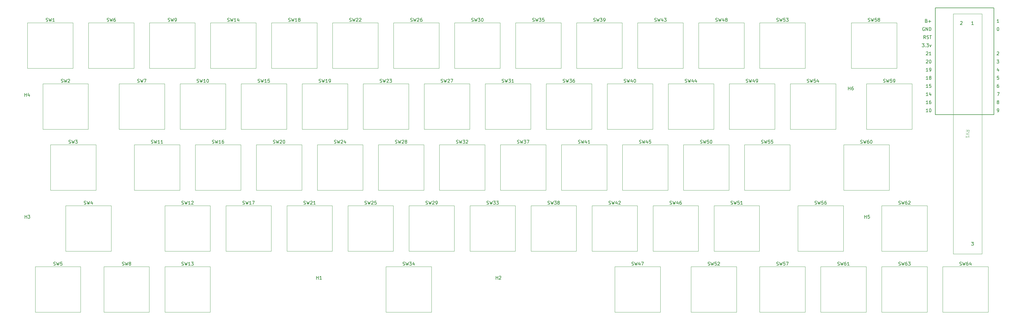
<source format=gbr>
%TF.GenerationSoftware,KiCad,Pcbnew,9.0.3*%
%TF.CreationDate,2025-07-28T21:16:55+07:00*%
%TF.ProjectId,DIY Bluetooth Mechanical Keyboard,44495920-426c-4756-9574-6f6f7468204d,rev?*%
%TF.SameCoordinates,Original*%
%TF.FileFunction,Legend,Top*%
%TF.FilePolarity,Positive*%
%FSLAX46Y46*%
G04 Gerber Fmt 4.6, Leading zero omitted, Abs format (unit mm)*
G04 Created by KiCad (PCBNEW 9.0.3) date 2025-07-28 21:16:55*
%MOMM*%
%LPD*%
G01*
G04 APERTURE LIST*
%ADD10C,0.150000*%
%ADD11C,0.100000*%
%ADD12C,0.200000*%
%ADD13C,0.120000*%
G04 APERTURE END LIST*
D10*
X103651276Y-170816800D02*
X103794133Y-170864419D01*
X103794133Y-170864419D02*
X104032228Y-170864419D01*
X104032228Y-170864419D02*
X104127466Y-170816800D01*
X104127466Y-170816800D02*
X104175085Y-170769180D01*
X104175085Y-170769180D02*
X104222704Y-170673942D01*
X104222704Y-170673942D02*
X104222704Y-170578704D01*
X104222704Y-170578704D02*
X104175085Y-170483466D01*
X104175085Y-170483466D02*
X104127466Y-170435847D01*
X104127466Y-170435847D02*
X104032228Y-170388228D01*
X104032228Y-170388228D02*
X103841752Y-170340609D01*
X103841752Y-170340609D02*
X103746514Y-170292990D01*
X103746514Y-170292990D02*
X103698895Y-170245371D01*
X103698895Y-170245371D02*
X103651276Y-170150133D01*
X103651276Y-170150133D02*
X103651276Y-170054895D01*
X103651276Y-170054895D02*
X103698895Y-169959657D01*
X103698895Y-169959657D02*
X103746514Y-169912038D01*
X103746514Y-169912038D02*
X103841752Y-169864419D01*
X103841752Y-169864419D02*
X104079847Y-169864419D01*
X104079847Y-169864419D02*
X104222704Y-169912038D01*
X104556038Y-169864419D02*
X104794133Y-170864419D01*
X104794133Y-170864419D02*
X104984609Y-170150133D01*
X104984609Y-170150133D02*
X105175085Y-170864419D01*
X105175085Y-170864419D02*
X105413181Y-169864419D01*
X106317942Y-170864419D02*
X105746514Y-170864419D01*
X106032228Y-170864419D02*
X106032228Y-169864419D01*
X106032228Y-169864419D02*
X105936990Y-170007276D01*
X105936990Y-170007276D02*
X105841752Y-170102514D01*
X105841752Y-170102514D02*
X105746514Y-170150133D01*
X106651276Y-169864419D02*
X107270323Y-169864419D01*
X107270323Y-169864419D02*
X106936990Y-170245371D01*
X106936990Y-170245371D02*
X107079847Y-170245371D01*
X107079847Y-170245371D02*
X107175085Y-170292990D01*
X107175085Y-170292990D02*
X107222704Y-170340609D01*
X107222704Y-170340609D02*
X107270323Y-170435847D01*
X107270323Y-170435847D02*
X107270323Y-170673942D01*
X107270323Y-170673942D02*
X107222704Y-170769180D01*
X107222704Y-170769180D02*
X107175085Y-170816800D01*
X107175085Y-170816800D02*
X107079847Y-170864419D01*
X107079847Y-170864419D02*
X106794133Y-170864419D01*
X106794133Y-170864419D02*
X106698895Y-170816800D01*
X106698895Y-170816800D02*
X106651276Y-170769180D01*
X217951276Y-151766800D02*
X218094133Y-151814419D01*
X218094133Y-151814419D02*
X218332228Y-151814419D01*
X218332228Y-151814419D02*
X218427466Y-151766800D01*
X218427466Y-151766800D02*
X218475085Y-151719180D01*
X218475085Y-151719180D02*
X218522704Y-151623942D01*
X218522704Y-151623942D02*
X218522704Y-151528704D01*
X218522704Y-151528704D02*
X218475085Y-151433466D01*
X218475085Y-151433466D02*
X218427466Y-151385847D01*
X218427466Y-151385847D02*
X218332228Y-151338228D01*
X218332228Y-151338228D02*
X218141752Y-151290609D01*
X218141752Y-151290609D02*
X218046514Y-151242990D01*
X218046514Y-151242990D02*
X217998895Y-151195371D01*
X217998895Y-151195371D02*
X217951276Y-151100133D01*
X217951276Y-151100133D02*
X217951276Y-151004895D01*
X217951276Y-151004895D02*
X217998895Y-150909657D01*
X217998895Y-150909657D02*
X218046514Y-150862038D01*
X218046514Y-150862038D02*
X218141752Y-150814419D01*
X218141752Y-150814419D02*
X218379847Y-150814419D01*
X218379847Y-150814419D02*
X218522704Y-150862038D01*
X218856038Y-150814419D02*
X219094133Y-151814419D01*
X219094133Y-151814419D02*
X219284609Y-151100133D01*
X219284609Y-151100133D02*
X219475085Y-151814419D01*
X219475085Y-151814419D02*
X219713181Y-150814419D01*
X219998895Y-150814419D02*
X220617942Y-150814419D01*
X220617942Y-150814419D02*
X220284609Y-151195371D01*
X220284609Y-151195371D02*
X220427466Y-151195371D01*
X220427466Y-151195371D02*
X220522704Y-151242990D01*
X220522704Y-151242990D02*
X220570323Y-151290609D01*
X220570323Y-151290609D02*
X220617942Y-151385847D01*
X220617942Y-151385847D02*
X220617942Y-151623942D01*
X220617942Y-151623942D02*
X220570323Y-151719180D01*
X220570323Y-151719180D02*
X220522704Y-151766800D01*
X220522704Y-151766800D02*
X220427466Y-151814419D01*
X220427466Y-151814419D02*
X220141752Y-151814419D01*
X220141752Y-151814419D02*
X220046514Y-151766800D01*
X220046514Y-151766800D02*
X219998895Y-151719180D01*
X221189371Y-151242990D02*
X221094133Y-151195371D01*
X221094133Y-151195371D02*
X221046514Y-151147752D01*
X221046514Y-151147752D02*
X220998895Y-151052514D01*
X220998895Y-151052514D02*
X220998895Y-151004895D01*
X220998895Y-151004895D02*
X221046514Y-150909657D01*
X221046514Y-150909657D02*
X221094133Y-150862038D01*
X221094133Y-150862038D02*
X221189371Y-150814419D01*
X221189371Y-150814419D02*
X221379847Y-150814419D01*
X221379847Y-150814419D02*
X221475085Y-150862038D01*
X221475085Y-150862038D02*
X221522704Y-150909657D01*
X221522704Y-150909657D02*
X221570323Y-151004895D01*
X221570323Y-151004895D02*
X221570323Y-151052514D01*
X221570323Y-151052514D02*
X221522704Y-151147752D01*
X221522704Y-151147752D02*
X221475085Y-151195371D01*
X221475085Y-151195371D02*
X221379847Y-151242990D01*
X221379847Y-151242990D02*
X221189371Y-151242990D01*
X221189371Y-151242990D02*
X221094133Y-151290609D01*
X221094133Y-151290609D02*
X221046514Y-151338228D01*
X221046514Y-151338228D02*
X220998895Y-151433466D01*
X220998895Y-151433466D02*
X220998895Y-151623942D01*
X220998895Y-151623942D02*
X221046514Y-151719180D01*
X221046514Y-151719180D02*
X221094133Y-151766800D01*
X221094133Y-151766800D02*
X221189371Y-151814419D01*
X221189371Y-151814419D02*
X221379847Y-151814419D01*
X221379847Y-151814419D02*
X221475085Y-151766800D01*
X221475085Y-151766800D02*
X221522704Y-151719180D01*
X221522704Y-151719180D02*
X221570323Y-151623942D01*
X221570323Y-151623942D02*
X221570323Y-151433466D01*
X221570323Y-151433466D02*
X221522704Y-151338228D01*
X221522704Y-151338228D02*
X221475085Y-151290609D01*
X221475085Y-151290609D02*
X221379847Y-151242990D01*
X146513776Y-113666800D02*
X146656633Y-113714419D01*
X146656633Y-113714419D02*
X146894728Y-113714419D01*
X146894728Y-113714419D02*
X146989966Y-113666800D01*
X146989966Y-113666800D02*
X147037585Y-113619180D01*
X147037585Y-113619180D02*
X147085204Y-113523942D01*
X147085204Y-113523942D02*
X147085204Y-113428704D01*
X147085204Y-113428704D02*
X147037585Y-113333466D01*
X147037585Y-113333466D02*
X146989966Y-113285847D01*
X146989966Y-113285847D02*
X146894728Y-113238228D01*
X146894728Y-113238228D02*
X146704252Y-113190609D01*
X146704252Y-113190609D02*
X146609014Y-113142990D01*
X146609014Y-113142990D02*
X146561395Y-113095371D01*
X146561395Y-113095371D02*
X146513776Y-113000133D01*
X146513776Y-113000133D02*
X146513776Y-112904895D01*
X146513776Y-112904895D02*
X146561395Y-112809657D01*
X146561395Y-112809657D02*
X146609014Y-112762038D01*
X146609014Y-112762038D02*
X146704252Y-112714419D01*
X146704252Y-112714419D02*
X146942347Y-112714419D01*
X146942347Y-112714419D02*
X147085204Y-112762038D01*
X147418538Y-112714419D02*
X147656633Y-113714419D01*
X147656633Y-113714419D02*
X147847109Y-113000133D01*
X147847109Y-113000133D02*
X148037585Y-113714419D01*
X148037585Y-113714419D02*
X148275681Y-112714419D01*
X149180442Y-113714419D02*
X148609014Y-113714419D01*
X148894728Y-113714419D02*
X148894728Y-112714419D01*
X148894728Y-112714419D02*
X148799490Y-112857276D01*
X148799490Y-112857276D02*
X148704252Y-112952514D01*
X148704252Y-112952514D02*
X148609014Y-113000133D01*
X149656633Y-113714419D02*
X149847109Y-113714419D01*
X149847109Y-113714419D02*
X149942347Y-113666800D01*
X149942347Y-113666800D02*
X149989966Y-113619180D01*
X149989966Y-113619180D02*
X150085204Y-113476323D01*
X150085204Y-113476323D02*
X150132823Y-113285847D01*
X150132823Y-113285847D02*
X150132823Y-112904895D01*
X150132823Y-112904895D02*
X150085204Y-112809657D01*
X150085204Y-112809657D02*
X150037585Y-112762038D01*
X150037585Y-112762038D02*
X149942347Y-112714419D01*
X149942347Y-112714419D02*
X149751871Y-112714419D01*
X149751871Y-112714419D02*
X149656633Y-112762038D01*
X149656633Y-112762038D02*
X149609014Y-112809657D01*
X149609014Y-112809657D02*
X149561395Y-112904895D01*
X149561395Y-112904895D02*
X149561395Y-113142990D01*
X149561395Y-113142990D02*
X149609014Y-113238228D01*
X149609014Y-113238228D02*
X149656633Y-113285847D01*
X149656633Y-113285847D02*
X149751871Y-113333466D01*
X149751871Y-113333466D02*
X149942347Y-113333466D01*
X149942347Y-113333466D02*
X150037585Y-113285847D01*
X150037585Y-113285847D02*
X150085204Y-113238228D01*
X150085204Y-113238228D02*
X150132823Y-113142990D01*
X279863776Y-113666800D02*
X280006633Y-113714419D01*
X280006633Y-113714419D02*
X280244728Y-113714419D01*
X280244728Y-113714419D02*
X280339966Y-113666800D01*
X280339966Y-113666800D02*
X280387585Y-113619180D01*
X280387585Y-113619180D02*
X280435204Y-113523942D01*
X280435204Y-113523942D02*
X280435204Y-113428704D01*
X280435204Y-113428704D02*
X280387585Y-113333466D01*
X280387585Y-113333466D02*
X280339966Y-113285847D01*
X280339966Y-113285847D02*
X280244728Y-113238228D01*
X280244728Y-113238228D02*
X280054252Y-113190609D01*
X280054252Y-113190609D02*
X279959014Y-113142990D01*
X279959014Y-113142990D02*
X279911395Y-113095371D01*
X279911395Y-113095371D02*
X279863776Y-113000133D01*
X279863776Y-113000133D02*
X279863776Y-112904895D01*
X279863776Y-112904895D02*
X279911395Y-112809657D01*
X279911395Y-112809657D02*
X279959014Y-112762038D01*
X279959014Y-112762038D02*
X280054252Y-112714419D01*
X280054252Y-112714419D02*
X280292347Y-112714419D01*
X280292347Y-112714419D02*
X280435204Y-112762038D01*
X280768538Y-112714419D02*
X281006633Y-113714419D01*
X281006633Y-113714419D02*
X281197109Y-113000133D01*
X281197109Y-113000133D02*
X281387585Y-113714419D01*
X281387585Y-113714419D02*
X281625681Y-112714419D01*
X282435204Y-113047752D02*
X282435204Y-113714419D01*
X282197109Y-112666800D02*
X281959014Y-113381085D01*
X281959014Y-113381085D02*
X282578061Y-113381085D01*
X283006633Y-113714419D02*
X283197109Y-113714419D01*
X283197109Y-113714419D02*
X283292347Y-113666800D01*
X283292347Y-113666800D02*
X283339966Y-113619180D01*
X283339966Y-113619180D02*
X283435204Y-113476323D01*
X283435204Y-113476323D02*
X283482823Y-113285847D01*
X283482823Y-113285847D02*
X283482823Y-112904895D01*
X283482823Y-112904895D02*
X283435204Y-112809657D01*
X283435204Y-112809657D02*
X283387585Y-112762038D01*
X283387585Y-112762038D02*
X283292347Y-112714419D01*
X283292347Y-112714419D02*
X283101871Y-112714419D01*
X283101871Y-112714419D02*
X283006633Y-112762038D01*
X283006633Y-112762038D02*
X282959014Y-112809657D01*
X282959014Y-112809657D02*
X282911395Y-112904895D01*
X282911395Y-112904895D02*
X282911395Y-113142990D01*
X282911395Y-113142990D02*
X282959014Y-113238228D01*
X282959014Y-113238228D02*
X283006633Y-113285847D01*
X283006633Y-113285847D02*
X283101871Y-113333466D01*
X283101871Y-113333466D02*
X283292347Y-113333466D01*
X283292347Y-113333466D02*
X283387585Y-113285847D01*
X283387585Y-113285847D02*
X283435204Y-113238228D01*
X283435204Y-113238228D02*
X283482823Y-113142990D01*
X222713776Y-113666800D02*
X222856633Y-113714419D01*
X222856633Y-113714419D02*
X223094728Y-113714419D01*
X223094728Y-113714419D02*
X223189966Y-113666800D01*
X223189966Y-113666800D02*
X223237585Y-113619180D01*
X223237585Y-113619180D02*
X223285204Y-113523942D01*
X223285204Y-113523942D02*
X223285204Y-113428704D01*
X223285204Y-113428704D02*
X223237585Y-113333466D01*
X223237585Y-113333466D02*
X223189966Y-113285847D01*
X223189966Y-113285847D02*
X223094728Y-113238228D01*
X223094728Y-113238228D02*
X222904252Y-113190609D01*
X222904252Y-113190609D02*
X222809014Y-113142990D01*
X222809014Y-113142990D02*
X222761395Y-113095371D01*
X222761395Y-113095371D02*
X222713776Y-113000133D01*
X222713776Y-113000133D02*
X222713776Y-112904895D01*
X222713776Y-112904895D02*
X222761395Y-112809657D01*
X222761395Y-112809657D02*
X222809014Y-112762038D01*
X222809014Y-112762038D02*
X222904252Y-112714419D01*
X222904252Y-112714419D02*
X223142347Y-112714419D01*
X223142347Y-112714419D02*
X223285204Y-112762038D01*
X223618538Y-112714419D02*
X223856633Y-113714419D01*
X223856633Y-113714419D02*
X224047109Y-113000133D01*
X224047109Y-113000133D02*
X224237585Y-113714419D01*
X224237585Y-113714419D02*
X224475681Y-112714419D01*
X224761395Y-112714419D02*
X225380442Y-112714419D01*
X225380442Y-112714419D02*
X225047109Y-113095371D01*
X225047109Y-113095371D02*
X225189966Y-113095371D01*
X225189966Y-113095371D02*
X225285204Y-113142990D01*
X225285204Y-113142990D02*
X225332823Y-113190609D01*
X225332823Y-113190609D02*
X225380442Y-113285847D01*
X225380442Y-113285847D02*
X225380442Y-113523942D01*
X225380442Y-113523942D02*
X225332823Y-113619180D01*
X225332823Y-113619180D02*
X225285204Y-113666800D01*
X225285204Y-113666800D02*
X225189966Y-113714419D01*
X225189966Y-113714419D02*
X224904252Y-113714419D01*
X224904252Y-113714419D02*
X224809014Y-113666800D01*
X224809014Y-113666800D02*
X224761395Y-113619180D01*
X226237585Y-112714419D02*
X226047109Y-112714419D01*
X226047109Y-112714419D02*
X225951871Y-112762038D01*
X225951871Y-112762038D02*
X225904252Y-112809657D01*
X225904252Y-112809657D02*
X225809014Y-112952514D01*
X225809014Y-112952514D02*
X225761395Y-113142990D01*
X225761395Y-113142990D02*
X225761395Y-113523942D01*
X225761395Y-113523942D02*
X225809014Y-113619180D01*
X225809014Y-113619180D02*
X225856633Y-113666800D01*
X225856633Y-113666800D02*
X225951871Y-113714419D01*
X225951871Y-113714419D02*
X226142347Y-113714419D01*
X226142347Y-113714419D02*
X226237585Y-113666800D01*
X226237585Y-113666800D02*
X226285204Y-113619180D01*
X226285204Y-113619180D02*
X226332823Y-113523942D01*
X226332823Y-113523942D02*
X226332823Y-113285847D01*
X226332823Y-113285847D02*
X226285204Y-113190609D01*
X226285204Y-113190609D02*
X226237585Y-113142990D01*
X226237585Y-113142990D02*
X226142347Y-113095371D01*
X226142347Y-113095371D02*
X225951871Y-113095371D01*
X225951871Y-113095371D02*
X225856633Y-113142990D01*
X225856633Y-113142990D02*
X225809014Y-113190609D01*
X225809014Y-113190609D02*
X225761395Y-113285847D01*
X317963776Y-94616800D02*
X318106633Y-94664419D01*
X318106633Y-94664419D02*
X318344728Y-94664419D01*
X318344728Y-94664419D02*
X318439966Y-94616800D01*
X318439966Y-94616800D02*
X318487585Y-94569180D01*
X318487585Y-94569180D02*
X318535204Y-94473942D01*
X318535204Y-94473942D02*
X318535204Y-94378704D01*
X318535204Y-94378704D02*
X318487585Y-94283466D01*
X318487585Y-94283466D02*
X318439966Y-94235847D01*
X318439966Y-94235847D02*
X318344728Y-94188228D01*
X318344728Y-94188228D02*
X318154252Y-94140609D01*
X318154252Y-94140609D02*
X318059014Y-94092990D01*
X318059014Y-94092990D02*
X318011395Y-94045371D01*
X318011395Y-94045371D02*
X317963776Y-93950133D01*
X317963776Y-93950133D02*
X317963776Y-93854895D01*
X317963776Y-93854895D02*
X318011395Y-93759657D01*
X318011395Y-93759657D02*
X318059014Y-93712038D01*
X318059014Y-93712038D02*
X318154252Y-93664419D01*
X318154252Y-93664419D02*
X318392347Y-93664419D01*
X318392347Y-93664419D02*
X318535204Y-93712038D01*
X318868538Y-93664419D02*
X319106633Y-94664419D01*
X319106633Y-94664419D02*
X319297109Y-93950133D01*
X319297109Y-93950133D02*
X319487585Y-94664419D01*
X319487585Y-94664419D02*
X319725681Y-93664419D01*
X320582823Y-93664419D02*
X320106633Y-93664419D01*
X320106633Y-93664419D02*
X320059014Y-94140609D01*
X320059014Y-94140609D02*
X320106633Y-94092990D01*
X320106633Y-94092990D02*
X320201871Y-94045371D01*
X320201871Y-94045371D02*
X320439966Y-94045371D01*
X320439966Y-94045371D02*
X320535204Y-94092990D01*
X320535204Y-94092990D02*
X320582823Y-94140609D01*
X320582823Y-94140609D02*
X320630442Y-94235847D01*
X320630442Y-94235847D02*
X320630442Y-94473942D01*
X320630442Y-94473942D02*
X320582823Y-94569180D01*
X320582823Y-94569180D02*
X320535204Y-94616800D01*
X320535204Y-94616800D02*
X320439966Y-94664419D01*
X320439966Y-94664419D02*
X320201871Y-94664419D01*
X320201871Y-94664419D02*
X320106633Y-94616800D01*
X320106633Y-94616800D02*
X320059014Y-94569180D01*
X321201871Y-94092990D02*
X321106633Y-94045371D01*
X321106633Y-94045371D02*
X321059014Y-93997752D01*
X321059014Y-93997752D02*
X321011395Y-93902514D01*
X321011395Y-93902514D02*
X321011395Y-93854895D01*
X321011395Y-93854895D02*
X321059014Y-93759657D01*
X321059014Y-93759657D02*
X321106633Y-93712038D01*
X321106633Y-93712038D02*
X321201871Y-93664419D01*
X321201871Y-93664419D02*
X321392347Y-93664419D01*
X321392347Y-93664419D02*
X321487585Y-93712038D01*
X321487585Y-93712038D02*
X321535204Y-93759657D01*
X321535204Y-93759657D02*
X321582823Y-93854895D01*
X321582823Y-93854895D02*
X321582823Y-93902514D01*
X321582823Y-93902514D02*
X321535204Y-93997752D01*
X321535204Y-93997752D02*
X321487585Y-94045371D01*
X321487585Y-94045371D02*
X321392347Y-94092990D01*
X321392347Y-94092990D02*
X321201871Y-94092990D01*
X321201871Y-94092990D02*
X321106633Y-94140609D01*
X321106633Y-94140609D02*
X321059014Y-94188228D01*
X321059014Y-94188228D02*
X321011395Y-94283466D01*
X321011395Y-94283466D02*
X321011395Y-94473942D01*
X321011395Y-94473942D02*
X321059014Y-94569180D01*
X321059014Y-94569180D02*
X321106633Y-94616800D01*
X321106633Y-94616800D02*
X321201871Y-94664419D01*
X321201871Y-94664419D02*
X321392347Y-94664419D01*
X321392347Y-94664419D02*
X321487585Y-94616800D01*
X321487585Y-94616800D02*
X321535204Y-94569180D01*
X321535204Y-94569180D02*
X321582823Y-94473942D01*
X321582823Y-94473942D02*
X321582823Y-94283466D01*
X321582823Y-94283466D02*
X321535204Y-94188228D01*
X321535204Y-94188228D02*
X321487585Y-94140609D01*
X321487585Y-94140609D02*
X321392347Y-94092990D01*
X241763776Y-113666800D02*
X241906633Y-113714419D01*
X241906633Y-113714419D02*
X242144728Y-113714419D01*
X242144728Y-113714419D02*
X242239966Y-113666800D01*
X242239966Y-113666800D02*
X242287585Y-113619180D01*
X242287585Y-113619180D02*
X242335204Y-113523942D01*
X242335204Y-113523942D02*
X242335204Y-113428704D01*
X242335204Y-113428704D02*
X242287585Y-113333466D01*
X242287585Y-113333466D02*
X242239966Y-113285847D01*
X242239966Y-113285847D02*
X242144728Y-113238228D01*
X242144728Y-113238228D02*
X241954252Y-113190609D01*
X241954252Y-113190609D02*
X241859014Y-113142990D01*
X241859014Y-113142990D02*
X241811395Y-113095371D01*
X241811395Y-113095371D02*
X241763776Y-113000133D01*
X241763776Y-113000133D02*
X241763776Y-112904895D01*
X241763776Y-112904895D02*
X241811395Y-112809657D01*
X241811395Y-112809657D02*
X241859014Y-112762038D01*
X241859014Y-112762038D02*
X241954252Y-112714419D01*
X241954252Y-112714419D02*
X242192347Y-112714419D01*
X242192347Y-112714419D02*
X242335204Y-112762038D01*
X242668538Y-112714419D02*
X242906633Y-113714419D01*
X242906633Y-113714419D02*
X243097109Y-113000133D01*
X243097109Y-113000133D02*
X243287585Y-113714419D01*
X243287585Y-113714419D02*
X243525681Y-112714419D01*
X244335204Y-113047752D02*
X244335204Y-113714419D01*
X244097109Y-112666800D02*
X243859014Y-113381085D01*
X243859014Y-113381085D02*
X244478061Y-113381085D01*
X245049490Y-112714419D02*
X245144728Y-112714419D01*
X245144728Y-112714419D02*
X245239966Y-112762038D01*
X245239966Y-112762038D02*
X245287585Y-112809657D01*
X245287585Y-112809657D02*
X245335204Y-112904895D01*
X245335204Y-112904895D02*
X245382823Y-113095371D01*
X245382823Y-113095371D02*
X245382823Y-113333466D01*
X245382823Y-113333466D02*
X245335204Y-113523942D01*
X245335204Y-113523942D02*
X245287585Y-113619180D01*
X245287585Y-113619180D02*
X245239966Y-113666800D01*
X245239966Y-113666800D02*
X245144728Y-113714419D01*
X245144728Y-113714419D02*
X245049490Y-113714419D01*
X245049490Y-113714419D02*
X244954252Y-113666800D01*
X244954252Y-113666800D02*
X244906633Y-113619180D01*
X244906633Y-113619180D02*
X244859014Y-113523942D01*
X244859014Y-113523942D02*
X244811395Y-113333466D01*
X244811395Y-113333466D02*
X244811395Y-113095371D01*
X244811395Y-113095371D02*
X244859014Y-112904895D01*
X244859014Y-112904895D02*
X244906633Y-112809657D01*
X244906633Y-112809657D02*
X244954252Y-112762038D01*
X244954252Y-112762038D02*
X245049490Y-112714419D01*
X108413776Y-113666800D02*
X108556633Y-113714419D01*
X108556633Y-113714419D02*
X108794728Y-113714419D01*
X108794728Y-113714419D02*
X108889966Y-113666800D01*
X108889966Y-113666800D02*
X108937585Y-113619180D01*
X108937585Y-113619180D02*
X108985204Y-113523942D01*
X108985204Y-113523942D02*
X108985204Y-113428704D01*
X108985204Y-113428704D02*
X108937585Y-113333466D01*
X108937585Y-113333466D02*
X108889966Y-113285847D01*
X108889966Y-113285847D02*
X108794728Y-113238228D01*
X108794728Y-113238228D02*
X108604252Y-113190609D01*
X108604252Y-113190609D02*
X108509014Y-113142990D01*
X108509014Y-113142990D02*
X108461395Y-113095371D01*
X108461395Y-113095371D02*
X108413776Y-113000133D01*
X108413776Y-113000133D02*
X108413776Y-112904895D01*
X108413776Y-112904895D02*
X108461395Y-112809657D01*
X108461395Y-112809657D02*
X108509014Y-112762038D01*
X108509014Y-112762038D02*
X108604252Y-112714419D01*
X108604252Y-112714419D02*
X108842347Y-112714419D01*
X108842347Y-112714419D02*
X108985204Y-112762038D01*
X109318538Y-112714419D02*
X109556633Y-113714419D01*
X109556633Y-113714419D02*
X109747109Y-113000133D01*
X109747109Y-113000133D02*
X109937585Y-113714419D01*
X109937585Y-113714419D02*
X110175681Y-112714419D01*
X111080442Y-113714419D02*
X110509014Y-113714419D01*
X110794728Y-113714419D02*
X110794728Y-112714419D01*
X110794728Y-112714419D02*
X110699490Y-112857276D01*
X110699490Y-112857276D02*
X110604252Y-112952514D01*
X110604252Y-112952514D02*
X110509014Y-113000133D01*
X111699490Y-112714419D02*
X111794728Y-112714419D01*
X111794728Y-112714419D02*
X111889966Y-112762038D01*
X111889966Y-112762038D02*
X111937585Y-112809657D01*
X111937585Y-112809657D02*
X111985204Y-112904895D01*
X111985204Y-112904895D02*
X112032823Y-113095371D01*
X112032823Y-113095371D02*
X112032823Y-113333466D01*
X112032823Y-113333466D02*
X111985204Y-113523942D01*
X111985204Y-113523942D02*
X111937585Y-113619180D01*
X111937585Y-113619180D02*
X111889966Y-113666800D01*
X111889966Y-113666800D02*
X111794728Y-113714419D01*
X111794728Y-113714419D02*
X111699490Y-113714419D01*
X111699490Y-113714419D02*
X111604252Y-113666800D01*
X111604252Y-113666800D02*
X111556633Y-113619180D01*
X111556633Y-113619180D02*
X111509014Y-113523942D01*
X111509014Y-113523942D02*
X111461395Y-113333466D01*
X111461395Y-113333466D02*
X111461395Y-113095371D01*
X111461395Y-113095371D02*
X111509014Y-112904895D01*
X111509014Y-112904895D02*
X111556633Y-112809657D01*
X111556633Y-112809657D02*
X111604252Y-112762038D01*
X111604252Y-112762038D02*
X111699490Y-112714419D01*
X66027467Y-113666800D02*
X66170324Y-113714419D01*
X66170324Y-113714419D02*
X66408419Y-113714419D01*
X66408419Y-113714419D02*
X66503657Y-113666800D01*
X66503657Y-113666800D02*
X66551276Y-113619180D01*
X66551276Y-113619180D02*
X66598895Y-113523942D01*
X66598895Y-113523942D02*
X66598895Y-113428704D01*
X66598895Y-113428704D02*
X66551276Y-113333466D01*
X66551276Y-113333466D02*
X66503657Y-113285847D01*
X66503657Y-113285847D02*
X66408419Y-113238228D01*
X66408419Y-113238228D02*
X66217943Y-113190609D01*
X66217943Y-113190609D02*
X66122705Y-113142990D01*
X66122705Y-113142990D02*
X66075086Y-113095371D01*
X66075086Y-113095371D02*
X66027467Y-113000133D01*
X66027467Y-113000133D02*
X66027467Y-112904895D01*
X66027467Y-112904895D02*
X66075086Y-112809657D01*
X66075086Y-112809657D02*
X66122705Y-112762038D01*
X66122705Y-112762038D02*
X66217943Y-112714419D01*
X66217943Y-112714419D02*
X66456038Y-112714419D01*
X66456038Y-112714419D02*
X66598895Y-112762038D01*
X66932229Y-112714419D02*
X67170324Y-113714419D01*
X67170324Y-113714419D02*
X67360800Y-113000133D01*
X67360800Y-113000133D02*
X67551276Y-113714419D01*
X67551276Y-113714419D02*
X67789372Y-112714419D01*
X68122705Y-112809657D02*
X68170324Y-112762038D01*
X68170324Y-112762038D02*
X68265562Y-112714419D01*
X68265562Y-112714419D02*
X68503657Y-112714419D01*
X68503657Y-112714419D02*
X68598895Y-112762038D01*
X68598895Y-112762038D02*
X68646514Y-112809657D01*
X68646514Y-112809657D02*
X68694133Y-112904895D01*
X68694133Y-112904895D02*
X68694133Y-113000133D01*
X68694133Y-113000133D02*
X68646514Y-113142990D01*
X68646514Y-113142990D02*
X68075086Y-113714419D01*
X68075086Y-113714419D02*
X68694133Y-113714419D01*
X184613776Y-113666800D02*
X184756633Y-113714419D01*
X184756633Y-113714419D02*
X184994728Y-113714419D01*
X184994728Y-113714419D02*
X185089966Y-113666800D01*
X185089966Y-113666800D02*
X185137585Y-113619180D01*
X185137585Y-113619180D02*
X185185204Y-113523942D01*
X185185204Y-113523942D02*
X185185204Y-113428704D01*
X185185204Y-113428704D02*
X185137585Y-113333466D01*
X185137585Y-113333466D02*
X185089966Y-113285847D01*
X185089966Y-113285847D02*
X184994728Y-113238228D01*
X184994728Y-113238228D02*
X184804252Y-113190609D01*
X184804252Y-113190609D02*
X184709014Y-113142990D01*
X184709014Y-113142990D02*
X184661395Y-113095371D01*
X184661395Y-113095371D02*
X184613776Y-113000133D01*
X184613776Y-113000133D02*
X184613776Y-112904895D01*
X184613776Y-112904895D02*
X184661395Y-112809657D01*
X184661395Y-112809657D02*
X184709014Y-112762038D01*
X184709014Y-112762038D02*
X184804252Y-112714419D01*
X184804252Y-112714419D02*
X185042347Y-112714419D01*
X185042347Y-112714419D02*
X185185204Y-112762038D01*
X185518538Y-112714419D02*
X185756633Y-113714419D01*
X185756633Y-113714419D02*
X185947109Y-113000133D01*
X185947109Y-113000133D02*
X186137585Y-113714419D01*
X186137585Y-113714419D02*
X186375681Y-112714419D01*
X186709014Y-112809657D02*
X186756633Y-112762038D01*
X186756633Y-112762038D02*
X186851871Y-112714419D01*
X186851871Y-112714419D02*
X187089966Y-112714419D01*
X187089966Y-112714419D02*
X187185204Y-112762038D01*
X187185204Y-112762038D02*
X187232823Y-112809657D01*
X187232823Y-112809657D02*
X187280442Y-112904895D01*
X187280442Y-112904895D02*
X187280442Y-113000133D01*
X187280442Y-113000133D02*
X187232823Y-113142990D01*
X187232823Y-113142990D02*
X186661395Y-113714419D01*
X186661395Y-113714419D02*
X187280442Y-113714419D01*
X187613776Y-112714419D02*
X188280442Y-112714419D01*
X188280442Y-112714419D02*
X187851871Y-113714419D01*
D11*
X348522130Y-129158111D02*
X348998321Y-128824778D01*
X348522130Y-128586683D02*
X349522130Y-128586683D01*
X349522130Y-128586683D02*
X349522130Y-128967635D01*
X349522130Y-128967635D02*
X349474511Y-129062873D01*
X349474511Y-129062873D02*
X349426892Y-129110492D01*
X349426892Y-129110492D02*
X349331654Y-129158111D01*
X349331654Y-129158111D02*
X349188797Y-129158111D01*
X349188797Y-129158111D02*
X349093559Y-129110492D01*
X349093559Y-129110492D02*
X349045940Y-129062873D01*
X349045940Y-129062873D02*
X348998321Y-128967635D01*
X348998321Y-128967635D02*
X348998321Y-128586683D01*
X349522130Y-129443826D02*
X348522130Y-129777159D01*
X348522130Y-129777159D02*
X349522130Y-130110492D01*
X348522130Y-130967635D02*
X348522130Y-130396207D01*
X348522130Y-130681921D02*
X349522130Y-130681921D01*
X349522130Y-130681921D02*
X349379273Y-130586683D01*
X349379273Y-130586683D02*
X349284035Y-130491445D01*
X349284035Y-130491445D02*
X349236416Y-130396207D01*
D10*
X346768710Y-94718407D02*
X346816329Y-94670788D01*
X346816329Y-94670788D02*
X346911567Y-94623169D01*
X346911567Y-94623169D02*
X347149662Y-94623169D01*
X347149662Y-94623169D02*
X347244900Y-94670788D01*
X347244900Y-94670788D02*
X347292519Y-94718407D01*
X347292519Y-94718407D02*
X347340138Y-94813645D01*
X347340138Y-94813645D02*
X347340138Y-94908883D01*
X347340138Y-94908883D02*
X347292519Y-95051740D01*
X347292519Y-95051740D02*
X346721091Y-95623169D01*
X346721091Y-95623169D02*
X347340138Y-95623169D01*
X350840138Y-95623169D02*
X350268710Y-95623169D01*
X350554424Y-95623169D02*
X350554424Y-94623169D01*
X350554424Y-94623169D02*
X350459186Y-94766026D01*
X350459186Y-94766026D02*
X350363948Y-94861264D01*
X350363948Y-94861264D02*
X350268710Y-94908883D01*
X350221091Y-163623169D02*
X350840138Y-163623169D01*
X350840138Y-163623169D02*
X350506805Y-164004121D01*
X350506805Y-164004121D02*
X350649662Y-164004121D01*
X350649662Y-164004121D02*
X350744900Y-164051740D01*
X350744900Y-164051740D02*
X350792519Y-164099359D01*
X350792519Y-164099359D02*
X350840138Y-164194597D01*
X350840138Y-164194597D02*
X350840138Y-164432692D01*
X350840138Y-164432692D02*
X350792519Y-164527930D01*
X350792519Y-164527930D02*
X350744900Y-164575550D01*
X350744900Y-164575550D02*
X350649662Y-164623169D01*
X350649662Y-164623169D02*
X350363948Y-164623169D01*
X350363948Y-164623169D02*
X350268710Y-164575550D01*
X350268710Y-164575550D02*
X350221091Y-164527930D01*
X141751276Y-151766800D02*
X141894133Y-151814419D01*
X141894133Y-151814419D02*
X142132228Y-151814419D01*
X142132228Y-151814419D02*
X142227466Y-151766800D01*
X142227466Y-151766800D02*
X142275085Y-151719180D01*
X142275085Y-151719180D02*
X142322704Y-151623942D01*
X142322704Y-151623942D02*
X142322704Y-151528704D01*
X142322704Y-151528704D02*
X142275085Y-151433466D01*
X142275085Y-151433466D02*
X142227466Y-151385847D01*
X142227466Y-151385847D02*
X142132228Y-151338228D01*
X142132228Y-151338228D02*
X141941752Y-151290609D01*
X141941752Y-151290609D02*
X141846514Y-151242990D01*
X141846514Y-151242990D02*
X141798895Y-151195371D01*
X141798895Y-151195371D02*
X141751276Y-151100133D01*
X141751276Y-151100133D02*
X141751276Y-151004895D01*
X141751276Y-151004895D02*
X141798895Y-150909657D01*
X141798895Y-150909657D02*
X141846514Y-150862038D01*
X141846514Y-150862038D02*
X141941752Y-150814419D01*
X141941752Y-150814419D02*
X142179847Y-150814419D01*
X142179847Y-150814419D02*
X142322704Y-150862038D01*
X142656038Y-150814419D02*
X142894133Y-151814419D01*
X142894133Y-151814419D02*
X143084609Y-151100133D01*
X143084609Y-151100133D02*
X143275085Y-151814419D01*
X143275085Y-151814419D02*
X143513181Y-150814419D01*
X143846514Y-150909657D02*
X143894133Y-150862038D01*
X143894133Y-150862038D02*
X143989371Y-150814419D01*
X143989371Y-150814419D02*
X144227466Y-150814419D01*
X144227466Y-150814419D02*
X144322704Y-150862038D01*
X144322704Y-150862038D02*
X144370323Y-150909657D01*
X144370323Y-150909657D02*
X144417942Y-151004895D01*
X144417942Y-151004895D02*
X144417942Y-151100133D01*
X144417942Y-151100133D02*
X144370323Y-151242990D01*
X144370323Y-151242990D02*
X143798895Y-151814419D01*
X143798895Y-151814419D02*
X144417942Y-151814419D01*
X145370323Y-151814419D02*
X144798895Y-151814419D01*
X145084609Y-151814419D02*
X145084609Y-150814419D01*
X145084609Y-150814419D02*
X144989371Y-150957276D01*
X144989371Y-150957276D02*
X144894133Y-151052514D01*
X144894133Y-151052514D02*
X144798895Y-151100133D01*
X315582526Y-132716800D02*
X315725383Y-132764419D01*
X315725383Y-132764419D02*
X315963478Y-132764419D01*
X315963478Y-132764419D02*
X316058716Y-132716800D01*
X316058716Y-132716800D02*
X316106335Y-132669180D01*
X316106335Y-132669180D02*
X316153954Y-132573942D01*
X316153954Y-132573942D02*
X316153954Y-132478704D01*
X316153954Y-132478704D02*
X316106335Y-132383466D01*
X316106335Y-132383466D02*
X316058716Y-132335847D01*
X316058716Y-132335847D02*
X315963478Y-132288228D01*
X315963478Y-132288228D02*
X315773002Y-132240609D01*
X315773002Y-132240609D02*
X315677764Y-132192990D01*
X315677764Y-132192990D02*
X315630145Y-132145371D01*
X315630145Y-132145371D02*
X315582526Y-132050133D01*
X315582526Y-132050133D02*
X315582526Y-131954895D01*
X315582526Y-131954895D02*
X315630145Y-131859657D01*
X315630145Y-131859657D02*
X315677764Y-131812038D01*
X315677764Y-131812038D02*
X315773002Y-131764419D01*
X315773002Y-131764419D02*
X316011097Y-131764419D01*
X316011097Y-131764419D02*
X316153954Y-131812038D01*
X316487288Y-131764419D02*
X316725383Y-132764419D01*
X316725383Y-132764419D02*
X316915859Y-132050133D01*
X316915859Y-132050133D02*
X317106335Y-132764419D01*
X317106335Y-132764419D02*
X317344431Y-131764419D01*
X318153954Y-131764419D02*
X317963478Y-131764419D01*
X317963478Y-131764419D02*
X317868240Y-131812038D01*
X317868240Y-131812038D02*
X317820621Y-131859657D01*
X317820621Y-131859657D02*
X317725383Y-132002514D01*
X317725383Y-132002514D02*
X317677764Y-132192990D01*
X317677764Y-132192990D02*
X317677764Y-132573942D01*
X317677764Y-132573942D02*
X317725383Y-132669180D01*
X317725383Y-132669180D02*
X317773002Y-132716800D01*
X317773002Y-132716800D02*
X317868240Y-132764419D01*
X317868240Y-132764419D02*
X318058716Y-132764419D01*
X318058716Y-132764419D02*
X318153954Y-132716800D01*
X318153954Y-132716800D02*
X318201573Y-132669180D01*
X318201573Y-132669180D02*
X318249192Y-132573942D01*
X318249192Y-132573942D02*
X318249192Y-132335847D01*
X318249192Y-132335847D02*
X318201573Y-132240609D01*
X318201573Y-132240609D02*
X318153954Y-132192990D01*
X318153954Y-132192990D02*
X318058716Y-132145371D01*
X318058716Y-132145371D02*
X317868240Y-132145371D01*
X317868240Y-132145371D02*
X317773002Y-132192990D01*
X317773002Y-132192990D02*
X317725383Y-132240609D01*
X317725383Y-132240609D02*
X317677764Y-132335847D01*
X318868240Y-131764419D02*
X318963478Y-131764419D01*
X318963478Y-131764419D02*
X319058716Y-131812038D01*
X319058716Y-131812038D02*
X319106335Y-131859657D01*
X319106335Y-131859657D02*
X319153954Y-131954895D01*
X319153954Y-131954895D02*
X319201573Y-132145371D01*
X319201573Y-132145371D02*
X319201573Y-132383466D01*
X319201573Y-132383466D02*
X319153954Y-132573942D01*
X319153954Y-132573942D02*
X319106335Y-132669180D01*
X319106335Y-132669180D02*
X319058716Y-132716800D01*
X319058716Y-132716800D02*
X318963478Y-132764419D01*
X318963478Y-132764419D02*
X318868240Y-132764419D01*
X318868240Y-132764419D02*
X318773002Y-132716800D01*
X318773002Y-132716800D02*
X318725383Y-132669180D01*
X318725383Y-132669180D02*
X318677764Y-132573942D01*
X318677764Y-132573942D02*
X318630145Y-132383466D01*
X318630145Y-132383466D02*
X318630145Y-132145371D01*
X318630145Y-132145371D02*
X318677764Y-131954895D01*
X318677764Y-131954895D02*
X318725383Y-131859657D01*
X318725383Y-131859657D02*
X318773002Y-131812038D01*
X318773002Y-131812038D02*
X318868240Y-131764419D01*
X316842645Y-156164419D02*
X316842645Y-155164419D01*
X316842645Y-155640609D02*
X317414073Y-155640609D01*
X317414073Y-156164419D02*
X317414073Y-155164419D01*
X318366454Y-155164419D02*
X317890264Y-155164419D01*
X317890264Y-155164419D02*
X317842645Y-155640609D01*
X317842645Y-155640609D02*
X317890264Y-155592990D01*
X317890264Y-155592990D02*
X317985502Y-155545371D01*
X317985502Y-155545371D02*
X318223597Y-155545371D01*
X318223597Y-155545371D02*
X318318835Y-155592990D01*
X318318835Y-155592990D02*
X318366454Y-155640609D01*
X318366454Y-155640609D02*
X318414073Y-155735847D01*
X318414073Y-155735847D02*
X318414073Y-155973942D01*
X318414073Y-155973942D02*
X318366454Y-156069180D01*
X318366454Y-156069180D02*
X318318835Y-156116800D01*
X318318835Y-156116800D02*
X318223597Y-156164419D01*
X318223597Y-156164419D02*
X317985502Y-156164419D01*
X317985502Y-156164419D02*
X317890264Y-156116800D01*
X317890264Y-156116800D02*
X317842645Y-156069180D01*
X189376276Y-132716800D02*
X189519133Y-132764419D01*
X189519133Y-132764419D02*
X189757228Y-132764419D01*
X189757228Y-132764419D02*
X189852466Y-132716800D01*
X189852466Y-132716800D02*
X189900085Y-132669180D01*
X189900085Y-132669180D02*
X189947704Y-132573942D01*
X189947704Y-132573942D02*
X189947704Y-132478704D01*
X189947704Y-132478704D02*
X189900085Y-132383466D01*
X189900085Y-132383466D02*
X189852466Y-132335847D01*
X189852466Y-132335847D02*
X189757228Y-132288228D01*
X189757228Y-132288228D02*
X189566752Y-132240609D01*
X189566752Y-132240609D02*
X189471514Y-132192990D01*
X189471514Y-132192990D02*
X189423895Y-132145371D01*
X189423895Y-132145371D02*
X189376276Y-132050133D01*
X189376276Y-132050133D02*
X189376276Y-131954895D01*
X189376276Y-131954895D02*
X189423895Y-131859657D01*
X189423895Y-131859657D02*
X189471514Y-131812038D01*
X189471514Y-131812038D02*
X189566752Y-131764419D01*
X189566752Y-131764419D02*
X189804847Y-131764419D01*
X189804847Y-131764419D02*
X189947704Y-131812038D01*
X190281038Y-131764419D02*
X190519133Y-132764419D01*
X190519133Y-132764419D02*
X190709609Y-132050133D01*
X190709609Y-132050133D02*
X190900085Y-132764419D01*
X190900085Y-132764419D02*
X191138181Y-131764419D01*
X191423895Y-131764419D02*
X192042942Y-131764419D01*
X192042942Y-131764419D02*
X191709609Y-132145371D01*
X191709609Y-132145371D02*
X191852466Y-132145371D01*
X191852466Y-132145371D02*
X191947704Y-132192990D01*
X191947704Y-132192990D02*
X191995323Y-132240609D01*
X191995323Y-132240609D02*
X192042942Y-132335847D01*
X192042942Y-132335847D02*
X192042942Y-132573942D01*
X192042942Y-132573942D02*
X191995323Y-132669180D01*
X191995323Y-132669180D02*
X191947704Y-132716800D01*
X191947704Y-132716800D02*
X191852466Y-132764419D01*
X191852466Y-132764419D02*
X191566752Y-132764419D01*
X191566752Y-132764419D02*
X191471514Y-132716800D01*
X191471514Y-132716800D02*
X191423895Y-132669180D01*
X192423895Y-131859657D02*
X192471514Y-131812038D01*
X192471514Y-131812038D02*
X192566752Y-131764419D01*
X192566752Y-131764419D02*
X192804847Y-131764419D01*
X192804847Y-131764419D02*
X192900085Y-131812038D01*
X192900085Y-131812038D02*
X192947704Y-131859657D01*
X192947704Y-131859657D02*
X192995323Y-131954895D01*
X192995323Y-131954895D02*
X192995323Y-132050133D01*
X192995323Y-132050133D02*
X192947704Y-132192990D01*
X192947704Y-132192990D02*
X192376276Y-132764419D01*
X192376276Y-132764419D02*
X192995323Y-132764419D01*
X308438776Y-170816800D02*
X308581633Y-170864419D01*
X308581633Y-170864419D02*
X308819728Y-170864419D01*
X308819728Y-170864419D02*
X308914966Y-170816800D01*
X308914966Y-170816800D02*
X308962585Y-170769180D01*
X308962585Y-170769180D02*
X309010204Y-170673942D01*
X309010204Y-170673942D02*
X309010204Y-170578704D01*
X309010204Y-170578704D02*
X308962585Y-170483466D01*
X308962585Y-170483466D02*
X308914966Y-170435847D01*
X308914966Y-170435847D02*
X308819728Y-170388228D01*
X308819728Y-170388228D02*
X308629252Y-170340609D01*
X308629252Y-170340609D02*
X308534014Y-170292990D01*
X308534014Y-170292990D02*
X308486395Y-170245371D01*
X308486395Y-170245371D02*
X308438776Y-170150133D01*
X308438776Y-170150133D02*
X308438776Y-170054895D01*
X308438776Y-170054895D02*
X308486395Y-169959657D01*
X308486395Y-169959657D02*
X308534014Y-169912038D01*
X308534014Y-169912038D02*
X308629252Y-169864419D01*
X308629252Y-169864419D02*
X308867347Y-169864419D01*
X308867347Y-169864419D02*
X309010204Y-169912038D01*
X309343538Y-169864419D02*
X309581633Y-170864419D01*
X309581633Y-170864419D02*
X309772109Y-170150133D01*
X309772109Y-170150133D02*
X309962585Y-170864419D01*
X309962585Y-170864419D02*
X310200681Y-169864419D01*
X311010204Y-169864419D02*
X310819728Y-169864419D01*
X310819728Y-169864419D02*
X310724490Y-169912038D01*
X310724490Y-169912038D02*
X310676871Y-169959657D01*
X310676871Y-169959657D02*
X310581633Y-170102514D01*
X310581633Y-170102514D02*
X310534014Y-170292990D01*
X310534014Y-170292990D02*
X310534014Y-170673942D01*
X310534014Y-170673942D02*
X310581633Y-170769180D01*
X310581633Y-170769180D02*
X310629252Y-170816800D01*
X310629252Y-170816800D02*
X310724490Y-170864419D01*
X310724490Y-170864419D02*
X310914966Y-170864419D01*
X310914966Y-170864419D02*
X311010204Y-170816800D01*
X311010204Y-170816800D02*
X311057823Y-170769180D01*
X311057823Y-170769180D02*
X311105442Y-170673942D01*
X311105442Y-170673942D02*
X311105442Y-170435847D01*
X311105442Y-170435847D02*
X311057823Y-170340609D01*
X311057823Y-170340609D02*
X311010204Y-170292990D01*
X311010204Y-170292990D02*
X310914966Y-170245371D01*
X310914966Y-170245371D02*
X310724490Y-170245371D01*
X310724490Y-170245371D02*
X310629252Y-170292990D01*
X310629252Y-170292990D02*
X310581633Y-170340609D01*
X310581633Y-170340609D02*
X310534014Y-170435847D01*
X312057823Y-170864419D02*
X311486395Y-170864419D01*
X311772109Y-170864419D02*
X311772109Y-169864419D01*
X311772109Y-169864419D02*
X311676871Y-170007276D01*
X311676871Y-170007276D02*
X311581633Y-170102514D01*
X311581633Y-170102514D02*
X311486395Y-170150133D01*
X122701276Y-151766800D02*
X122844133Y-151814419D01*
X122844133Y-151814419D02*
X123082228Y-151814419D01*
X123082228Y-151814419D02*
X123177466Y-151766800D01*
X123177466Y-151766800D02*
X123225085Y-151719180D01*
X123225085Y-151719180D02*
X123272704Y-151623942D01*
X123272704Y-151623942D02*
X123272704Y-151528704D01*
X123272704Y-151528704D02*
X123225085Y-151433466D01*
X123225085Y-151433466D02*
X123177466Y-151385847D01*
X123177466Y-151385847D02*
X123082228Y-151338228D01*
X123082228Y-151338228D02*
X122891752Y-151290609D01*
X122891752Y-151290609D02*
X122796514Y-151242990D01*
X122796514Y-151242990D02*
X122748895Y-151195371D01*
X122748895Y-151195371D02*
X122701276Y-151100133D01*
X122701276Y-151100133D02*
X122701276Y-151004895D01*
X122701276Y-151004895D02*
X122748895Y-150909657D01*
X122748895Y-150909657D02*
X122796514Y-150862038D01*
X122796514Y-150862038D02*
X122891752Y-150814419D01*
X122891752Y-150814419D02*
X123129847Y-150814419D01*
X123129847Y-150814419D02*
X123272704Y-150862038D01*
X123606038Y-150814419D02*
X123844133Y-151814419D01*
X123844133Y-151814419D02*
X124034609Y-151100133D01*
X124034609Y-151100133D02*
X124225085Y-151814419D01*
X124225085Y-151814419D02*
X124463181Y-150814419D01*
X125367942Y-151814419D02*
X124796514Y-151814419D01*
X125082228Y-151814419D02*
X125082228Y-150814419D01*
X125082228Y-150814419D02*
X124986990Y-150957276D01*
X124986990Y-150957276D02*
X124891752Y-151052514D01*
X124891752Y-151052514D02*
X124796514Y-151100133D01*
X125701276Y-150814419D02*
X126367942Y-150814419D01*
X126367942Y-150814419D02*
X125939371Y-151814419D01*
X63646217Y-170816800D02*
X63789074Y-170864419D01*
X63789074Y-170864419D02*
X64027169Y-170864419D01*
X64027169Y-170864419D02*
X64122407Y-170816800D01*
X64122407Y-170816800D02*
X64170026Y-170769180D01*
X64170026Y-170769180D02*
X64217645Y-170673942D01*
X64217645Y-170673942D02*
X64217645Y-170578704D01*
X64217645Y-170578704D02*
X64170026Y-170483466D01*
X64170026Y-170483466D02*
X64122407Y-170435847D01*
X64122407Y-170435847D02*
X64027169Y-170388228D01*
X64027169Y-170388228D02*
X63836693Y-170340609D01*
X63836693Y-170340609D02*
X63741455Y-170292990D01*
X63741455Y-170292990D02*
X63693836Y-170245371D01*
X63693836Y-170245371D02*
X63646217Y-170150133D01*
X63646217Y-170150133D02*
X63646217Y-170054895D01*
X63646217Y-170054895D02*
X63693836Y-169959657D01*
X63693836Y-169959657D02*
X63741455Y-169912038D01*
X63741455Y-169912038D02*
X63836693Y-169864419D01*
X63836693Y-169864419D02*
X64074788Y-169864419D01*
X64074788Y-169864419D02*
X64217645Y-169912038D01*
X64550979Y-169864419D02*
X64789074Y-170864419D01*
X64789074Y-170864419D02*
X64979550Y-170150133D01*
X64979550Y-170150133D02*
X65170026Y-170864419D01*
X65170026Y-170864419D02*
X65408122Y-169864419D01*
X66265264Y-169864419D02*
X65789074Y-169864419D01*
X65789074Y-169864419D02*
X65741455Y-170340609D01*
X65741455Y-170340609D02*
X65789074Y-170292990D01*
X65789074Y-170292990D02*
X65884312Y-170245371D01*
X65884312Y-170245371D02*
X66122407Y-170245371D01*
X66122407Y-170245371D02*
X66217645Y-170292990D01*
X66217645Y-170292990D02*
X66265264Y-170340609D01*
X66265264Y-170340609D02*
X66312883Y-170435847D01*
X66312883Y-170435847D02*
X66312883Y-170673942D01*
X66312883Y-170673942D02*
X66265264Y-170769180D01*
X66265264Y-170769180D02*
X66217645Y-170816800D01*
X66217645Y-170816800D02*
X66122407Y-170864419D01*
X66122407Y-170864419D02*
X65884312Y-170864419D01*
X65884312Y-170864419D02*
X65789074Y-170816800D01*
X65789074Y-170816800D02*
X65741455Y-170769180D01*
X103651276Y-151766800D02*
X103794133Y-151814419D01*
X103794133Y-151814419D02*
X104032228Y-151814419D01*
X104032228Y-151814419D02*
X104127466Y-151766800D01*
X104127466Y-151766800D02*
X104175085Y-151719180D01*
X104175085Y-151719180D02*
X104222704Y-151623942D01*
X104222704Y-151623942D02*
X104222704Y-151528704D01*
X104222704Y-151528704D02*
X104175085Y-151433466D01*
X104175085Y-151433466D02*
X104127466Y-151385847D01*
X104127466Y-151385847D02*
X104032228Y-151338228D01*
X104032228Y-151338228D02*
X103841752Y-151290609D01*
X103841752Y-151290609D02*
X103746514Y-151242990D01*
X103746514Y-151242990D02*
X103698895Y-151195371D01*
X103698895Y-151195371D02*
X103651276Y-151100133D01*
X103651276Y-151100133D02*
X103651276Y-151004895D01*
X103651276Y-151004895D02*
X103698895Y-150909657D01*
X103698895Y-150909657D02*
X103746514Y-150862038D01*
X103746514Y-150862038D02*
X103841752Y-150814419D01*
X103841752Y-150814419D02*
X104079847Y-150814419D01*
X104079847Y-150814419D02*
X104222704Y-150862038D01*
X104556038Y-150814419D02*
X104794133Y-151814419D01*
X104794133Y-151814419D02*
X104984609Y-151100133D01*
X104984609Y-151100133D02*
X105175085Y-151814419D01*
X105175085Y-151814419D02*
X105413181Y-150814419D01*
X106317942Y-151814419D02*
X105746514Y-151814419D01*
X106032228Y-151814419D02*
X106032228Y-150814419D01*
X106032228Y-150814419D02*
X105936990Y-150957276D01*
X105936990Y-150957276D02*
X105841752Y-151052514D01*
X105841752Y-151052514D02*
X105746514Y-151100133D01*
X106698895Y-150909657D02*
X106746514Y-150862038D01*
X106746514Y-150862038D02*
X106841752Y-150814419D01*
X106841752Y-150814419D02*
X107079847Y-150814419D01*
X107079847Y-150814419D02*
X107175085Y-150862038D01*
X107175085Y-150862038D02*
X107222704Y-150909657D01*
X107222704Y-150909657D02*
X107270323Y-151004895D01*
X107270323Y-151004895D02*
X107270323Y-151100133D01*
X107270323Y-151100133D02*
X107222704Y-151242990D01*
X107222704Y-151242990D02*
X106651276Y-151814419D01*
X106651276Y-151814419D02*
X107270323Y-151814419D01*
X89839967Y-113666800D02*
X89982824Y-113714419D01*
X89982824Y-113714419D02*
X90220919Y-113714419D01*
X90220919Y-113714419D02*
X90316157Y-113666800D01*
X90316157Y-113666800D02*
X90363776Y-113619180D01*
X90363776Y-113619180D02*
X90411395Y-113523942D01*
X90411395Y-113523942D02*
X90411395Y-113428704D01*
X90411395Y-113428704D02*
X90363776Y-113333466D01*
X90363776Y-113333466D02*
X90316157Y-113285847D01*
X90316157Y-113285847D02*
X90220919Y-113238228D01*
X90220919Y-113238228D02*
X90030443Y-113190609D01*
X90030443Y-113190609D02*
X89935205Y-113142990D01*
X89935205Y-113142990D02*
X89887586Y-113095371D01*
X89887586Y-113095371D02*
X89839967Y-113000133D01*
X89839967Y-113000133D02*
X89839967Y-112904895D01*
X89839967Y-112904895D02*
X89887586Y-112809657D01*
X89887586Y-112809657D02*
X89935205Y-112762038D01*
X89935205Y-112762038D02*
X90030443Y-112714419D01*
X90030443Y-112714419D02*
X90268538Y-112714419D01*
X90268538Y-112714419D02*
X90411395Y-112762038D01*
X90744729Y-112714419D02*
X90982824Y-113714419D01*
X90982824Y-113714419D02*
X91173300Y-113000133D01*
X91173300Y-113000133D02*
X91363776Y-113714419D01*
X91363776Y-113714419D02*
X91601872Y-112714419D01*
X91887586Y-112714419D02*
X92554252Y-112714419D01*
X92554252Y-112714419D02*
X92125681Y-113714419D01*
X301295026Y-151766800D02*
X301437883Y-151814419D01*
X301437883Y-151814419D02*
X301675978Y-151814419D01*
X301675978Y-151814419D02*
X301771216Y-151766800D01*
X301771216Y-151766800D02*
X301818835Y-151719180D01*
X301818835Y-151719180D02*
X301866454Y-151623942D01*
X301866454Y-151623942D02*
X301866454Y-151528704D01*
X301866454Y-151528704D02*
X301818835Y-151433466D01*
X301818835Y-151433466D02*
X301771216Y-151385847D01*
X301771216Y-151385847D02*
X301675978Y-151338228D01*
X301675978Y-151338228D02*
X301485502Y-151290609D01*
X301485502Y-151290609D02*
X301390264Y-151242990D01*
X301390264Y-151242990D02*
X301342645Y-151195371D01*
X301342645Y-151195371D02*
X301295026Y-151100133D01*
X301295026Y-151100133D02*
X301295026Y-151004895D01*
X301295026Y-151004895D02*
X301342645Y-150909657D01*
X301342645Y-150909657D02*
X301390264Y-150862038D01*
X301390264Y-150862038D02*
X301485502Y-150814419D01*
X301485502Y-150814419D02*
X301723597Y-150814419D01*
X301723597Y-150814419D02*
X301866454Y-150862038D01*
X302199788Y-150814419D02*
X302437883Y-151814419D01*
X302437883Y-151814419D02*
X302628359Y-151100133D01*
X302628359Y-151100133D02*
X302818835Y-151814419D01*
X302818835Y-151814419D02*
X303056931Y-150814419D01*
X303914073Y-150814419D02*
X303437883Y-150814419D01*
X303437883Y-150814419D02*
X303390264Y-151290609D01*
X303390264Y-151290609D02*
X303437883Y-151242990D01*
X303437883Y-151242990D02*
X303533121Y-151195371D01*
X303533121Y-151195371D02*
X303771216Y-151195371D01*
X303771216Y-151195371D02*
X303866454Y-151242990D01*
X303866454Y-151242990D02*
X303914073Y-151290609D01*
X303914073Y-151290609D02*
X303961692Y-151385847D01*
X303961692Y-151385847D02*
X303961692Y-151623942D01*
X303961692Y-151623942D02*
X303914073Y-151719180D01*
X303914073Y-151719180D02*
X303866454Y-151766800D01*
X303866454Y-151766800D02*
X303771216Y-151814419D01*
X303771216Y-151814419D02*
X303533121Y-151814419D01*
X303533121Y-151814419D02*
X303437883Y-151766800D01*
X303437883Y-151766800D02*
X303390264Y-151719180D01*
X304818835Y-150814419D02*
X304628359Y-150814419D01*
X304628359Y-150814419D02*
X304533121Y-150862038D01*
X304533121Y-150862038D02*
X304485502Y-150909657D01*
X304485502Y-150909657D02*
X304390264Y-151052514D01*
X304390264Y-151052514D02*
X304342645Y-151242990D01*
X304342645Y-151242990D02*
X304342645Y-151623942D01*
X304342645Y-151623942D02*
X304390264Y-151719180D01*
X304390264Y-151719180D02*
X304437883Y-151766800D01*
X304437883Y-151766800D02*
X304533121Y-151814419D01*
X304533121Y-151814419D02*
X304723597Y-151814419D01*
X304723597Y-151814419D02*
X304818835Y-151766800D01*
X304818835Y-151766800D02*
X304866454Y-151719180D01*
X304866454Y-151719180D02*
X304914073Y-151623942D01*
X304914073Y-151623942D02*
X304914073Y-151385847D01*
X304914073Y-151385847D02*
X304866454Y-151290609D01*
X304866454Y-151290609D02*
X304818835Y-151242990D01*
X304818835Y-151242990D02*
X304723597Y-151195371D01*
X304723597Y-151195371D02*
X304533121Y-151195371D01*
X304533121Y-151195371D02*
X304437883Y-151242990D01*
X304437883Y-151242990D02*
X304390264Y-151290609D01*
X304390264Y-151290609D02*
X304342645Y-151385847D01*
X73171217Y-151766800D02*
X73314074Y-151814419D01*
X73314074Y-151814419D02*
X73552169Y-151814419D01*
X73552169Y-151814419D02*
X73647407Y-151766800D01*
X73647407Y-151766800D02*
X73695026Y-151719180D01*
X73695026Y-151719180D02*
X73742645Y-151623942D01*
X73742645Y-151623942D02*
X73742645Y-151528704D01*
X73742645Y-151528704D02*
X73695026Y-151433466D01*
X73695026Y-151433466D02*
X73647407Y-151385847D01*
X73647407Y-151385847D02*
X73552169Y-151338228D01*
X73552169Y-151338228D02*
X73361693Y-151290609D01*
X73361693Y-151290609D02*
X73266455Y-151242990D01*
X73266455Y-151242990D02*
X73218836Y-151195371D01*
X73218836Y-151195371D02*
X73171217Y-151100133D01*
X73171217Y-151100133D02*
X73171217Y-151004895D01*
X73171217Y-151004895D02*
X73218836Y-150909657D01*
X73218836Y-150909657D02*
X73266455Y-150862038D01*
X73266455Y-150862038D02*
X73361693Y-150814419D01*
X73361693Y-150814419D02*
X73599788Y-150814419D01*
X73599788Y-150814419D02*
X73742645Y-150862038D01*
X74075979Y-150814419D02*
X74314074Y-151814419D01*
X74314074Y-151814419D02*
X74504550Y-151100133D01*
X74504550Y-151100133D02*
X74695026Y-151814419D01*
X74695026Y-151814419D02*
X74933122Y-150814419D01*
X75742645Y-151147752D02*
X75742645Y-151814419D01*
X75504550Y-150766800D02*
X75266455Y-151481085D01*
X75266455Y-151481085D02*
X75885502Y-151481085D01*
X80314967Y-94616800D02*
X80457824Y-94664419D01*
X80457824Y-94664419D02*
X80695919Y-94664419D01*
X80695919Y-94664419D02*
X80791157Y-94616800D01*
X80791157Y-94616800D02*
X80838776Y-94569180D01*
X80838776Y-94569180D02*
X80886395Y-94473942D01*
X80886395Y-94473942D02*
X80886395Y-94378704D01*
X80886395Y-94378704D02*
X80838776Y-94283466D01*
X80838776Y-94283466D02*
X80791157Y-94235847D01*
X80791157Y-94235847D02*
X80695919Y-94188228D01*
X80695919Y-94188228D02*
X80505443Y-94140609D01*
X80505443Y-94140609D02*
X80410205Y-94092990D01*
X80410205Y-94092990D02*
X80362586Y-94045371D01*
X80362586Y-94045371D02*
X80314967Y-93950133D01*
X80314967Y-93950133D02*
X80314967Y-93854895D01*
X80314967Y-93854895D02*
X80362586Y-93759657D01*
X80362586Y-93759657D02*
X80410205Y-93712038D01*
X80410205Y-93712038D02*
X80505443Y-93664419D01*
X80505443Y-93664419D02*
X80743538Y-93664419D01*
X80743538Y-93664419D02*
X80886395Y-93712038D01*
X81219729Y-93664419D02*
X81457824Y-94664419D01*
X81457824Y-94664419D02*
X81648300Y-93950133D01*
X81648300Y-93950133D02*
X81838776Y-94664419D01*
X81838776Y-94664419D02*
X82076872Y-93664419D01*
X82886395Y-93664419D02*
X82695919Y-93664419D01*
X82695919Y-93664419D02*
X82600681Y-93712038D01*
X82600681Y-93712038D02*
X82553062Y-93759657D01*
X82553062Y-93759657D02*
X82457824Y-93902514D01*
X82457824Y-93902514D02*
X82410205Y-94092990D01*
X82410205Y-94092990D02*
X82410205Y-94473942D01*
X82410205Y-94473942D02*
X82457824Y-94569180D01*
X82457824Y-94569180D02*
X82505443Y-94616800D01*
X82505443Y-94616800D02*
X82600681Y-94664419D01*
X82600681Y-94664419D02*
X82791157Y-94664419D01*
X82791157Y-94664419D02*
X82886395Y-94616800D01*
X82886395Y-94616800D02*
X82934014Y-94569180D01*
X82934014Y-94569180D02*
X82981633Y-94473942D01*
X82981633Y-94473942D02*
X82981633Y-94235847D01*
X82981633Y-94235847D02*
X82934014Y-94140609D01*
X82934014Y-94140609D02*
X82886395Y-94092990D01*
X82886395Y-94092990D02*
X82791157Y-94045371D01*
X82791157Y-94045371D02*
X82600681Y-94045371D01*
X82600681Y-94045371D02*
X82505443Y-94092990D01*
X82505443Y-94092990D02*
X82457824Y-94140609D01*
X82457824Y-94140609D02*
X82410205Y-94235847D01*
X213188776Y-94616800D02*
X213331633Y-94664419D01*
X213331633Y-94664419D02*
X213569728Y-94664419D01*
X213569728Y-94664419D02*
X213664966Y-94616800D01*
X213664966Y-94616800D02*
X213712585Y-94569180D01*
X213712585Y-94569180D02*
X213760204Y-94473942D01*
X213760204Y-94473942D02*
X213760204Y-94378704D01*
X213760204Y-94378704D02*
X213712585Y-94283466D01*
X213712585Y-94283466D02*
X213664966Y-94235847D01*
X213664966Y-94235847D02*
X213569728Y-94188228D01*
X213569728Y-94188228D02*
X213379252Y-94140609D01*
X213379252Y-94140609D02*
X213284014Y-94092990D01*
X213284014Y-94092990D02*
X213236395Y-94045371D01*
X213236395Y-94045371D02*
X213188776Y-93950133D01*
X213188776Y-93950133D02*
X213188776Y-93854895D01*
X213188776Y-93854895D02*
X213236395Y-93759657D01*
X213236395Y-93759657D02*
X213284014Y-93712038D01*
X213284014Y-93712038D02*
X213379252Y-93664419D01*
X213379252Y-93664419D02*
X213617347Y-93664419D01*
X213617347Y-93664419D02*
X213760204Y-93712038D01*
X214093538Y-93664419D02*
X214331633Y-94664419D01*
X214331633Y-94664419D02*
X214522109Y-93950133D01*
X214522109Y-93950133D02*
X214712585Y-94664419D01*
X214712585Y-94664419D02*
X214950681Y-93664419D01*
X215236395Y-93664419D02*
X215855442Y-93664419D01*
X215855442Y-93664419D02*
X215522109Y-94045371D01*
X215522109Y-94045371D02*
X215664966Y-94045371D01*
X215664966Y-94045371D02*
X215760204Y-94092990D01*
X215760204Y-94092990D02*
X215807823Y-94140609D01*
X215807823Y-94140609D02*
X215855442Y-94235847D01*
X215855442Y-94235847D02*
X215855442Y-94473942D01*
X215855442Y-94473942D02*
X215807823Y-94569180D01*
X215807823Y-94569180D02*
X215760204Y-94616800D01*
X215760204Y-94616800D02*
X215664966Y-94664419D01*
X215664966Y-94664419D02*
X215379252Y-94664419D01*
X215379252Y-94664419D02*
X215284014Y-94616800D01*
X215284014Y-94616800D02*
X215236395Y-94569180D01*
X216760204Y-93664419D02*
X216284014Y-93664419D01*
X216284014Y-93664419D02*
X216236395Y-94140609D01*
X216236395Y-94140609D02*
X216284014Y-94092990D01*
X216284014Y-94092990D02*
X216379252Y-94045371D01*
X216379252Y-94045371D02*
X216617347Y-94045371D01*
X216617347Y-94045371D02*
X216712585Y-94092990D01*
X216712585Y-94092990D02*
X216760204Y-94140609D01*
X216760204Y-94140609D02*
X216807823Y-94235847D01*
X216807823Y-94235847D02*
X216807823Y-94473942D01*
X216807823Y-94473942D02*
X216760204Y-94569180D01*
X216760204Y-94569180D02*
X216712585Y-94616800D01*
X216712585Y-94616800D02*
X216617347Y-94664419D01*
X216617347Y-94664419D02*
X216379252Y-94664419D01*
X216379252Y-94664419D02*
X216284014Y-94616800D01*
X216284014Y-94616800D02*
X216236395Y-94569180D01*
X251288776Y-94616800D02*
X251431633Y-94664419D01*
X251431633Y-94664419D02*
X251669728Y-94664419D01*
X251669728Y-94664419D02*
X251764966Y-94616800D01*
X251764966Y-94616800D02*
X251812585Y-94569180D01*
X251812585Y-94569180D02*
X251860204Y-94473942D01*
X251860204Y-94473942D02*
X251860204Y-94378704D01*
X251860204Y-94378704D02*
X251812585Y-94283466D01*
X251812585Y-94283466D02*
X251764966Y-94235847D01*
X251764966Y-94235847D02*
X251669728Y-94188228D01*
X251669728Y-94188228D02*
X251479252Y-94140609D01*
X251479252Y-94140609D02*
X251384014Y-94092990D01*
X251384014Y-94092990D02*
X251336395Y-94045371D01*
X251336395Y-94045371D02*
X251288776Y-93950133D01*
X251288776Y-93950133D02*
X251288776Y-93854895D01*
X251288776Y-93854895D02*
X251336395Y-93759657D01*
X251336395Y-93759657D02*
X251384014Y-93712038D01*
X251384014Y-93712038D02*
X251479252Y-93664419D01*
X251479252Y-93664419D02*
X251717347Y-93664419D01*
X251717347Y-93664419D02*
X251860204Y-93712038D01*
X252193538Y-93664419D02*
X252431633Y-94664419D01*
X252431633Y-94664419D02*
X252622109Y-93950133D01*
X252622109Y-93950133D02*
X252812585Y-94664419D01*
X252812585Y-94664419D02*
X253050681Y-93664419D01*
X253860204Y-93997752D02*
X253860204Y-94664419D01*
X253622109Y-93616800D02*
X253384014Y-94331085D01*
X253384014Y-94331085D02*
X254003061Y-94331085D01*
X254288776Y-93664419D02*
X254907823Y-93664419D01*
X254907823Y-93664419D02*
X254574490Y-94045371D01*
X254574490Y-94045371D02*
X254717347Y-94045371D01*
X254717347Y-94045371D02*
X254812585Y-94092990D01*
X254812585Y-94092990D02*
X254860204Y-94140609D01*
X254860204Y-94140609D02*
X254907823Y-94235847D01*
X254907823Y-94235847D02*
X254907823Y-94473942D01*
X254907823Y-94473942D02*
X254860204Y-94569180D01*
X254860204Y-94569180D02*
X254812585Y-94616800D01*
X254812585Y-94616800D02*
X254717347Y-94664419D01*
X254717347Y-94664419D02*
X254431633Y-94664419D01*
X254431633Y-94664419D02*
X254336395Y-94616800D01*
X254336395Y-94616800D02*
X254288776Y-94569180D01*
X289388776Y-94616800D02*
X289531633Y-94664419D01*
X289531633Y-94664419D02*
X289769728Y-94664419D01*
X289769728Y-94664419D02*
X289864966Y-94616800D01*
X289864966Y-94616800D02*
X289912585Y-94569180D01*
X289912585Y-94569180D02*
X289960204Y-94473942D01*
X289960204Y-94473942D02*
X289960204Y-94378704D01*
X289960204Y-94378704D02*
X289912585Y-94283466D01*
X289912585Y-94283466D02*
X289864966Y-94235847D01*
X289864966Y-94235847D02*
X289769728Y-94188228D01*
X289769728Y-94188228D02*
X289579252Y-94140609D01*
X289579252Y-94140609D02*
X289484014Y-94092990D01*
X289484014Y-94092990D02*
X289436395Y-94045371D01*
X289436395Y-94045371D02*
X289388776Y-93950133D01*
X289388776Y-93950133D02*
X289388776Y-93854895D01*
X289388776Y-93854895D02*
X289436395Y-93759657D01*
X289436395Y-93759657D02*
X289484014Y-93712038D01*
X289484014Y-93712038D02*
X289579252Y-93664419D01*
X289579252Y-93664419D02*
X289817347Y-93664419D01*
X289817347Y-93664419D02*
X289960204Y-93712038D01*
X290293538Y-93664419D02*
X290531633Y-94664419D01*
X290531633Y-94664419D02*
X290722109Y-93950133D01*
X290722109Y-93950133D02*
X290912585Y-94664419D01*
X290912585Y-94664419D02*
X291150681Y-93664419D01*
X292007823Y-93664419D02*
X291531633Y-93664419D01*
X291531633Y-93664419D02*
X291484014Y-94140609D01*
X291484014Y-94140609D02*
X291531633Y-94092990D01*
X291531633Y-94092990D02*
X291626871Y-94045371D01*
X291626871Y-94045371D02*
X291864966Y-94045371D01*
X291864966Y-94045371D02*
X291960204Y-94092990D01*
X291960204Y-94092990D02*
X292007823Y-94140609D01*
X292007823Y-94140609D02*
X292055442Y-94235847D01*
X292055442Y-94235847D02*
X292055442Y-94473942D01*
X292055442Y-94473942D02*
X292007823Y-94569180D01*
X292007823Y-94569180D02*
X291960204Y-94616800D01*
X291960204Y-94616800D02*
X291864966Y-94664419D01*
X291864966Y-94664419D02*
X291626871Y-94664419D01*
X291626871Y-94664419D02*
X291531633Y-94616800D01*
X291531633Y-94616800D02*
X291484014Y-94569180D01*
X292388776Y-93664419D02*
X293007823Y-93664419D01*
X293007823Y-93664419D02*
X292674490Y-94045371D01*
X292674490Y-94045371D02*
X292817347Y-94045371D01*
X292817347Y-94045371D02*
X292912585Y-94092990D01*
X292912585Y-94092990D02*
X292960204Y-94140609D01*
X292960204Y-94140609D02*
X293007823Y-94235847D01*
X293007823Y-94235847D02*
X293007823Y-94473942D01*
X293007823Y-94473942D02*
X292960204Y-94569180D01*
X292960204Y-94569180D02*
X292912585Y-94616800D01*
X292912585Y-94616800D02*
X292817347Y-94664419D01*
X292817347Y-94664419D02*
X292531633Y-94664419D01*
X292531633Y-94664419D02*
X292436395Y-94616800D01*
X292436395Y-94616800D02*
X292388776Y-94569180D01*
X256051276Y-151766800D02*
X256194133Y-151814419D01*
X256194133Y-151814419D02*
X256432228Y-151814419D01*
X256432228Y-151814419D02*
X256527466Y-151766800D01*
X256527466Y-151766800D02*
X256575085Y-151719180D01*
X256575085Y-151719180D02*
X256622704Y-151623942D01*
X256622704Y-151623942D02*
X256622704Y-151528704D01*
X256622704Y-151528704D02*
X256575085Y-151433466D01*
X256575085Y-151433466D02*
X256527466Y-151385847D01*
X256527466Y-151385847D02*
X256432228Y-151338228D01*
X256432228Y-151338228D02*
X256241752Y-151290609D01*
X256241752Y-151290609D02*
X256146514Y-151242990D01*
X256146514Y-151242990D02*
X256098895Y-151195371D01*
X256098895Y-151195371D02*
X256051276Y-151100133D01*
X256051276Y-151100133D02*
X256051276Y-151004895D01*
X256051276Y-151004895D02*
X256098895Y-150909657D01*
X256098895Y-150909657D02*
X256146514Y-150862038D01*
X256146514Y-150862038D02*
X256241752Y-150814419D01*
X256241752Y-150814419D02*
X256479847Y-150814419D01*
X256479847Y-150814419D02*
X256622704Y-150862038D01*
X256956038Y-150814419D02*
X257194133Y-151814419D01*
X257194133Y-151814419D02*
X257384609Y-151100133D01*
X257384609Y-151100133D02*
X257575085Y-151814419D01*
X257575085Y-151814419D02*
X257813181Y-150814419D01*
X258622704Y-151147752D02*
X258622704Y-151814419D01*
X258384609Y-150766800D02*
X258146514Y-151481085D01*
X258146514Y-151481085D02*
X258765561Y-151481085D01*
X259575085Y-150814419D02*
X259384609Y-150814419D01*
X259384609Y-150814419D02*
X259289371Y-150862038D01*
X259289371Y-150862038D02*
X259241752Y-150909657D01*
X259241752Y-150909657D02*
X259146514Y-151052514D01*
X259146514Y-151052514D02*
X259098895Y-151242990D01*
X259098895Y-151242990D02*
X259098895Y-151623942D01*
X259098895Y-151623942D02*
X259146514Y-151719180D01*
X259146514Y-151719180D02*
X259194133Y-151766800D01*
X259194133Y-151766800D02*
X259289371Y-151814419D01*
X259289371Y-151814419D02*
X259479847Y-151814419D01*
X259479847Y-151814419D02*
X259575085Y-151766800D01*
X259575085Y-151766800D02*
X259622704Y-151719180D01*
X259622704Y-151719180D02*
X259670323Y-151623942D01*
X259670323Y-151623942D02*
X259670323Y-151385847D01*
X259670323Y-151385847D02*
X259622704Y-151290609D01*
X259622704Y-151290609D02*
X259575085Y-151242990D01*
X259575085Y-151242990D02*
X259479847Y-151195371D01*
X259479847Y-151195371D02*
X259289371Y-151195371D01*
X259289371Y-151195371D02*
X259194133Y-151242990D01*
X259194133Y-151242990D02*
X259146514Y-151290609D01*
X259146514Y-151290609D02*
X259098895Y-151385847D01*
X136988776Y-94616800D02*
X137131633Y-94664419D01*
X137131633Y-94664419D02*
X137369728Y-94664419D01*
X137369728Y-94664419D02*
X137464966Y-94616800D01*
X137464966Y-94616800D02*
X137512585Y-94569180D01*
X137512585Y-94569180D02*
X137560204Y-94473942D01*
X137560204Y-94473942D02*
X137560204Y-94378704D01*
X137560204Y-94378704D02*
X137512585Y-94283466D01*
X137512585Y-94283466D02*
X137464966Y-94235847D01*
X137464966Y-94235847D02*
X137369728Y-94188228D01*
X137369728Y-94188228D02*
X137179252Y-94140609D01*
X137179252Y-94140609D02*
X137084014Y-94092990D01*
X137084014Y-94092990D02*
X137036395Y-94045371D01*
X137036395Y-94045371D02*
X136988776Y-93950133D01*
X136988776Y-93950133D02*
X136988776Y-93854895D01*
X136988776Y-93854895D02*
X137036395Y-93759657D01*
X137036395Y-93759657D02*
X137084014Y-93712038D01*
X137084014Y-93712038D02*
X137179252Y-93664419D01*
X137179252Y-93664419D02*
X137417347Y-93664419D01*
X137417347Y-93664419D02*
X137560204Y-93712038D01*
X137893538Y-93664419D02*
X138131633Y-94664419D01*
X138131633Y-94664419D02*
X138322109Y-93950133D01*
X138322109Y-93950133D02*
X138512585Y-94664419D01*
X138512585Y-94664419D02*
X138750681Y-93664419D01*
X139655442Y-94664419D02*
X139084014Y-94664419D01*
X139369728Y-94664419D02*
X139369728Y-93664419D01*
X139369728Y-93664419D02*
X139274490Y-93807276D01*
X139274490Y-93807276D02*
X139179252Y-93902514D01*
X139179252Y-93902514D02*
X139084014Y-93950133D01*
X140226871Y-94092990D02*
X140131633Y-94045371D01*
X140131633Y-94045371D02*
X140084014Y-93997752D01*
X140084014Y-93997752D02*
X140036395Y-93902514D01*
X140036395Y-93902514D02*
X140036395Y-93854895D01*
X140036395Y-93854895D02*
X140084014Y-93759657D01*
X140084014Y-93759657D02*
X140131633Y-93712038D01*
X140131633Y-93712038D02*
X140226871Y-93664419D01*
X140226871Y-93664419D02*
X140417347Y-93664419D01*
X140417347Y-93664419D02*
X140512585Y-93712038D01*
X140512585Y-93712038D02*
X140560204Y-93759657D01*
X140560204Y-93759657D02*
X140607823Y-93854895D01*
X140607823Y-93854895D02*
X140607823Y-93902514D01*
X140607823Y-93902514D02*
X140560204Y-93997752D01*
X140560204Y-93997752D02*
X140512585Y-94045371D01*
X140512585Y-94045371D02*
X140417347Y-94092990D01*
X140417347Y-94092990D02*
X140226871Y-94092990D01*
X140226871Y-94092990D02*
X140131633Y-94140609D01*
X140131633Y-94140609D02*
X140084014Y-94188228D01*
X140084014Y-94188228D02*
X140036395Y-94283466D01*
X140036395Y-94283466D02*
X140036395Y-94473942D01*
X140036395Y-94473942D02*
X140084014Y-94569180D01*
X140084014Y-94569180D02*
X140131633Y-94616800D01*
X140131633Y-94616800D02*
X140226871Y-94664419D01*
X140226871Y-94664419D02*
X140417347Y-94664419D01*
X140417347Y-94664419D02*
X140512585Y-94616800D01*
X140512585Y-94616800D02*
X140560204Y-94569180D01*
X140560204Y-94569180D02*
X140607823Y-94473942D01*
X140607823Y-94473942D02*
X140607823Y-94283466D01*
X140607823Y-94283466D02*
X140560204Y-94188228D01*
X140560204Y-94188228D02*
X140512585Y-94140609D01*
X140512585Y-94140609D02*
X140417347Y-94092990D01*
X54598895Y-118064419D02*
X54598895Y-117064419D01*
X54598895Y-117540609D02*
X55170323Y-117540609D01*
X55170323Y-118064419D02*
X55170323Y-117064419D01*
X56075085Y-117397752D02*
X56075085Y-118064419D01*
X55836990Y-117016800D02*
X55598895Y-117731085D01*
X55598895Y-117731085D02*
X56217942Y-117731085D01*
X244145026Y-170816800D02*
X244287883Y-170864419D01*
X244287883Y-170864419D02*
X244525978Y-170864419D01*
X244525978Y-170864419D02*
X244621216Y-170816800D01*
X244621216Y-170816800D02*
X244668835Y-170769180D01*
X244668835Y-170769180D02*
X244716454Y-170673942D01*
X244716454Y-170673942D02*
X244716454Y-170578704D01*
X244716454Y-170578704D02*
X244668835Y-170483466D01*
X244668835Y-170483466D02*
X244621216Y-170435847D01*
X244621216Y-170435847D02*
X244525978Y-170388228D01*
X244525978Y-170388228D02*
X244335502Y-170340609D01*
X244335502Y-170340609D02*
X244240264Y-170292990D01*
X244240264Y-170292990D02*
X244192645Y-170245371D01*
X244192645Y-170245371D02*
X244145026Y-170150133D01*
X244145026Y-170150133D02*
X244145026Y-170054895D01*
X244145026Y-170054895D02*
X244192645Y-169959657D01*
X244192645Y-169959657D02*
X244240264Y-169912038D01*
X244240264Y-169912038D02*
X244335502Y-169864419D01*
X244335502Y-169864419D02*
X244573597Y-169864419D01*
X244573597Y-169864419D02*
X244716454Y-169912038D01*
X245049788Y-169864419D02*
X245287883Y-170864419D01*
X245287883Y-170864419D02*
X245478359Y-170150133D01*
X245478359Y-170150133D02*
X245668835Y-170864419D01*
X245668835Y-170864419D02*
X245906931Y-169864419D01*
X246716454Y-170197752D02*
X246716454Y-170864419D01*
X246478359Y-169816800D02*
X246240264Y-170531085D01*
X246240264Y-170531085D02*
X246859311Y-170531085D01*
X247145026Y-169864419D02*
X247811692Y-169864419D01*
X247811692Y-169864419D02*
X247383121Y-170864419D01*
X117938776Y-94616800D02*
X118081633Y-94664419D01*
X118081633Y-94664419D02*
X118319728Y-94664419D01*
X118319728Y-94664419D02*
X118414966Y-94616800D01*
X118414966Y-94616800D02*
X118462585Y-94569180D01*
X118462585Y-94569180D02*
X118510204Y-94473942D01*
X118510204Y-94473942D02*
X118510204Y-94378704D01*
X118510204Y-94378704D02*
X118462585Y-94283466D01*
X118462585Y-94283466D02*
X118414966Y-94235847D01*
X118414966Y-94235847D02*
X118319728Y-94188228D01*
X118319728Y-94188228D02*
X118129252Y-94140609D01*
X118129252Y-94140609D02*
X118034014Y-94092990D01*
X118034014Y-94092990D02*
X117986395Y-94045371D01*
X117986395Y-94045371D02*
X117938776Y-93950133D01*
X117938776Y-93950133D02*
X117938776Y-93854895D01*
X117938776Y-93854895D02*
X117986395Y-93759657D01*
X117986395Y-93759657D02*
X118034014Y-93712038D01*
X118034014Y-93712038D02*
X118129252Y-93664419D01*
X118129252Y-93664419D02*
X118367347Y-93664419D01*
X118367347Y-93664419D02*
X118510204Y-93712038D01*
X118843538Y-93664419D02*
X119081633Y-94664419D01*
X119081633Y-94664419D02*
X119272109Y-93950133D01*
X119272109Y-93950133D02*
X119462585Y-94664419D01*
X119462585Y-94664419D02*
X119700681Y-93664419D01*
X120605442Y-94664419D02*
X120034014Y-94664419D01*
X120319728Y-94664419D02*
X120319728Y-93664419D01*
X120319728Y-93664419D02*
X120224490Y-93807276D01*
X120224490Y-93807276D02*
X120129252Y-93902514D01*
X120129252Y-93902514D02*
X120034014Y-93950133D01*
X121462585Y-93997752D02*
X121462585Y-94664419D01*
X121224490Y-93616800D02*
X120986395Y-94331085D01*
X120986395Y-94331085D02*
X121605442Y-94331085D01*
X165563776Y-113666800D02*
X165706633Y-113714419D01*
X165706633Y-113714419D02*
X165944728Y-113714419D01*
X165944728Y-113714419D02*
X166039966Y-113666800D01*
X166039966Y-113666800D02*
X166087585Y-113619180D01*
X166087585Y-113619180D02*
X166135204Y-113523942D01*
X166135204Y-113523942D02*
X166135204Y-113428704D01*
X166135204Y-113428704D02*
X166087585Y-113333466D01*
X166087585Y-113333466D02*
X166039966Y-113285847D01*
X166039966Y-113285847D02*
X165944728Y-113238228D01*
X165944728Y-113238228D02*
X165754252Y-113190609D01*
X165754252Y-113190609D02*
X165659014Y-113142990D01*
X165659014Y-113142990D02*
X165611395Y-113095371D01*
X165611395Y-113095371D02*
X165563776Y-113000133D01*
X165563776Y-113000133D02*
X165563776Y-112904895D01*
X165563776Y-112904895D02*
X165611395Y-112809657D01*
X165611395Y-112809657D02*
X165659014Y-112762038D01*
X165659014Y-112762038D02*
X165754252Y-112714419D01*
X165754252Y-112714419D02*
X165992347Y-112714419D01*
X165992347Y-112714419D02*
X166135204Y-112762038D01*
X166468538Y-112714419D02*
X166706633Y-113714419D01*
X166706633Y-113714419D02*
X166897109Y-113000133D01*
X166897109Y-113000133D02*
X167087585Y-113714419D01*
X167087585Y-113714419D02*
X167325681Y-112714419D01*
X167659014Y-112809657D02*
X167706633Y-112762038D01*
X167706633Y-112762038D02*
X167801871Y-112714419D01*
X167801871Y-112714419D02*
X168039966Y-112714419D01*
X168039966Y-112714419D02*
X168135204Y-112762038D01*
X168135204Y-112762038D02*
X168182823Y-112809657D01*
X168182823Y-112809657D02*
X168230442Y-112904895D01*
X168230442Y-112904895D02*
X168230442Y-113000133D01*
X168230442Y-113000133D02*
X168182823Y-113142990D01*
X168182823Y-113142990D02*
X167611395Y-113714419D01*
X167611395Y-113714419D02*
X168230442Y-113714419D01*
X168563776Y-112714419D02*
X169182823Y-112714419D01*
X169182823Y-112714419D02*
X168849490Y-113095371D01*
X168849490Y-113095371D02*
X168992347Y-113095371D01*
X168992347Y-113095371D02*
X169087585Y-113142990D01*
X169087585Y-113142990D02*
X169135204Y-113190609D01*
X169135204Y-113190609D02*
X169182823Y-113285847D01*
X169182823Y-113285847D02*
X169182823Y-113523942D01*
X169182823Y-113523942D02*
X169135204Y-113619180D01*
X169135204Y-113619180D02*
X169087585Y-113666800D01*
X169087585Y-113666800D02*
X168992347Y-113714419D01*
X168992347Y-113714419D02*
X168706633Y-113714419D01*
X168706633Y-113714419D02*
X168611395Y-113666800D01*
X168611395Y-113666800D02*
X168563776Y-113619180D01*
X151276276Y-132716800D02*
X151419133Y-132764419D01*
X151419133Y-132764419D02*
X151657228Y-132764419D01*
X151657228Y-132764419D02*
X151752466Y-132716800D01*
X151752466Y-132716800D02*
X151800085Y-132669180D01*
X151800085Y-132669180D02*
X151847704Y-132573942D01*
X151847704Y-132573942D02*
X151847704Y-132478704D01*
X151847704Y-132478704D02*
X151800085Y-132383466D01*
X151800085Y-132383466D02*
X151752466Y-132335847D01*
X151752466Y-132335847D02*
X151657228Y-132288228D01*
X151657228Y-132288228D02*
X151466752Y-132240609D01*
X151466752Y-132240609D02*
X151371514Y-132192990D01*
X151371514Y-132192990D02*
X151323895Y-132145371D01*
X151323895Y-132145371D02*
X151276276Y-132050133D01*
X151276276Y-132050133D02*
X151276276Y-131954895D01*
X151276276Y-131954895D02*
X151323895Y-131859657D01*
X151323895Y-131859657D02*
X151371514Y-131812038D01*
X151371514Y-131812038D02*
X151466752Y-131764419D01*
X151466752Y-131764419D02*
X151704847Y-131764419D01*
X151704847Y-131764419D02*
X151847704Y-131812038D01*
X152181038Y-131764419D02*
X152419133Y-132764419D01*
X152419133Y-132764419D02*
X152609609Y-132050133D01*
X152609609Y-132050133D02*
X152800085Y-132764419D01*
X152800085Y-132764419D02*
X153038181Y-131764419D01*
X153371514Y-131859657D02*
X153419133Y-131812038D01*
X153419133Y-131812038D02*
X153514371Y-131764419D01*
X153514371Y-131764419D02*
X153752466Y-131764419D01*
X153752466Y-131764419D02*
X153847704Y-131812038D01*
X153847704Y-131812038D02*
X153895323Y-131859657D01*
X153895323Y-131859657D02*
X153942942Y-131954895D01*
X153942942Y-131954895D02*
X153942942Y-132050133D01*
X153942942Y-132050133D02*
X153895323Y-132192990D01*
X153895323Y-132192990D02*
X153323895Y-132764419D01*
X153323895Y-132764419D02*
X153942942Y-132764419D01*
X154800085Y-132097752D02*
X154800085Y-132764419D01*
X154561990Y-131716800D02*
X154323895Y-132431085D01*
X154323895Y-132431085D02*
X154942942Y-132431085D01*
X156038776Y-94616800D02*
X156181633Y-94664419D01*
X156181633Y-94664419D02*
X156419728Y-94664419D01*
X156419728Y-94664419D02*
X156514966Y-94616800D01*
X156514966Y-94616800D02*
X156562585Y-94569180D01*
X156562585Y-94569180D02*
X156610204Y-94473942D01*
X156610204Y-94473942D02*
X156610204Y-94378704D01*
X156610204Y-94378704D02*
X156562585Y-94283466D01*
X156562585Y-94283466D02*
X156514966Y-94235847D01*
X156514966Y-94235847D02*
X156419728Y-94188228D01*
X156419728Y-94188228D02*
X156229252Y-94140609D01*
X156229252Y-94140609D02*
X156134014Y-94092990D01*
X156134014Y-94092990D02*
X156086395Y-94045371D01*
X156086395Y-94045371D02*
X156038776Y-93950133D01*
X156038776Y-93950133D02*
X156038776Y-93854895D01*
X156038776Y-93854895D02*
X156086395Y-93759657D01*
X156086395Y-93759657D02*
X156134014Y-93712038D01*
X156134014Y-93712038D02*
X156229252Y-93664419D01*
X156229252Y-93664419D02*
X156467347Y-93664419D01*
X156467347Y-93664419D02*
X156610204Y-93712038D01*
X156943538Y-93664419D02*
X157181633Y-94664419D01*
X157181633Y-94664419D02*
X157372109Y-93950133D01*
X157372109Y-93950133D02*
X157562585Y-94664419D01*
X157562585Y-94664419D02*
X157800681Y-93664419D01*
X158134014Y-93759657D02*
X158181633Y-93712038D01*
X158181633Y-93712038D02*
X158276871Y-93664419D01*
X158276871Y-93664419D02*
X158514966Y-93664419D01*
X158514966Y-93664419D02*
X158610204Y-93712038D01*
X158610204Y-93712038D02*
X158657823Y-93759657D01*
X158657823Y-93759657D02*
X158705442Y-93854895D01*
X158705442Y-93854895D02*
X158705442Y-93950133D01*
X158705442Y-93950133D02*
X158657823Y-94092990D01*
X158657823Y-94092990D02*
X158086395Y-94664419D01*
X158086395Y-94664419D02*
X158705442Y-94664419D01*
X159086395Y-93759657D02*
X159134014Y-93712038D01*
X159134014Y-93712038D02*
X159229252Y-93664419D01*
X159229252Y-93664419D02*
X159467347Y-93664419D01*
X159467347Y-93664419D02*
X159562585Y-93712038D01*
X159562585Y-93712038D02*
X159610204Y-93759657D01*
X159610204Y-93759657D02*
X159657823Y-93854895D01*
X159657823Y-93854895D02*
X159657823Y-93950133D01*
X159657823Y-93950133D02*
X159610204Y-94092990D01*
X159610204Y-94092990D02*
X159038776Y-94664419D01*
X159038776Y-94664419D02*
X159657823Y-94664419D01*
X54692645Y-156164419D02*
X54692645Y-155164419D01*
X54692645Y-155640609D02*
X55264073Y-155640609D01*
X55264073Y-156164419D02*
X55264073Y-155164419D01*
X55645026Y-155164419D02*
X56264073Y-155164419D01*
X56264073Y-155164419D02*
X55930740Y-155545371D01*
X55930740Y-155545371D02*
X56073597Y-155545371D01*
X56073597Y-155545371D02*
X56168835Y-155592990D01*
X56168835Y-155592990D02*
X56216454Y-155640609D01*
X56216454Y-155640609D02*
X56264073Y-155735847D01*
X56264073Y-155735847D02*
X56264073Y-155973942D01*
X56264073Y-155973942D02*
X56216454Y-156069180D01*
X56216454Y-156069180D02*
X56168835Y-156116800D01*
X56168835Y-156116800D02*
X56073597Y-156164419D01*
X56073597Y-156164419D02*
X55787883Y-156164419D01*
X55787883Y-156164419D02*
X55692645Y-156116800D01*
X55692645Y-156116800D02*
X55645026Y-156069180D01*
X265576276Y-132716800D02*
X265719133Y-132764419D01*
X265719133Y-132764419D02*
X265957228Y-132764419D01*
X265957228Y-132764419D02*
X266052466Y-132716800D01*
X266052466Y-132716800D02*
X266100085Y-132669180D01*
X266100085Y-132669180D02*
X266147704Y-132573942D01*
X266147704Y-132573942D02*
X266147704Y-132478704D01*
X266147704Y-132478704D02*
X266100085Y-132383466D01*
X266100085Y-132383466D02*
X266052466Y-132335847D01*
X266052466Y-132335847D02*
X265957228Y-132288228D01*
X265957228Y-132288228D02*
X265766752Y-132240609D01*
X265766752Y-132240609D02*
X265671514Y-132192990D01*
X265671514Y-132192990D02*
X265623895Y-132145371D01*
X265623895Y-132145371D02*
X265576276Y-132050133D01*
X265576276Y-132050133D02*
X265576276Y-131954895D01*
X265576276Y-131954895D02*
X265623895Y-131859657D01*
X265623895Y-131859657D02*
X265671514Y-131812038D01*
X265671514Y-131812038D02*
X265766752Y-131764419D01*
X265766752Y-131764419D02*
X266004847Y-131764419D01*
X266004847Y-131764419D02*
X266147704Y-131812038D01*
X266481038Y-131764419D02*
X266719133Y-132764419D01*
X266719133Y-132764419D02*
X266909609Y-132050133D01*
X266909609Y-132050133D02*
X267100085Y-132764419D01*
X267100085Y-132764419D02*
X267338181Y-131764419D01*
X268195323Y-131764419D02*
X267719133Y-131764419D01*
X267719133Y-131764419D02*
X267671514Y-132240609D01*
X267671514Y-132240609D02*
X267719133Y-132192990D01*
X267719133Y-132192990D02*
X267814371Y-132145371D01*
X267814371Y-132145371D02*
X268052466Y-132145371D01*
X268052466Y-132145371D02*
X268147704Y-132192990D01*
X268147704Y-132192990D02*
X268195323Y-132240609D01*
X268195323Y-132240609D02*
X268242942Y-132335847D01*
X268242942Y-132335847D02*
X268242942Y-132573942D01*
X268242942Y-132573942D02*
X268195323Y-132669180D01*
X268195323Y-132669180D02*
X268147704Y-132716800D01*
X268147704Y-132716800D02*
X268052466Y-132764419D01*
X268052466Y-132764419D02*
X267814371Y-132764419D01*
X267814371Y-132764419D02*
X267719133Y-132716800D01*
X267719133Y-132716800D02*
X267671514Y-132669180D01*
X268861990Y-131764419D02*
X268957228Y-131764419D01*
X268957228Y-131764419D02*
X269052466Y-131812038D01*
X269052466Y-131812038D02*
X269100085Y-131859657D01*
X269100085Y-131859657D02*
X269147704Y-131954895D01*
X269147704Y-131954895D02*
X269195323Y-132145371D01*
X269195323Y-132145371D02*
X269195323Y-132383466D01*
X269195323Y-132383466D02*
X269147704Y-132573942D01*
X269147704Y-132573942D02*
X269100085Y-132669180D01*
X269100085Y-132669180D02*
X269052466Y-132716800D01*
X269052466Y-132716800D02*
X268957228Y-132764419D01*
X268957228Y-132764419D02*
X268861990Y-132764419D01*
X268861990Y-132764419D02*
X268766752Y-132716800D01*
X268766752Y-132716800D02*
X268719133Y-132669180D01*
X268719133Y-132669180D02*
X268671514Y-132573942D01*
X268671514Y-132573942D02*
X268623895Y-132383466D01*
X268623895Y-132383466D02*
X268623895Y-132145371D01*
X268623895Y-132145371D02*
X268671514Y-131954895D01*
X268671514Y-131954895D02*
X268719133Y-131859657D01*
X268719133Y-131859657D02*
X268766752Y-131812038D01*
X268766752Y-131812038D02*
X268861990Y-131764419D01*
X260813776Y-113666800D02*
X260956633Y-113714419D01*
X260956633Y-113714419D02*
X261194728Y-113714419D01*
X261194728Y-113714419D02*
X261289966Y-113666800D01*
X261289966Y-113666800D02*
X261337585Y-113619180D01*
X261337585Y-113619180D02*
X261385204Y-113523942D01*
X261385204Y-113523942D02*
X261385204Y-113428704D01*
X261385204Y-113428704D02*
X261337585Y-113333466D01*
X261337585Y-113333466D02*
X261289966Y-113285847D01*
X261289966Y-113285847D02*
X261194728Y-113238228D01*
X261194728Y-113238228D02*
X261004252Y-113190609D01*
X261004252Y-113190609D02*
X260909014Y-113142990D01*
X260909014Y-113142990D02*
X260861395Y-113095371D01*
X260861395Y-113095371D02*
X260813776Y-113000133D01*
X260813776Y-113000133D02*
X260813776Y-112904895D01*
X260813776Y-112904895D02*
X260861395Y-112809657D01*
X260861395Y-112809657D02*
X260909014Y-112762038D01*
X260909014Y-112762038D02*
X261004252Y-112714419D01*
X261004252Y-112714419D02*
X261242347Y-112714419D01*
X261242347Y-112714419D02*
X261385204Y-112762038D01*
X261718538Y-112714419D02*
X261956633Y-113714419D01*
X261956633Y-113714419D02*
X262147109Y-113000133D01*
X262147109Y-113000133D02*
X262337585Y-113714419D01*
X262337585Y-113714419D02*
X262575681Y-112714419D01*
X263385204Y-113047752D02*
X263385204Y-113714419D01*
X263147109Y-112666800D02*
X262909014Y-113381085D01*
X262909014Y-113381085D02*
X263528061Y-113381085D01*
X264337585Y-113047752D02*
X264337585Y-113714419D01*
X264099490Y-112666800D02*
X263861395Y-113381085D01*
X263861395Y-113381085D02*
X264480442Y-113381085D01*
X327488776Y-151766800D02*
X327631633Y-151814419D01*
X327631633Y-151814419D02*
X327869728Y-151814419D01*
X327869728Y-151814419D02*
X327964966Y-151766800D01*
X327964966Y-151766800D02*
X328012585Y-151719180D01*
X328012585Y-151719180D02*
X328060204Y-151623942D01*
X328060204Y-151623942D02*
X328060204Y-151528704D01*
X328060204Y-151528704D02*
X328012585Y-151433466D01*
X328012585Y-151433466D02*
X327964966Y-151385847D01*
X327964966Y-151385847D02*
X327869728Y-151338228D01*
X327869728Y-151338228D02*
X327679252Y-151290609D01*
X327679252Y-151290609D02*
X327584014Y-151242990D01*
X327584014Y-151242990D02*
X327536395Y-151195371D01*
X327536395Y-151195371D02*
X327488776Y-151100133D01*
X327488776Y-151100133D02*
X327488776Y-151004895D01*
X327488776Y-151004895D02*
X327536395Y-150909657D01*
X327536395Y-150909657D02*
X327584014Y-150862038D01*
X327584014Y-150862038D02*
X327679252Y-150814419D01*
X327679252Y-150814419D02*
X327917347Y-150814419D01*
X327917347Y-150814419D02*
X328060204Y-150862038D01*
X328393538Y-150814419D02*
X328631633Y-151814419D01*
X328631633Y-151814419D02*
X328822109Y-151100133D01*
X328822109Y-151100133D02*
X329012585Y-151814419D01*
X329012585Y-151814419D02*
X329250681Y-150814419D01*
X330060204Y-150814419D02*
X329869728Y-150814419D01*
X329869728Y-150814419D02*
X329774490Y-150862038D01*
X329774490Y-150862038D02*
X329726871Y-150909657D01*
X329726871Y-150909657D02*
X329631633Y-151052514D01*
X329631633Y-151052514D02*
X329584014Y-151242990D01*
X329584014Y-151242990D02*
X329584014Y-151623942D01*
X329584014Y-151623942D02*
X329631633Y-151719180D01*
X329631633Y-151719180D02*
X329679252Y-151766800D01*
X329679252Y-151766800D02*
X329774490Y-151814419D01*
X329774490Y-151814419D02*
X329964966Y-151814419D01*
X329964966Y-151814419D02*
X330060204Y-151766800D01*
X330060204Y-151766800D02*
X330107823Y-151719180D01*
X330107823Y-151719180D02*
X330155442Y-151623942D01*
X330155442Y-151623942D02*
X330155442Y-151385847D01*
X330155442Y-151385847D02*
X330107823Y-151290609D01*
X330107823Y-151290609D02*
X330060204Y-151242990D01*
X330060204Y-151242990D02*
X329964966Y-151195371D01*
X329964966Y-151195371D02*
X329774490Y-151195371D01*
X329774490Y-151195371D02*
X329679252Y-151242990D01*
X329679252Y-151242990D02*
X329631633Y-151290609D01*
X329631633Y-151290609D02*
X329584014Y-151385847D01*
X330536395Y-150909657D02*
X330584014Y-150862038D01*
X330584014Y-150862038D02*
X330679252Y-150814419D01*
X330679252Y-150814419D02*
X330917347Y-150814419D01*
X330917347Y-150814419D02*
X331012585Y-150862038D01*
X331012585Y-150862038D02*
X331060204Y-150909657D01*
X331060204Y-150909657D02*
X331107823Y-151004895D01*
X331107823Y-151004895D02*
X331107823Y-151100133D01*
X331107823Y-151100133D02*
X331060204Y-151242990D01*
X331060204Y-151242990D02*
X330488776Y-151814419D01*
X330488776Y-151814419D02*
X331107823Y-151814419D01*
X208426276Y-132716800D02*
X208569133Y-132764419D01*
X208569133Y-132764419D02*
X208807228Y-132764419D01*
X208807228Y-132764419D02*
X208902466Y-132716800D01*
X208902466Y-132716800D02*
X208950085Y-132669180D01*
X208950085Y-132669180D02*
X208997704Y-132573942D01*
X208997704Y-132573942D02*
X208997704Y-132478704D01*
X208997704Y-132478704D02*
X208950085Y-132383466D01*
X208950085Y-132383466D02*
X208902466Y-132335847D01*
X208902466Y-132335847D02*
X208807228Y-132288228D01*
X208807228Y-132288228D02*
X208616752Y-132240609D01*
X208616752Y-132240609D02*
X208521514Y-132192990D01*
X208521514Y-132192990D02*
X208473895Y-132145371D01*
X208473895Y-132145371D02*
X208426276Y-132050133D01*
X208426276Y-132050133D02*
X208426276Y-131954895D01*
X208426276Y-131954895D02*
X208473895Y-131859657D01*
X208473895Y-131859657D02*
X208521514Y-131812038D01*
X208521514Y-131812038D02*
X208616752Y-131764419D01*
X208616752Y-131764419D02*
X208854847Y-131764419D01*
X208854847Y-131764419D02*
X208997704Y-131812038D01*
X209331038Y-131764419D02*
X209569133Y-132764419D01*
X209569133Y-132764419D02*
X209759609Y-132050133D01*
X209759609Y-132050133D02*
X209950085Y-132764419D01*
X209950085Y-132764419D02*
X210188181Y-131764419D01*
X210473895Y-131764419D02*
X211092942Y-131764419D01*
X211092942Y-131764419D02*
X210759609Y-132145371D01*
X210759609Y-132145371D02*
X210902466Y-132145371D01*
X210902466Y-132145371D02*
X210997704Y-132192990D01*
X210997704Y-132192990D02*
X211045323Y-132240609D01*
X211045323Y-132240609D02*
X211092942Y-132335847D01*
X211092942Y-132335847D02*
X211092942Y-132573942D01*
X211092942Y-132573942D02*
X211045323Y-132669180D01*
X211045323Y-132669180D02*
X210997704Y-132716800D01*
X210997704Y-132716800D02*
X210902466Y-132764419D01*
X210902466Y-132764419D02*
X210616752Y-132764419D01*
X210616752Y-132764419D02*
X210521514Y-132716800D01*
X210521514Y-132716800D02*
X210473895Y-132669180D01*
X211426276Y-131764419D02*
X212092942Y-131764419D01*
X212092942Y-131764419D02*
X211664371Y-132764419D01*
X267957526Y-170816800D02*
X268100383Y-170864419D01*
X268100383Y-170864419D02*
X268338478Y-170864419D01*
X268338478Y-170864419D02*
X268433716Y-170816800D01*
X268433716Y-170816800D02*
X268481335Y-170769180D01*
X268481335Y-170769180D02*
X268528954Y-170673942D01*
X268528954Y-170673942D02*
X268528954Y-170578704D01*
X268528954Y-170578704D02*
X268481335Y-170483466D01*
X268481335Y-170483466D02*
X268433716Y-170435847D01*
X268433716Y-170435847D02*
X268338478Y-170388228D01*
X268338478Y-170388228D02*
X268148002Y-170340609D01*
X268148002Y-170340609D02*
X268052764Y-170292990D01*
X268052764Y-170292990D02*
X268005145Y-170245371D01*
X268005145Y-170245371D02*
X267957526Y-170150133D01*
X267957526Y-170150133D02*
X267957526Y-170054895D01*
X267957526Y-170054895D02*
X268005145Y-169959657D01*
X268005145Y-169959657D02*
X268052764Y-169912038D01*
X268052764Y-169912038D02*
X268148002Y-169864419D01*
X268148002Y-169864419D02*
X268386097Y-169864419D01*
X268386097Y-169864419D02*
X268528954Y-169912038D01*
X268862288Y-169864419D02*
X269100383Y-170864419D01*
X269100383Y-170864419D02*
X269290859Y-170150133D01*
X269290859Y-170150133D02*
X269481335Y-170864419D01*
X269481335Y-170864419D02*
X269719431Y-169864419D01*
X270576573Y-169864419D02*
X270100383Y-169864419D01*
X270100383Y-169864419D02*
X270052764Y-170340609D01*
X270052764Y-170340609D02*
X270100383Y-170292990D01*
X270100383Y-170292990D02*
X270195621Y-170245371D01*
X270195621Y-170245371D02*
X270433716Y-170245371D01*
X270433716Y-170245371D02*
X270528954Y-170292990D01*
X270528954Y-170292990D02*
X270576573Y-170340609D01*
X270576573Y-170340609D02*
X270624192Y-170435847D01*
X270624192Y-170435847D02*
X270624192Y-170673942D01*
X270624192Y-170673942D02*
X270576573Y-170769180D01*
X270576573Y-170769180D02*
X270528954Y-170816800D01*
X270528954Y-170816800D02*
X270433716Y-170864419D01*
X270433716Y-170864419D02*
X270195621Y-170864419D01*
X270195621Y-170864419D02*
X270100383Y-170816800D01*
X270100383Y-170816800D02*
X270052764Y-170769180D01*
X271005145Y-169959657D02*
X271052764Y-169912038D01*
X271052764Y-169912038D02*
X271148002Y-169864419D01*
X271148002Y-169864419D02*
X271386097Y-169864419D01*
X271386097Y-169864419D02*
X271481335Y-169912038D01*
X271481335Y-169912038D02*
X271528954Y-169959657D01*
X271528954Y-169959657D02*
X271576573Y-170054895D01*
X271576573Y-170054895D02*
X271576573Y-170150133D01*
X271576573Y-170150133D02*
X271528954Y-170292990D01*
X271528954Y-170292990D02*
X270957526Y-170864419D01*
X270957526Y-170864419D02*
X271576573Y-170864419D01*
X132226276Y-132716800D02*
X132369133Y-132764419D01*
X132369133Y-132764419D02*
X132607228Y-132764419D01*
X132607228Y-132764419D02*
X132702466Y-132716800D01*
X132702466Y-132716800D02*
X132750085Y-132669180D01*
X132750085Y-132669180D02*
X132797704Y-132573942D01*
X132797704Y-132573942D02*
X132797704Y-132478704D01*
X132797704Y-132478704D02*
X132750085Y-132383466D01*
X132750085Y-132383466D02*
X132702466Y-132335847D01*
X132702466Y-132335847D02*
X132607228Y-132288228D01*
X132607228Y-132288228D02*
X132416752Y-132240609D01*
X132416752Y-132240609D02*
X132321514Y-132192990D01*
X132321514Y-132192990D02*
X132273895Y-132145371D01*
X132273895Y-132145371D02*
X132226276Y-132050133D01*
X132226276Y-132050133D02*
X132226276Y-131954895D01*
X132226276Y-131954895D02*
X132273895Y-131859657D01*
X132273895Y-131859657D02*
X132321514Y-131812038D01*
X132321514Y-131812038D02*
X132416752Y-131764419D01*
X132416752Y-131764419D02*
X132654847Y-131764419D01*
X132654847Y-131764419D02*
X132797704Y-131812038D01*
X133131038Y-131764419D02*
X133369133Y-132764419D01*
X133369133Y-132764419D02*
X133559609Y-132050133D01*
X133559609Y-132050133D02*
X133750085Y-132764419D01*
X133750085Y-132764419D02*
X133988181Y-131764419D01*
X134321514Y-131859657D02*
X134369133Y-131812038D01*
X134369133Y-131812038D02*
X134464371Y-131764419D01*
X134464371Y-131764419D02*
X134702466Y-131764419D01*
X134702466Y-131764419D02*
X134797704Y-131812038D01*
X134797704Y-131812038D02*
X134845323Y-131859657D01*
X134845323Y-131859657D02*
X134892942Y-131954895D01*
X134892942Y-131954895D02*
X134892942Y-132050133D01*
X134892942Y-132050133D02*
X134845323Y-132192990D01*
X134845323Y-132192990D02*
X134273895Y-132764419D01*
X134273895Y-132764419D02*
X134892942Y-132764419D01*
X135511990Y-131764419D02*
X135607228Y-131764419D01*
X135607228Y-131764419D02*
X135702466Y-131812038D01*
X135702466Y-131812038D02*
X135750085Y-131859657D01*
X135750085Y-131859657D02*
X135797704Y-131954895D01*
X135797704Y-131954895D02*
X135845323Y-132145371D01*
X135845323Y-132145371D02*
X135845323Y-132383466D01*
X135845323Y-132383466D02*
X135797704Y-132573942D01*
X135797704Y-132573942D02*
X135750085Y-132669180D01*
X135750085Y-132669180D02*
X135702466Y-132716800D01*
X135702466Y-132716800D02*
X135607228Y-132764419D01*
X135607228Y-132764419D02*
X135511990Y-132764419D01*
X135511990Y-132764419D02*
X135416752Y-132716800D01*
X135416752Y-132716800D02*
X135369133Y-132669180D01*
X135369133Y-132669180D02*
X135321514Y-132573942D01*
X135321514Y-132573942D02*
X135273895Y-132383466D01*
X135273895Y-132383466D02*
X135273895Y-132145371D01*
X135273895Y-132145371D02*
X135321514Y-131954895D01*
X135321514Y-131954895D02*
X135369133Y-131859657D01*
X135369133Y-131859657D02*
X135416752Y-131812038D01*
X135416752Y-131812038D02*
X135511990Y-131764419D01*
X298913776Y-113666800D02*
X299056633Y-113714419D01*
X299056633Y-113714419D02*
X299294728Y-113714419D01*
X299294728Y-113714419D02*
X299389966Y-113666800D01*
X299389966Y-113666800D02*
X299437585Y-113619180D01*
X299437585Y-113619180D02*
X299485204Y-113523942D01*
X299485204Y-113523942D02*
X299485204Y-113428704D01*
X299485204Y-113428704D02*
X299437585Y-113333466D01*
X299437585Y-113333466D02*
X299389966Y-113285847D01*
X299389966Y-113285847D02*
X299294728Y-113238228D01*
X299294728Y-113238228D02*
X299104252Y-113190609D01*
X299104252Y-113190609D02*
X299009014Y-113142990D01*
X299009014Y-113142990D02*
X298961395Y-113095371D01*
X298961395Y-113095371D02*
X298913776Y-113000133D01*
X298913776Y-113000133D02*
X298913776Y-112904895D01*
X298913776Y-112904895D02*
X298961395Y-112809657D01*
X298961395Y-112809657D02*
X299009014Y-112762038D01*
X299009014Y-112762038D02*
X299104252Y-112714419D01*
X299104252Y-112714419D02*
X299342347Y-112714419D01*
X299342347Y-112714419D02*
X299485204Y-112762038D01*
X299818538Y-112714419D02*
X300056633Y-113714419D01*
X300056633Y-113714419D02*
X300247109Y-113000133D01*
X300247109Y-113000133D02*
X300437585Y-113714419D01*
X300437585Y-113714419D02*
X300675681Y-112714419D01*
X301532823Y-112714419D02*
X301056633Y-112714419D01*
X301056633Y-112714419D02*
X301009014Y-113190609D01*
X301009014Y-113190609D02*
X301056633Y-113142990D01*
X301056633Y-113142990D02*
X301151871Y-113095371D01*
X301151871Y-113095371D02*
X301389966Y-113095371D01*
X301389966Y-113095371D02*
X301485204Y-113142990D01*
X301485204Y-113142990D02*
X301532823Y-113190609D01*
X301532823Y-113190609D02*
X301580442Y-113285847D01*
X301580442Y-113285847D02*
X301580442Y-113523942D01*
X301580442Y-113523942D02*
X301532823Y-113619180D01*
X301532823Y-113619180D02*
X301485204Y-113666800D01*
X301485204Y-113666800D02*
X301389966Y-113714419D01*
X301389966Y-113714419D02*
X301151871Y-113714419D01*
X301151871Y-113714419D02*
X301056633Y-113666800D01*
X301056633Y-113666800D02*
X301009014Y-113619180D01*
X302437585Y-113047752D02*
X302437585Y-113714419D01*
X302199490Y-112666800D02*
X301961395Y-113381085D01*
X301961395Y-113381085D02*
X302580442Y-113381085D01*
X175088776Y-94616800D02*
X175231633Y-94664419D01*
X175231633Y-94664419D02*
X175469728Y-94664419D01*
X175469728Y-94664419D02*
X175564966Y-94616800D01*
X175564966Y-94616800D02*
X175612585Y-94569180D01*
X175612585Y-94569180D02*
X175660204Y-94473942D01*
X175660204Y-94473942D02*
X175660204Y-94378704D01*
X175660204Y-94378704D02*
X175612585Y-94283466D01*
X175612585Y-94283466D02*
X175564966Y-94235847D01*
X175564966Y-94235847D02*
X175469728Y-94188228D01*
X175469728Y-94188228D02*
X175279252Y-94140609D01*
X175279252Y-94140609D02*
X175184014Y-94092990D01*
X175184014Y-94092990D02*
X175136395Y-94045371D01*
X175136395Y-94045371D02*
X175088776Y-93950133D01*
X175088776Y-93950133D02*
X175088776Y-93854895D01*
X175088776Y-93854895D02*
X175136395Y-93759657D01*
X175136395Y-93759657D02*
X175184014Y-93712038D01*
X175184014Y-93712038D02*
X175279252Y-93664419D01*
X175279252Y-93664419D02*
X175517347Y-93664419D01*
X175517347Y-93664419D02*
X175660204Y-93712038D01*
X175993538Y-93664419D02*
X176231633Y-94664419D01*
X176231633Y-94664419D02*
X176422109Y-93950133D01*
X176422109Y-93950133D02*
X176612585Y-94664419D01*
X176612585Y-94664419D02*
X176850681Y-93664419D01*
X177184014Y-93759657D02*
X177231633Y-93712038D01*
X177231633Y-93712038D02*
X177326871Y-93664419D01*
X177326871Y-93664419D02*
X177564966Y-93664419D01*
X177564966Y-93664419D02*
X177660204Y-93712038D01*
X177660204Y-93712038D02*
X177707823Y-93759657D01*
X177707823Y-93759657D02*
X177755442Y-93854895D01*
X177755442Y-93854895D02*
X177755442Y-93950133D01*
X177755442Y-93950133D02*
X177707823Y-94092990D01*
X177707823Y-94092990D02*
X177136395Y-94664419D01*
X177136395Y-94664419D02*
X177755442Y-94664419D01*
X178612585Y-93664419D02*
X178422109Y-93664419D01*
X178422109Y-93664419D02*
X178326871Y-93712038D01*
X178326871Y-93712038D02*
X178279252Y-93759657D01*
X178279252Y-93759657D02*
X178184014Y-93902514D01*
X178184014Y-93902514D02*
X178136395Y-94092990D01*
X178136395Y-94092990D02*
X178136395Y-94473942D01*
X178136395Y-94473942D02*
X178184014Y-94569180D01*
X178184014Y-94569180D02*
X178231633Y-94616800D01*
X178231633Y-94616800D02*
X178326871Y-94664419D01*
X178326871Y-94664419D02*
X178517347Y-94664419D01*
X178517347Y-94664419D02*
X178612585Y-94616800D01*
X178612585Y-94616800D02*
X178660204Y-94569180D01*
X178660204Y-94569180D02*
X178707823Y-94473942D01*
X178707823Y-94473942D02*
X178707823Y-94235847D01*
X178707823Y-94235847D02*
X178660204Y-94140609D01*
X178660204Y-94140609D02*
X178612585Y-94092990D01*
X178612585Y-94092990D02*
X178517347Y-94045371D01*
X178517347Y-94045371D02*
X178326871Y-94045371D01*
X178326871Y-94045371D02*
X178231633Y-94092990D01*
X178231633Y-94092990D02*
X178184014Y-94140609D01*
X178184014Y-94140609D02*
X178136395Y-94235847D01*
X284626276Y-132716800D02*
X284769133Y-132764419D01*
X284769133Y-132764419D02*
X285007228Y-132764419D01*
X285007228Y-132764419D02*
X285102466Y-132716800D01*
X285102466Y-132716800D02*
X285150085Y-132669180D01*
X285150085Y-132669180D02*
X285197704Y-132573942D01*
X285197704Y-132573942D02*
X285197704Y-132478704D01*
X285197704Y-132478704D02*
X285150085Y-132383466D01*
X285150085Y-132383466D02*
X285102466Y-132335847D01*
X285102466Y-132335847D02*
X285007228Y-132288228D01*
X285007228Y-132288228D02*
X284816752Y-132240609D01*
X284816752Y-132240609D02*
X284721514Y-132192990D01*
X284721514Y-132192990D02*
X284673895Y-132145371D01*
X284673895Y-132145371D02*
X284626276Y-132050133D01*
X284626276Y-132050133D02*
X284626276Y-131954895D01*
X284626276Y-131954895D02*
X284673895Y-131859657D01*
X284673895Y-131859657D02*
X284721514Y-131812038D01*
X284721514Y-131812038D02*
X284816752Y-131764419D01*
X284816752Y-131764419D02*
X285054847Y-131764419D01*
X285054847Y-131764419D02*
X285197704Y-131812038D01*
X285531038Y-131764419D02*
X285769133Y-132764419D01*
X285769133Y-132764419D02*
X285959609Y-132050133D01*
X285959609Y-132050133D02*
X286150085Y-132764419D01*
X286150085Y-132764419D02*
X286388181Y-131764419D01*
X287245323Y-131764419D02*
X286769133Y-131764419D01*
X286769133Y-131764419D02*
X286721514Y-132240609D01*
X286721514Y-132240609D02*
X286769133Y-132192990D01*
X286769133Y-132192990D02*
X286864371Y-132145371D01*
X286864371Y-132145371D02*
X287102466Y-132145371D01*
X287102466Y-132145371D02*
X287197704Y-132192990D01*
X287197704Y-132192990D02*
X287245323Y-132240609D01*
X287245323Y-132240609D02*
X287292942Y-132335847D01*
X287292942Y-132335847D02*
X287292942Y-132573942D01*
X287292942Y-132573942D02*
X287245323Y-132669180D01*
X287245323Y-132669180D02*
X287197704Y-132716800D01*
X287197704Y-132716800D02*
X287102466Y-132764419D01*
X287102466Y-132764419D02*
X286864371Y-132764419D01*
X286864371Y-132764419D02*
X286769133Y-132716800D01*
X286769133Y-132716800D02*
X286721514Y-132669180D01*
X288197704Y-131764419D02*
X287721514Y-131764419D01*
X287721514Y-131764419D02*
X287673895Y-132240609D01*
X287673895Y-132240609D02*
X287721514Y-132192990D01*
X287721514Y-132192990D02*
X287816752Y-132145371D01*
X287816752Y-132145371D02*
X288054847Y-132145371D01*
X288054847Y-132145371D02*
X288150085Y-132192990D01*
X288150085Y-132192990D02*
X288197704Y-132240609D01*
X288197704Y-132240609D02*
X288245323Y-132335847D01*
X288245323Y-132335847D02*
X288245323Y-132573942D01*
X288245323Y-132573942D02*
X288197704Y-132669180D01*
X288197704Y-132669180D02*
X288150085Y-132716800D01*
X288150085Y-132716800D02*
X288054847Y-132764419D01*
X288054847Y-132764419D02*
X287816752Y-132764419D01*
X287816752Y-132764419D02*
X287721514Y-132716800D01*
X287721514Y-132716800D02*
X287673895Y-132669180D01*
X227476276Y-132716800D02*
X227619133Y-132764419D01*
X227619133Y-132764419D02*
X227857228Y-132764419D01*
X227857228Y-132764419D02*
X227952466Y-132716800D01*
X227952466Y-132716800D02*
X228000085Y-132669180D01*
X228000085Y-132669180D02*
X228047704Y-132573942D01*
X228047704Y-132573942D02*
X228047704Y-132478704D01*
X228047704Y-132478704D02*
X228000085Y-132383466D01*
X228000085Y-132383466D02*
X227952466Y-132335847D01*
X227952466Y-132335847D02*
X227857228Y-132288228D01*
X227857228Y-132288228D02*
X227666752Y-132240609D01*
X227666752Y-132240609D02*
X227571514Y-132192990D01*
X227571514Y-132192990D02*
X227523895Y-132145371D01*
X227523895Y-132145371D02*
X227476276Y-132050133D01*
X227476276Y-132050133D02*
X227476276Y-131954895D01*
X227476276Y-131954895D02*
X227523895Y-131859657D01*
X227523895Y-131859657D02*
X227571514Y-131812038D01*
X227571514Y-131812038D02*
X227666752Y-131764419D01*
X227666752Y-131764419D02*
X227904847Y-131764419D01*
X227904847Y-131764419D02*
X228047704Y-131812038D01*
X228381038Y-131764419D02*
X228619133Y-132764419D01*
X228619133Y-132764419D02*
X228809609Y-132050133D01*
X228809609Y-132050133D02*
X229000085Y-132764419D01*
X229000085Y-132764419D02*
X229238181Y-131764419D01*
X230047704Y-132097752D02*
X230047704Y-132764419D01*
X229809609Y-131716800D02*
X229571514Y-132431085D01*
X229571514Y-132431085D02*
X230190561Y-132431085D01*
X231095323Y-132764419D02*
X230523895Y-132764419D01*
X230809609Y-132764419D02*
X230809609Y-131764419D01*
X230809609Y-131764419D02*
X230714371Y-131907276D01*
X230714371Y-131907276D02*
X230619133Y-132002514D01*
X230619133Y-132002514D02*
X230523895Y-132050133D01*
X246526276Y-132716800D02*
X246669133Y-132764419D01*
X246669133Y-132764419D02*
X246907228Y-132764419D01*
X246907228Y-132764419D02*
X247002466Y-132716800D01*
X247002466Y-132716800D02*
X247050085Y-132669180D01*
X247050085Y-132669180D02*
X247097704Y-132573942D01*
X247097704Y-132573942D02*
X247097704Y-132478704D01*
X247097704Y-132478704D02*
X247050085Y-132383466D01*
X247050085Y-132383466D02*
X247002466Y-132335847D01*
X247002466Y-132335847D02*
X246907228Y-132288228D01*
X246907228Y-132288228D02*
X246716752Y-132240609D01*
X246716752Y-132240609D02*
X246621514Y-132192990D01*
X246621514Y-132192990D02*
X246573895Y-132145371D01*
X246573895Y-132145371D02*
X246526276Y-132050133D01*
X246526276Y-132050133D02*
X246526276Y-131954895D01*
X246526276Y-131954895D02*
X246573895Y-131859657D01*
X246573895Y-131859657D02*
X246621514Y-131812038D01*
X246621514Y-131812038D02*
X246716752Y-131764419D01*
X246716752Y-131764419D02*
X246954847Y-131764419D01*
X246954847Y-131764419D02*
X247097704Y-131812038D01*
X247431038Y-131764419D02*
X247669133Y-132764419D01*
X247669133Y-132764419D02*
X247859609Y-132050133D01*
X247859609Y-132050133D02*
X248050085Y-132764419D01*
X248050085Y-132764419D02*
X248288181Y-131764419D01*
X249097704Y-132097752D02*
X249097704Y-132764419D01*
X248859609Y-131716800D02*
X248621514Y-132431085D01*
X248621514Y-132431085D02*
X249240561Y-132431085D01*
X250097704Y-131764419D02*
X249621514Y-131764419D01*
X249621514Y-131764419D02*
X249573895Y-132240609D01*
X249573895Y-132240609D02*
X249621514Y-132192990D01*
X249621514Y-132192990D02*
X249716752Y-132145371D01*
X249716752Y-132145371D02*
X249954847Y-132145371D01*
X249954847Y-132145371D02*
X250050085Y-132192990D01*
X250050085Y-132192990D02*
X250097704Y-132240609D01*
X250097704Y-132240609D02*
X250145323Y-132335847D01*
X250145323Y-132335847D02*
X250145323Y-132573942D01*
X250145323Y-132573942D02*
X250097704Y-132669180D01*
X250097704Y-132669180D02*
X250050085Y-132716800D01*
X250050085Y-132716800D02*
X249954847Y-132764419D01*
X249954847Y-132764419D02*
X249716752Y-132764419D01*
X249716752Y-132764419D02*
X249621514Y-132716800D01*
X249621514Y-132716800D02*
X249573895Y-132669180D01*
X194138776Y-94616800D02*
X194281633Y-94664419D01*
X194281633Y-94664419D02*
X194519728Y-94664419D01*
X194519728Y-94664419D02*
X194614966Y-94616800D01*
X194614966Y-94616800D02*
X194662585Y-94569180D01*
X194662585Y-94569180D02*
X194710204Y-94473942D01*
X194710204Y-94473942D02*
X194710204Y-94378704D01*
X194710204Y-94378704D02*
X194662585Y-94283466D01*
X194662585Y-94283466D02*
X194614966Y-94235847D01*
X194614966Y-94235847D02*
X194519728Y-94188228D01*
X194519728Y-94188228D02*
X194329252Y-94140609D01*
X194329252Y-94140609D02*
X194234014Y-94092990D01*
X194234014Y-94092990D02*
X194186395Y-94045371D01*
X194186395Y-94045371D02*
X194138776Y-93950133D01*
X194138776Y-93950133D02*
X194138776Y-93854895D01*
X194138776Y-93854895D02*
X194186395Y-93759657D01*
X194186395Y-93759657D02*
X194234014Y-93712038D01*
X194234014Y-93712038D02*
X194329252Y-93664419D01*
X194329252Y-93664419D02*
X194567347Y-93664419D01*
X194567347Y-93664419D02*
X194710204Y-93712038D01*
X195043538Y-93664419D02*
X195281633Y-94664419D01*
X195281633Y-94664419D02*
X195472109Y-93950133D01*
X195472109Y-93950133D02*
X195662585Y-94664419D01*
X195662585Y-94664419D02*
X195900681Y-93664419D01*
X196186395Y-93664419D02*
X196805442Y-93664419D01*
X196805442Y-93664419D02*
X196472109Y-94045371D01*
X196472109Y-94045371D02*
X196614966Y-94045371D01*
X196614966Y-94045371D02*
X196710204Y-94092990D01*
X196710204Y-94092990D02*
X196757823Y-94140609D01*
X196757823Y-94140609D02*
X196805442Y-94235847D01*
X196805442Y-94235847D02*
X196805442Y-94473942D01*
X196805442Y-94473942D02*
X196757823Y-94569180D01*
X196757823Y-94569180D02*
X196710204Y-94616800D01*
X196710204Y-94616800D02*
X196614966Y-94664419D01*
X196614966Y-94664419D02*
X196329252Y-94664419D01*
X196329252Y-94664419D02*
X196234014Y-94616800D01*
X196234014Y-94616800D02*
X196186395Y-94569180D01*
X197424490Y-93664419D02*
X197519728Y-93664419D01*
X197519728Y-93664419D02*
X197614966Y-93712038D01*
X197614966Y-93712038D02*
X197662585Y-93759657D01*
X197662585Y-93759657D02*
X197710204Y-93854895D01*
X197710204Y-93854895D02*
X197757823Y-94045371D01*
X197757823Y-94045371D02*
X197757823Y-94283466D01*
X197757823Y-94283466D02*
X197710204Y-94473942D01*
X197710204Y-94473942D02*
X197662585Y-94569180D01*
X197662585Y-94569180D02*
X197614966Y-94616800D01*
X197614966Y-94616800D02*
X197519728Y-94664419D01*
X197519728Y-94664419D02*
X197424490Y-94664419D01*
X197424490Y-94664419D02*
X197329252Y-94616800D01*
X197329252Y-94616800D02*
X197281633Y-94569180D01*
X197281633Y-94569180D02*
X197234014Y-94473942D01*
X197234014Y-94473942D02*
X197186395Y-94283466D01*
X197186395Y-94283466D02*
X197186395Y-94045371D01*
X197186395Y-94045371D02*
X197234014Y-93854895D01*
X197234014Y-93854895D02*
X197281633Y-93759657D01*
X197281633Y-93759657D02*
X197329252Y-93712038D01*
X197329252Y-93712038D02*
X197424490Y-93664419D01*
X170326276Y-132716800D02*
X170469133Y-132764419D01*
X170469133Y-132764419D02*
X170707228Y-132764419D01*
X170707228Y-132764419D02*
X170802466Y-132716800D01*
X170802466Y-132716800D02*
X170850085Y-132669180D01*
X170850085Y-132669180D02*
X170897704Y-132573942D01*
X170897704Y-132573942D02*
X170897704Y-132478704D01*
X170897704Y-132478704D02*
X170850085Y-132383466D01*
X170850085Y-132383466D02*
X170802466Y-132335847D01*
X170802466Y-132335847D02*
X170707228Y-132288228D01*
X170707228Y-132288228D02*
X170516752Y-132240609D01*
X170516752Y-132240609D02*
X170421514Y-132192990D01*
X170421514Y-132192990D02*
X170373895Y-132145371D01*
X170373895Y-132145371D02*
X170326276Y-132050133D01*
X170326276Y-132050133D02*
X170326276Y-131954895D01*
X170326276Y-131954895D02*
X170373895Y-131859657D01*
X170373895Y-131859657D02*
X170421514Y-131812038D01*
X170421514Y-131812038D02*
X170516752Y-131764419D01*
X170516752Y-131764419D02*
X170754847Y-131764419D01*
X170754847Y-131764419D02*
X170897704Y-131812038D01*
X171231038Y-131764419D02*
X171469133Y-132764419D01*
X171469133Y-132764419D02*
X171659609Y-132050133D01*
X171659609Y-132050133D02*
X171850085Y-132764419D01*
X171850085Y-132764419D02*
X172088181Y-131764419D01*
X172421514Y-131859657D02*
X172469133Y-131812038D01*
X172469133Y-131812038D02*
X172564371Y-131764419D01*
X172564371Y-131764419D02*
X172802466Y-131764419D01*
X172802466Y-131764419D02*
X172897704Y-131812038D01*
X172897704Y-131812038D02*
X172945323Y-131859657D01*
X172945323Y-131859657D02*
X172992942Y-131954895D01*
X172992942Y-131954895D02*
X172992942Y-132050133D01*
X172992942Y-132050133D02*
X172945323Y-132192990D01*
X172945323Y-132192990D02*
X172373895Y-132764419D01*
X172373895Y-132764419D02*
X172992942Y-132764419D01*
X173564371Y-132192990D02*
X173469133Y-132145371D01*
X173469133Y-132145371D02*
X173421514Y-132097752D01*
X173421514Y-132097752D02*
X173373895Y-132002514D01*
X173373895Y-132002514D02*
X173373895Y-131954895D01*
X173373895Y-131954895D02*
X173421514Y-131859657D01*
X173421514Y-131859657D02*
X173469133Y-131812038D01*
X173469133Y-131812038D02*
X173564371Y-131764419D01*
X173564371Y-131764419D02*
X173754847Y-131764419D01*
X173754847Y-131764419D02*
X173850085Y-131812038D01*
X173850085Y-131812038D02*
X173897704Y-131859657D01*
X173897704Y-131859657D02*
X173945323Y-131954895D01*
X173945323Y-131954895D02*
X173945323Y-132002514D01*
X173945323Y-132002514D02*
X173897704Y-132097752D01*
X173897704Y-132097752D02*
X173850085Y-132145371D01*
X173850085Y-132145371D02*
X173754847Y-132192990D01*
X173754847Y-132192990D02*
X173564371Y-132192990D01*
X173564371Y-132192990D02*
X173469133Y-132240609D01*
X173469133Y-132240609D02*
X173421514Y-132288228D01*
X173421514Y-132288228D02*
X173373895Y-132383466D01*
X173373895Y-132383466D02*
X173373895Y-132573942D01*
X173373895Y-132573942D02*
X173421514Y-132669180D01*
X173421514Y-132669180D02*
X173469133Y-132716800D01*
X173469133Y-132716800D02*
X173564371Y-132764419D01*
X173564371Y-132764419D02*
X173754847Y-132764419D01*
X173754847Y-132764419D02*
X173850085Y-132716800D01*
X173850085Y-132716800D02*
X173897704Y-132669180D01*
X173897704Y-132669180D02*
X173945323Y-132573942D01*
X173945323Y-132573942D02*
X173945323Y-132383466D01*
X173945323Y-132383466D02*
X173897704Y-132288228D01*
X173897704Y-132288228D02*
X173850085Y-132240609D01*
X173850085Y-132240609D02*
X173754847Y-132192990D01*
X201755145Y-175214419D02*
X201755145Y-174214419D01*
X201755145Y-174690609D02*
X202326573Y-174690609D01*
X202326573Y-175214419D02*
X202326573Y-174214419D01*
X202755145Y-174309657D02*
X202802764Y-174262038D01*
X202802764Y-174262038D02*
X202898002Y-174214419D01*
X202898002Y-174214419D02*
X203136097Y-174214419D01*
X203136097Y-174214419D02*
X203231335Y-174262038D01*
X203231335Y-174262038D02*
X203278954Y-174309657D01*
X203278954Y-174309657D02*
X203326573Y-174404895D01*
X203326573Y-174404895D02*
X203326573Y-174500133D01*
X203326573Y-174500133D02*
X203278954Y-174642990D01*
X203278954Y-174642990D02*
X202707526Y-175214419D01*
X202707526Y-175214419D02*
X203326573Y-175214419D01*
X127463776Y-113666800D02*
X127606633Y-113714419D01*
X127606633Y-113714419D02*
X127844728Y-113714419D01*
X127844728Y-113714419D02*
X127939966Y-113666800D01*
X127939966Y-113666800D02*
X127987585Y-113619180D01*
X127987585Y-113619180D02*
X128035204Y-113523942D01*
X128035204Y-113523942D02*
X128035204Y-113428704D01*
X128035204Y-113428704D02*
X127987585Y-113333466D01*
X127987585Y-113333466D02*
X127939966Y-113285847D01*
X127939966Y-113285847D02*
X127844728Y-113238228D01*
X127844728Y-113238228D02*
X127654252Y-113190609D01*
X127654252Y-113190609D02*
X127559014Y-113142990D01*
X127559014Y-113142990D02*
X127511395Y-113095371D01*
X127511395Y-113095371D02*
X127463776Y-113000133D01*
X127463776Y-113000133D02*
X127463776Y-112904895D01*
X127463776Y-112904895D02*
X127511395Y-112809657D01*
X127511395Y-112809657D02*
X127559014Y-112762038D01*
X127559014Y-112762038D02*
X127654252Y-112714419D01*
X127654252Y-112714419D02*
X127892347Y-112714419D01*
X127892347Y-112714419D02*
X128035204Y-112762038D01*
X128368538Y-112714419D02*
X128606633Y-113714419D01*
X128606633Y-113714419D02*
X128797109Y-113000133D01*
X128797109Y-113000133D02*
X128987585Y-113714419D01*
X128987585Y-113714419D02*
X129225681Y-112714419D01*
X130130442Y-113714419D02*
X129559014Y-113714419D01*
X129844728Y-113714419D02*
X129844728Y-112714419D01*
X129844728Y-112714419D02*
X129749490Y-112857276D01*
X129749490Y-112857276D02*
X129654252Y-112952514D01*
X129654252Y-112952514D02*
X129559014Y-113000133D01*
X131035204Y-112714419D02*
X130559014Y-112714419D01*
X130559014Y-112714419D02*
X130511395Y-113190609D01*
X130511395Y-113190609D02*
X130559014Y-113142990D01*
X130559014Y-113142990D02*
X130654252Y-113095371D01*
X130654252Y-113095371D02*
X130892347Y-113095371D01*
X130892347Y-113095371D02*
X130987585Y-113142990D01*
X130987585Y-113142990D02*
X131035204Y-113190609D01*
X131035204Y-113190609D02*
X131082823Y-113285847D01*
X131082823Y-113285847D02*
X131082823Y-113523942D01*
X131082823Y-113523942D02*
X131035204Y-113619180D01*
X131035204Y-113619180D02*
X130987585Y-113666800D01*
X130987585Y-113666800D02*
X130892347Y-113714419D01*
X130892347Y-113714419D02*
X130654252Y-113714419D01*
X130654252Y-113714419D02*
X130559014Y-113666800D01*
X130559014Y-113666800D02*
X130511395Y-113619180D01*
X346538776Y-170816800D02*
X346681633Y-170864419D01*
X346681633Y-170864419D02*
X346919728Y-170864419D01*
X346919728Y-170864419D02*
X347014966Y-170816800D01*
X347014966Y-170816800D02*
X347062585Y-170769180D01*
X347062585Y-170769180D02*
X347110204Y-170673942D01*
X347110204Y-170673942D02*
X347110204Y-170578704D01*
X347110204Y-170578704D02*
X347062585Y-170483466D01*
X347062585Y-170483466D02*
X347014966Y-170435847D01*
X347014966Y-170435847D02*
X346919728Y-170388228D01*
X346919728Y-170388228D02*
X346729252Y-170340609D01*
X346729252Y-170340609D02*
X346634014Y-170292990D01*
X346634014Y-170292990D02*
X346586395Y-170245371D01*
X346586395Y-170245371D02*
X346538776Y-170150133D01*
X346538776Y-170150133D02*
X346538776Y-170054895D01*
X346538776Y-170054895D02*
X346586395Y-169959657D01*
X346586395Y-169959657D02*
X346634014Y-169912038D01*
X346634014Y-169912038D02*
X346729252Y-169864419D01*
X346729252Y-169864419D02*
X346967347Y-169864419D01*
X346967347Y-169864419D02*
X347110204Y-169912038D01*
X347443538Y-169864419D02*
X347681633Y-170864419D01*
X347681633Y-170864419D02*
X347872109Y-170150133D01*
X347872109Y-170150133D02*
X348062585Y-170864419D01*
X348062585Y-170864419D02*
X348300681Y-169864419D01*
X349110204Y-169864419D02*
X348919728Y-169864419D01*
X348919728Y-169864419D02*
X348824490Y-169912038D01*
X348824490Y-169912038D02*
X348776871Y-169959657D01*
X348776871Y-169959657D02*
X348681633Y-170102514D01*
X348681633Y-170102514D02*
X348634014Y-170292990D01*
X348634014Y-170292990D02*
X348634014Y-170673942D01*
X348634014Y-170673942D02*
X348681633Y-170769180D01*
X348681633Y-170769180D02*
X348729252Y-170816800D01*
X348729252Y-170816800D02*
X348824490Y-170864419D01*
X348824490Y-170864419D02*
X349014966Y-170864419D01*
X349014966Y-170864419D02*
X349110204Y-170816800D01*
X349110204Y-170816800D02*
X349157823Y-170769180D01*
X349157823Y-170769180D02*
X349205442Y-170673942D01*
X349205442Y-170673942D02*
X349205442Y-170435847D01*
X349205442Y-170435847D02*
X349157823Y-170340609D01*
X349157823Y-170340609D02*
X349110204Y-170292990D01*
X349110204Y-170292990D02*
X349014966Y-170245371D01*
X349014966Y-170245371D02*
X348824490Y-170245371D01*
X348824490Y-170245371D02*
X348729252Y-170292990D01*
X348729252Y-170292990D02*
X348681633Y-170340609D01*
X348681633Y-170340609D02*
X348634014Y-170435847D01*
X350062585Y-170197752D02*
X350062585Y-170864419D01*
X349824490Y-169816800D02*
X349586395Y-170531085D01*
X349586395Y-170531085D02*
X350205442Y-170531085D01*
X203663776Y-113666800D02*
X203806633Y-113714419D01*
X203806633Y-113714419D02*
X204044728Y-113714419D01*
X204044728Y-113714419D02*
X204139966Y-113666800D01*
X204139966Y-113666800D02*
X204187585Y-113619180D01*
X204187585Y-113619180D02*
X204235204Y-113523942D01*
X204235204Y-113523942D02*
X204235204Y-113428704D01*
X204235204Y-113428704D02*
X204187585Y-113333466D01*
X204187585Y-113333466D02*
X204139966Y-113285847D01*
X204139966Y-113285847D02*
X204044728Y-113238228D01*
X204044728Y-113238228D02*
X203854252Y-113190609D01*
X203854252Y-113190609D02*
X203759014Y-113142990D01*
X203759014Y-113142990D02*
X203711395Y-113095371D01*
X203711395Y-113095371D02*
X203663776Y-113000133D01*
X203663776Y-113000133D02*
X203663776Y-112904895D01*
X203663776Y-112904895D02*
X203711395Y-112809657D01*
X203711395Y-112809657D02*
X203759014Y-112762038D01*
X203759014Y-112762038D02*
X203854252Y-112714419D01*
X203854252Y-112714419D02*
X204092347Y-112714419D01*
X204092347Y-112714419D02*
X204235204Y-112762038D01*
X204568538Y-112714419D02*
X204806633Y-113714419D01*
X204806633Y-113714419D02*
X204997109Y-113000133D01*
X204997109Y-113000133D02*
X205187585Y-113714419D01*
X205187585Y-113714419D02*
X205425681Y-112714419D01*
X205711395Y-112714419D02*
X206330442Y-112714419D01*
X206330442Y-112714419D02*
X205997109Y-113095371D01*
X205997109Y-113095371D02*
X206139966Y-113095371D01*
X206139966Y-113095371D02*
X206235204Y-113142990D01*
X206235204Y-113142990D02*
X206282823Y-113190609D01*
X206282823Y-113190609D02*
X206330442Y-113285847D01*
X206330442Y-113285847D02*
X206330442Y-113523942D01*
X206330442Y-113523942D02*
X206282823Y-113619180D01*
X206282823Y-113619180D02*
X206235204Y-113666800D01*
X206235204Y-113666800D02*
X206139966Y-113714419D01*
X206139966Y-113714419D02*
X205854252Y-113714419D01*
X205854252Y-113714419D02*
X205759014Y-113666800D01*
X205759014Y-113666800D02*
X205711395Y-113619180D01*
X207282823Y-113714419D02*
X206711395Y-113714419D01*
X206997109Y-113714419D02*
X206997109Y-112714419D01*
X206997109Y-112714419D02*
X206901871Y-112857276D01*
X206901871Y-112857276D02*
X206806633Y-112952514D01*
X206806633Y-112952514D02*
X206711395Y-113000133D01*
X113176276Y-132716800D02*
X113319133Y-132764419D01*
X113319133Y-132764419D02*
X113557228Y-132764419D01*
X113557228Y-132764419D02*
X113652466Y-132716800D01*
X113652466Y-132716800D02*
X113700085Y-132669180D01*
X113700085Y-132669180D02*
X113747704Y-132573942D01*
X113747704Y-132573942D02*
X113747704Y-132478704D01*
X113747704Y-132478704D02*
X113700085Y-132383466D01*
X113700085Y-132383466D02*
X113652466Y-132335847D01*
X113652466Y-132335847D02*
X113557228Y-132288228D01*
X113557228Y-132288228D02*
X113366752Y-132240609D01*
X113366752Y-132240609D02*
X113271514Y-132192990D01*
X113271514Y-132192990D02*
X113223895Y-132145371D01*
X113223895Y-132145371D02*
X113176276Y-132050133D01*
X113176276Y-132050133D02*
X113176276Y-131954895D01*
X113176276Y-131954895D02*
X113223895Y-131859657D01*
X113223895Y-131859657D02*
X113271514Y-131812038D01*
X113271514Y-131812038D02*
X113366752Y-131764419D01*
X113366752Y-131764419D02*
X113604847Y-131764419D01*
X113604847Y-131764419D02*
X113747704Y-131812038D01*
X114081038Y-131764419D02*
X114319133Y-132764419D01*
X114319133Y-132764419D02*
X114509609Y-132050133D01*
X114509609Y-132050133D02*
X114700085Y-132764419D01*
X114700085Y-132764419D02*
X114938181Y-131764419D01*
X115842942Y-132764419D02*
X115271514Y-132764419D01*
X115557228Y-132764419D02*
X115557228Y-131764419D01*
X115557228Y-131764419D02*
X115461990Y-131907276D01*
X115461990Y-131907276D02*
X115366752Y-132002514D01*
X115366752Y-132002514D02*
X115271514Y-132050133D01*
X116700085Y-131764419D02*
X116509609Y-131764419D01*
X116509609Y-131764419D02*
X116414371Y-131812038D01*
X116414371Y-131812038D02*
X116366752Y-131859657D01*
X116366752Y-131859657D02*
X116271514Y-132002514D01*
X116271514Y-132002514D02*
X116223895Y-132192990D01*
X116223895Y-132192990D02*
X116223895Y-132573942D01*
X116223895Y-132573942D02*
X116271514Y-132669180D01*
X116271514Y-132669180D02*
X116319133Y-132716800D01*
X116319133Y-132716800D02*
X116414371Y-132764419D01*
X116414371Y-132764419D02*
X116604847Y-132764419D01*
X116604847Y-132764419D02*
X116700085Y-132716800D01*
X116700085Y-132716800D02*
X116747704Y-132669180D01*
X116747704Y-132669180D02*
X116795323Y-132573942D01*
X116795323Y-132573942D02*
X116795323Y-132335847D01*
X116795323Y-132335847D02*
X116747704Y-132240609D01*
X116747704Y-132240609D02*
X116700085Y-132192990D01*
X116700085Y-132192990D02*
X116604847Y-132145371D01*
X116604847Y-132145371D02*
X116414371Y-132145371D01*
X116414371Y-132145371D02*
X116319133Y-132192990D01*
X116319133Y-132192990D02*
X116271514Y-132240609D01*
X116271514Y-132240609D02*
X116223895Y-132335847D01*
X68408717Y-132716800D02*
X68551574Y-132764419D01*
X68551574Y-132764419D02*
X68789669Y-132764419D01*
X68789669Y-132764419D02*
X68884907Y-132716800D01*
X68884907Y-132716800D02*
X68932526Y-132669180D01*
X68932526Y-132669180D02*
X68980145Y-132573942D01*
X68980145Y-132573942D02*
X68980145Y-132478704D01*
X68980145Y-132478704D02*
X68932526Y-132383466D01*
X68932526Y-132383466D02*
X68884907Y-132335847D01*
X68884907Y-132335847D02*
X68789669Y-132288228D01*
X68789669Y-132288228D02*
X68599193Y-132240609D01*
X68599193Y-132240609D02*
X68503955Y-132192990D01*
X68503955Y-132192990D02*
X68456336Y-132145371D01*
X68456336Y-132145371D02*
X68408717Y-132050133D01*
X68408717Y-132050133D02*
X68408717Y-131954895D01*
X68408717Y-131954895D02*
X68456336Y-131859657D01*
X68456336Y-131859657D02*
X68503955Y-131812038D01*
X68503955Y-131812038D02*
X68599193Y-131764419D01*
X68599193Y-131764419D02*
X68837288Y-131764419D01*
X68837288Y-131764419D02*
X68980145Y-131812038D01*
X69313479Y-131764419D02*
X69551574Y-132764419D01*
X69551574Y-132764419D02*
X69742050Y-132050133D01*
X69742050Y-132050133D02*
X69932526Y-132764419D01*
X69932526Y-132764419D02*
X70170622Y-131764419D01*
X70456336Y-131764419D02*
X71075383Y-131764419D01*
X71075383Y-131764419D02*
X70742050Y-132145371D01*
X70742050Y-132145371D02*
X70884907Y-132145371D01*
X70884907Y-132145371D02*
X70980145Y-132192990D01*
X70980145Y-132192990D02*
X71027764Y-132240609D01*
X71027764Y-132240609D02*
X71075383Y-132335847D01*
X71075383Y-132335847D02*
X71075383Y-132573942D01*
X71075383Y-132573942D02*
X71027764Y-132669180D01*
X71027764Y-132669180D02*
X70980145Y-132716800D01*
X70980145Y-132716800D02*
X70884907Y-132764419D01*
X70884907Y-132764419D02*
X70599193Y-132764419D01*
X70599193Y-132764419D02*
X70503955Y-132716800D01*
X70503955Y-132716800D02*
X70456336Y-132669180D01*
X198901276Y-151766800D02*
X199044133Y-151814419D01*
X199044133Y-151814419D02*
X199282228Y-151814419D01*
X199282228Y-151814419D02*
X199377466Y-151766800D01*
X199377466Y-151766800D02*
X199425085Y-151719180D01*
X199425085Y-151719180D02*
X199472704Y-151623942D01*
X199472704Y-151623942D02*
X199472704Y-151528704D01*
X199472704Y-151528704D02*
X199425085Y-151433466D01*
X199425085Y-151433466D02*
X199377466Y-151385847D01*
X199377466Y-151385847D02*
X199282228Y-151338228D01*
X199282228Y-151338228D02*
X199091752Y-151290609D01*
X199091752Y-151290609D02*
X198996514Y-151242990D01*
X198996514Y-151242990D02*
X198948895Y-151195371D01*
X198948895Y-151195371D02*
X198901276Y-151100133D01*
X198901276Y-151100133D02*
X198901276Y-151004895D01*
X198901276Y-151004895D02*
X198948895Y-150909657D01*
X198948895Y-150909657D02*
X198996514Y-150862038D01*
X198996514Y-150862038D02*
X199091752Y-150814419D01*
X199091752Y-150814419D02*
X199329847Y-150814419D01*
X199329847Y-150814419D02*
X199472704Y-150862038D01*
X199806038Y-150814419D02*
X200044133Y-151814419D01*
X200044133Y-151814419D02*
X200234609Y-151100133D01*
X200234609Y-151100133D02*
X200425085Y-151814419D01*
X200425085Y-151814419D02*
X200663181Y-150814419D01*
X200948895Y-150814419D02*
X201567942Y-150814419D01*
X201567942Y-150814419D02*
X201234609Y-151195371D01*
X201234609Y-151195371D02*
X201377466Y-151195371D01*
X201377466Y-151195371D02*
X201472704Y-151242990D01*
X201472704Y-151242990D02*
X201520323Y-151290609D01*
X201520323Y-151290609D02*
X201567942Y-151385847D01*
X201567942Y-151385847D02*
X201567942Y-151623942D01*
X201567942Y-151623942D02*
X201520323Y-151719180D01*
X201520323Y-151719180D02*
X201472704Y-151766800D01*
X201472704Y-151766800D02*
X201377466Y-151814419D01*
X201377466Y-151814419D02*
X201091752Y-151814419D01*
X201091752Y-151814419D02*
X200996514Y-151766800D01*
X200996514Y-151766800D02*
X200948895Y-151719180D01*
X201901276Y-150814419D02*
X202520323Y-150814419D01*
X202520323Y-150814419D02*
X202186990Y-151195371D01*
X202186990Y-151195371D02*
X202329847Y-151195371D01*
X202329847Y-151195371D02*
X202425085Y-151242990D01*
X202425085Y-151242990D02*
X202472704Y-151290609D01*
X202472704Y-151290609D02*
X202520323Y-151385847D01*
X202520323Y-151385847D02*
X202520323Y-151623942D01*
X202520323Y-151623942D02*
X202472704Y-151719180D01*
X202472704Y-151719180D02*
X202425085Y-151766800D01*
X202425085Y-151766800D02*
X202329847Y-151814419D01*
X202329847Y-151814419D02*
X202044133Y-151814419D01*
X202044133Y-151814419D02*
X201948895Y-151766800D01*
X201948895Y-151766800D02*
X201901276Y-151719180D01*
X322726276Y-113666800D02*
X322869133Y-113714419D01*
X322869133Y-113714419D02*
X323107228Y-113714419D01*
X323107228Y-113714419D02*
X323202466Y-113666800D01*
X323202466Y-113666800D02*
X323250085Y-113619180D01*
X323250085Y-113619180D02*
X323297704Y-113523942D01*
X323297704Y-113523942D02*
X323297704Y-113428704D01*
X323297704Y-113428704D02*
X323250085Y-113333466D01*
X323250085Y-113333466D02*
X323202466Y-113285847D01*
X323202466Y-113285847D02*
X323107228Y-113238228D01*
X323107228Y-113238228D02*
X322916752Y-113190609D01*
X322916752Y-113190609D02*
X322821514Y-113142990D01*
X322821514Y-113142990D02*
X322773895Y-113095371D01*
X322773895Y-113095371D02*
X322726276Y-113000133D01*
X322726276Y-113000133D02*
X322726276Y-112904895D01*
X322726276Y-112904895D02*
X322773895Y-112809657D01*
X322773895Y-112809657D02*
X322821514Y-112762038D01*
X322821514Y-112762038D02*
X322916752Y-112714419D01*
X322916752Y-112714419D02*
X323154847Y-112714419D01*
X323154847Y-112714419D02*
X323297704Y-112762038D01*
X323631038Y-112714419D02*
X323869133Y-113714419D01*
X323869133Y-113714419D02*
X324059609Y-113000133D01*
X324059609Y-113000133D02*
X324250085Y-113714419D01*
X324250085Y-113714419D02*
X324488181Y-112714419D01*
X325345323Y-112714419D02*
X324869133Y-112714419D01*
X324869133Y-112714419D02*
X324821514Y-113190609D01*
X324821514Y-113190609D02*
X324869133Y-113142990D01*
X324869133Y-113142990D02*
X324964371Y-113095371D01*
X324964371Y-113095371D02*
X325202466Y-113095371D01*
X325202466Y-113095371D02*
X325297704Y-113142990D01*
X325297704Y-113142990D02*
X325345323Y-113190609D01*
X325345323Y-113190609D02*
X325392942Y-113285847D01*
X325392942Y-113285847D02*
X325392942Y-113523942D01*
X325392942Y-113523942D02*
X325345323Y-113619180D01*
X325345323Y-113619180D02*
X325297704Y-113666800D01*
X325297704Y-113666800D02*
X325202466Y-113714419D01*
X325202466Y-113714419D02*
X324964371Y-113714419D01*
X324964371Y-113714419D02*
X324869133Y-113666800D01*
X324869133Y-113666800D02*
X324821514Y-113619180D01*
X325869133Y-113714419D02*
X326059609Y-113714419D01*
X326059609Y-113714419D02*
X326154847Y-113666800D01*
X326154847Y-113666800D02*
X326202466Y-113619180D01*
X326202466Y-113619180D02*
X326297704Y-113476323D01*
X326297704Y-113476323D02*
X326345323Y-113285847D01*
X326345323Y-113285847D02*
X326345323Y-112904895D01*
X326345323Y-112904895D02*
X326297704Y-112809657D01*
X326297704Y-112809657D02*
X326250085Y-112762038D01*
X326250085Y-112762038D02*
X326154847Y-112714419D01*
X326154847Y-112714419D02*
X325964371Y-112714419D01*
X325964371Y-112714419D02*
X325869133Y-112762038D01*
X325869133Y-112762038D02*
X325821514Y-112809657D01*
X325821514Y-112809657D02*
X325773895Y-112904895D01*
X325773895Y-112904895D02*
X325773895Y-113142990D01*
X325773895Y-113142990D02*
X325821514Y-113238228D01*
X325821514Y-113238228D02*
X325869133Y-113285847D01*
X325869133Y-113285847D02*
X325964371Y-113333466D01*
X325964371Y-113333466D02*
X326154847Y-113333466D01*
X326154847Y-113333466D02*
X326250085Y-113285847D01*
X326250085Y-113285847D02*
X326297704Y-113238228D01*
X326297704Y-113238228D02*
X326345323Y-113142990D01*
X327488776Y-170816800D02*
X327631633Y-170864419D01*
X327631633Y-170864419D02*
X327869728Y-170864419D01*
X327869728Y-170864419D02*
X327964966Y-170816800D01*
X327964966Y-170816800D02*
X328012585Y-170769180D01*
X328012585Y-170769180D02*
X328060204Y-170673942D01*
X328060204Y-170673942D02*
X328060204Y-170578704D01*
X328060204Y-170578704D02*
X328012585Y-170483466D01*
X328012585Y-170483466D02*
X327964966Y-170435847D01*
X327964966Y-170435847D02*
X327869728Y-170388228D01*
X327869728Y-170388228D02*
X327679252Y-170340609D01*
X327679252Y-170340609D02*
X327584014Y-170292990D01*
X327584014Y-170292990D02*
X327536395Y-170245371D01*
X327536395Y-170245371D02*
X327488776Y-170150133D01*
X327488776Y-170150133D02*
X327488776Y-170054895D01*
X327488776Y-170054895D02*
X327536395Y-169959657D01*
X327536395Y-169959657D02*
X327584014Y-169912038D01*
X327584014Y-169912038D02*
X327679252Y-169864419D01*
X327679252Y-169864419D02*
X327917347Y-169864419D01*
X327917347Y-169864419D02*
X328060204Y-169912038D01*
X328393538Y-169864419D02*
X328631633Y-170864419D01*
X328631633Y-170864419D02*
X328822109Y-170150133D01*
X328822109Y-170150133D02*
X329012585Y-170864419D01*
X329012585Y-170864419D02*
X329250681Y-169864419D01*
X330060204Y-169864419D02*
X329869728Y-169864419D01*
X329869728Y-169864419D02*
X329774490Y-169912038D01*
X329774490Y-169912038D02*
X329726871Y-169959657D01*
X329726871Y-169959657D02*
X329631633Y-170102514D01*
X329631633Y-170102514D02*
X329584014Y-170292990D01*
X329584014Y-170292990D02*
X329584014Y-170673942D01*
X329584014Y-170673942D02*
X329631633Y-170769180D01*
X329631633Y-170769180D02*
X329679252Y-170816800D01*
X329679252Y-170816800D02*
X329774490Y-170864419D01*
X329774490Y-170864419D02*
X329964966Y-170864419D01*
X329964966Y-170864419D02*
X330060204Y-170816800D01*
X330060204Y-170816800D02*
X330107823Y-170769180D01*
X330107823Y-170769180D02*
X330155442Y-170673942D01*
X330155442Y-170673942D02*
X330155442Y-170435847D01*
X330155442Y-170435847D02*
X330107823Y-170340609D01*
X330107823Y-170340609D02*
X330060204Y-170292990D01*
X330060204Y-170292990D02*
X329964966Y-170245371D01*
X329964966Y-170245371D02*
X329774490Y-170245371D01*
X329774490Y-170245371D02*
X329679252Y-170292990D01*
X329679252Y-170292990D02*
X329631633Y-170340609D01*
X329631633Y-170340609D02*
X329584014Y-170435847D01*
X330488776Y-169864419D02*
X331107823Y-169864419D01*
X331107823Y-169864419D02*
X330774490Y-170245371D01*
X330774490Y-170245371D02*
X330917347Y-170245371D01*
X330917347Y-170245371D02*
X331012585Y-170292990D01*
X331012585Y-170292990D02*
X331060204Y-170340609D01*
X331060204Y-170340609D02*
X331107823Y-170435847D01*
X331107823Y-170435847D02*
X331107823Y-170673942D01*
X331107823Y-170673942D02*
X331060204Y-170769180D01*
X331060204Y-170769180D02*
X331012585Y-170816800D01*
X331012585Y-170816800D02*
X330917347Y-170864419D01*
X330917347Y-170864419D02*
X330631633Y-170864419D01*
X330631633Y-170864419D02*
X330536395Y-170816800D01*
X330536395Y-170816800D02*
X330488776Y-170769180D01*
X172707526Y-170816800D02*
X172850383Y-170864419D01*
X172850383Y-170864419D02*
X173088478Y-170864419D01*
X173088478Y-170864419D02*
X173183716Y-170816800D01*
X173183716Y-170816800D02*
X173231335Y-170769180D01*
X173231335Y-170769180D02*
X173278954Y-170673942D01*
X173278954Y-170673942D02*
X173278954Y-170578704D01*
X173278954Y-170578704D02*
X173231335Y-170483466D01*
X173231335Y-170483466D02*
X173183716Y-170435847D01*
X173183716Y-170435847D02*
X173088478Y-170388228D01*
X173088478Y-170388228D02*
X172898002Y-170340609D01*
X172898002Y-170340609D02*
X172802764Y-170292990D01*
X172802764Y-170292990D02*
X172755145Y-170245371D01*
X172755145Y-170245371D02*
X172707526Y-170150133D01*
X172707526Y-170150133D02*
X172707526Y-170054895D01*
X172707526Y-170054895D02*
X172755145Y-169959657D01*
X172755145Y-169959657D02*
X172802764Y-169912038D01*
X172802764Y-169912038D02*
X172898002Y-169864419D01*
X172898002Y-169864419D02*
X173136097Y-169864419D01*
X173136097Y-169864419D02*
X173278954Y-169912038D01*
X173612288Y-169864419D02*
X173850383Y-170864419D01*
X173850383Y-170864419D02*
X174040859Y-170150133D01*
X174040859Y-170150133D02*
X174231335Y-170864419D01*
X174231335Y-170864419D02*
X174469431Y-169864419D01*
X174755145Y-169864419D02*
X175374192Y-169864419D01*
X175374192Y-169864419D02*
X175040859Y-170245371D01*
X175040859Y-170245371D02*
X175183716Y-170245371D01*
X175183716Y-170245371D02*
X175278954Y-170292990D01*
X175278954Y-170292990D02*
X175326573Y-170340609D01*
X175326573Y-170340609D02*
X175374192Y-170435847D01*
X175374192Y-170435847D02*
X175374192Y-170673942D01*
X175374192Y-170673942D02*
X175326573Y-170769180D01*
X175326573Y-170769180D02*
X175278954Y-170816800D01*
X175278954Y-170816800D02*
X175183716Y-170864419D01*
X175183716Y-170864419D02*
X174898002Y-170864419D01*
X174898002Y-170864419D02*
X174802764Y-170816800D01*
X174802764Y-170816800D02*
X174755145Y-170769180D01*
X176231335Y-170197752D02*
X176231335Y-170864419D01*
X175993240Y-169816800D02*
X175755145Y-170531085D01*
X175755145Y-170531085D02*
X176374192Y-170531085D01*
X94126276Y-132716800D02*
X94269133Y-132764419D01*
X94269133Y-132764419D02*
X94507228Y-132764419D01*
X94507228Y-132764419D02*
X94602466Y-132716800D01*
X94602466Y-132716800D02*
X94650085Y-132669180D01*
X94650085Y-132669180D02*
X94697704Y-132573942D01*
X94697704Y-132573942D02*
X94697704Y-132478704D01*
X94697704Y-132478704D02*
X94650085Y-132383466D01*
X94650085Y-132383466D02*
X94602466Y-132335847D01*
X94602466Y-132335847D02*
X94507228Y-132288228D01*
X94507228Y-132288228D02*
X94316752Y-132240609D01*
X94316752Y-132240609D02*
X94221514Y-132192990D01*
X94221514Y-132192990D02*
X94173895Y-132145371D01*
X94173895Y-132145371D02*
X94126276Y-132050133D01*
X94126276Y-132050133D02*
X94126276Y-131954895D01*
X94126276Y-131954895D02*
X94173895Y-131859657D01*
X94173895Y-131859657D02*
X94221514Y-131812038D01*
X94221514Y-131812038D02*
X94316752Y-131764419D01*
X94316752Y-131764419D02*
X94554847Y-131764419D01*
X94554847Y-131764419D02*
X94697704Y-131812038D01*
X95031038Y-131764419D02*
X95269133Y-132764419D01*
X95269133Y-132764419D02*
X95459609Y-132050133D01*
X95459609Y-132050133D02*
X95650085Y-132764419D01*
X95650085Y-132764419D02*
X95888181Y-131764419D01*
X96792942Y-132764419D02*
X96221514Y-132764419D01*
X96507228Y-132764419D02*
X96507228Y-131764419D01*
X96507228Y-131764419D02*
X96411990Y-131907276D01*
X96411990Y-131907276D02*
X96316752Y-132002514D01*
X96316752Y-132002514D02*
X96221514Y-132050133D01*
X97745323Y-132764419D02*
X97173895Y-132764419D01*
X97459609Y-132764419D02*
X97459609Y-131764419D01*
X97459609Y-131764419D02*
X97364371Y-131907276D01*
X97364371Y-131907276D02*
X97269133Y-132002514D01*
X97269133Y-132002514D02*
X97173895Y-132050133D01*
X99364967Y-94616800D02*
X99507824Y-94664419D01*
X99507824Y-94664419D02*
X99745919Y-94664419D01*
X99745919Y-94664419D02*
X99841157Y-94616800D01*
X99841157Y-94616800D02*
X99888776Y-94569180D01*
X99888776Y-94569180D02*
X99936395Y-94473942D01*
X99936395Y-94473942D02*
X99936395Y-94378704D01*
X99936395Y-94378704D02*
X99888776Y-94283466D01*
X99888776Y-94283466D02*
X99841157Y-94235847D01*
X99841157Y-94235847D02*
X99745919Y-94188228D01*
X99745919Y-94188228D02*
X99555443Y-94140609D01*
X99555443Y-94140609D02*
X99460205Y-94092990D01*
X99460205Y-94092990D02*
X99412586Y-94045371D01*
X99412586Y-94045371D02*
X99364967Y-93950133D01*
X99364967Y-93950133D02*
X99364967Y-93854895D01*
X99364967Y-93854895D02*
X99412586Y-93759657D01*
X99412586Y-93759657D02*
X99460205Y-93712038D01*
X99460205Y-93712038D02*
X99555443Y-93664419D01*
X99555443Y-93664419D02*
X99793538Y-93664419D01*
X99793538Y-93664419D02*
X99936395Y-93712038D01*
X100269729Y-93664419D02*
X100507824Y-94664419D01*
X100507824Y-94664419D02*
X100698300Y-93950133D01*
X100698300Y-93950133D02*
X100888776Y-94664419D01*
X100888776Y-94664419D02*
X101126872Y-93664419D01*
X101555443Y-94664419D02*
X101745919Y-94664419D01*
X101745919Y-94664419D02*
X101841157Y-94616800D01*
X101841157Y-94616800D02*
X101888776Y-94569180D01*
X101888776Y-94569180D02*
X101984014Y-94426323D01*
X101984014Y-94426323D02*
X102031633Y-94235847D01*
X102031633Y-94235847D02*
X102031633Y-93854895D01*
X102031633Y-93854895D02*
X101984014Y-93759657D01*
X101984014Y-93759657D02*
X101936395Y-93712038D01*
X101936395Y-93712038D02*
X101841157Y-93664419D01*
X101841157Y-93664419D02*
X101650681Y-93664419D01*
X101650681Y-93664419D02*
X101555443Y-93712038D01*
X101555443Y-93712038D02*
X101507824Y-93759657D01*
X101507824Y-93759657D02*
X101460205Y-93854895D01*
X101460205Y-93854895D02*
X101460205Y-94092990D01*
X101460205Y-94092990D02*
X101507824Y-94188228D01*
X101507824Y-94188228D02*
X101555443Y-94235847D01*
X101555443Y-94235847D02*
X101650681Y-94283466D01*
X101650681Y-94283466D02*
X101841157Y-94283466D01*
X101841157Y-94283466D02*
X101936395Y-94235847D01*
X101936395Y-94235847D02*
X101984014Y-94188228D01*
X101984014Y-94188228D02*
X102031633Y-94092990D01*
X237001276Y-151766800D02*
X237144133Y-151814419D01*
X237144133Y-151814419D02*
X237382228Y-151814419D01*
X237382228Y-151814419D02*
X237477466Y-151766800D01*
X237477466Y-151766800D02*
X237525085Y-151719180D01*
X237525085Y-151719180D02*
X237572704Y-151623942D01*
X237572704Y-151623942D02*
X237572704Y-151528704D01*
X237572704Y-151528704D02*
X237525085Y-151433466D01*
X237525085Y-151433466D02*
X237477466Y-151385847D01*
X237477466Y-151385847D02*
X237382228Y-151338228D01*
X237382228Y-151338228D02*
X237191752Y-151290609D01*
X237191752Y-151290609D02*
X237096514Y-151242990D01*
X237096514Y-151242990D02*
X237048895Y-151195371D01*
X237048895Y-151195371D02*
X237001276Y-151100133D01*
X237001276Y-151100133D02*
X237001276Y-151004895D01*
X237001276Y-151004895D02*
X237048895Y-150909657D01*
X237048895Y-150909657D02*
X237096514Y-150862038D01*
X237096514Y-150862038D02*
X237191752Y-150814419D01*
X237191752Y-150814419D02*
X237429847Y-150814419D01*
X237429847Y-150814419D02*
X237572704Y-150862038D01*
X237906038Y-150814419D02*
X238144133Y-151814419D01*
X238144133Y-151814419D02*
X238334609Y-151100133D01*
X238334609Y-151100133D02*
X238525085Y-151814419D01*
X238525085Y-151814419D02*
X238763181Y-150814419D01*
X239572704Y-151147752D02*
X239572704Y-151814419D01*
X239334609Y-150766800D02*
X239096514Y-151481085D01*
X239096514Y-151481085D02*
X239715561Y-151481085D01*
X240048895Y-150909657D02*
X240096514Y-150862038D01*
X240096514Y-150862038D02*
X240191752Y-150814419D01*
X240191752Y-150814419D02*
X240429847Y-150814419D01*
X240429847Y-150814419D02*
X240525085Y-150862038D01*
X240525085Y-150862038D02*
X240572704Y-150909657D01*
X240572704Y-150909657D02*
X240620323Y-151004895D01*
X240620323Y-151004895D02*
X240620323Y-151100133D01*
X240620323Y-151100133D02*
X240572704Y-151242990D01*
X240572704Y-151242990D02*
X240001276Y-151814419D01*
X240001276Y-151814419D02*
X240620323Y-151814419D01*
X275101276Y-151766800D02*
X275244133Y-151814419D01*
X275244133Y-151814419D02*
X275482228Y-151814419D01*
X275482228Y-151814419D02*
X275577466Y-151766800D01*
X275577466Y-151766800D02*
X275625085Y-151719180D01*
X275625085Y-151719180D02*
X275672704Y-151623942D01*
X275672704Y-151623942D02*
X275672704Y-151528704D01*
X275672704Y-151528704D02*
X275625085Y-151433466D01*
X275625085Y-151433466D02*
X275577466Y-151385847D01*
X275577466Y-151385847D02*
X275482228Y-151338228D01*
X275482228Y-151338228D02*
X275291752Y-151290609D01*
X275291752Y-151290609D02*
X275196514Y-151242990D01*
X275196514Y-151242990D02*
X275148895Y-151195371D01*
X275148895Y-151195371D02*
X275101276Y-151100133D01*
X275101276Y-151100133D02*
X275101276Y-151004895D01*
X275101276Y-151004895D02*
X275148895Y-150909657D01*
X275148895Y-150909657D02*
X275196514Y-150862038D01*
X275196514Y-150862038D02*
X275291752Y-150814419D01*
X275291752Y-150814419D02*
X275529847Y-150814419D01*
X275529847Y-150814419D02*
X275672704Y-150862038D01*
X276006038Y-150814419D02*
X276244133Y-151814419D01*
X276244133Y-151814419D02*
X276434609Y-151100133D01*
X276434609Y-151100133D02*
X276625085Y-151814419D01*
X276625085Y-151814419D02*
X276863181Y-150814419D01*
X277720323Y-150814419D02*
X277244133Y-150814419D01*
X277244133Y-150814419D02*
X277196514Y-151290609D01*
X277196514Y-151290609D02*
X277244133Y-151242990D01*
X277244133Y-151242990D02*
X277339371Y-151195371D01*
X277339371Y-151195371D02*
X277577466Y-151195371D01*
X277577466Y-151195371D02*
X277672704Y-151242990D01*
X277672704Y-151242990D02*
X277720323Y-151290609D01*
X277720323Y-151290609D02*
X277767942Y-151385847D01*
X277767942Y-151385847D02*
X277767942Y-151623942D01*
X277767942Y-151623942D02*
X277720323Y-151719180D01*
X277720323Y-151719180D02*
X277672704Y-151766800D01*
X277672704Y-151766800D02*
X277577466Y-151814419D01*
X277577466Y-151814419D02*
X277339371Y-151814419D01*
X277339371Y-151814419D02*
X277244133Y-151766800D01*
X277244133Y-151766800D02*
X277196514Y-151719180D01*
X278720323Y-151814419D02*
X278148895Y-151814419D01*
X278434609Y-151814419D02*
X278434609Y-150814419D01*
X278434609Y-150814419D02*
X278339371Y-150957276D01*
X278339371Y-150957276D02*
X278244133Y-151052514D01*
X278244133Y-151052514D02*
X278148895Y-151100133D01*
X85077467Y-170816800D02*
X85220324Y-170864419D01*
X85220324Y-170864419D02*
X85458419Y-170864419D01*
X85458419Y-170864419D02*
X85553657Y-170816800D01*
X85553657Y-170816800D02*
X85601276Y-170769180D01*
X85601276Y-170769180D02*
X85648895Y-170673942D01*
X85648895Y-170673942D02*
X85648895Y-170578704D01*
X85648895Y-170578704D02*
X85601276Y-170483466D01*
X85601276Y-170483466D02*
X85553657Y-170435847D01*
X85553657Y-170435847D02*
X85458419Y-170388228D01*
X85458419Y-170388228D02*
X85267943Y-170340609D01*
X85267943Y-170340609D02*
X85172705Y-170292990D01*
X85172705Y-170292990D02*
X85125086Y-170245371D01*
X85125086Y-170245371D02*
X85077467Y-170150133D01*
X85077467Y-170150133D02*
X85077467Y-170054895D01*
X85077467Y-170054895D02*
X85125086Y-169959657D01*
X85125086Y-169959657D02*
X85172705Y-169912038D01*
X85172705Y-169912038D02*
X85267943Y-169864419D01*
X85267943Y-169864419D02*
X85506038Y-169864419D01*
X85506038Y-169864419D02*
X85648895Y-169912038D01*
X85982229Y-169864419D02*
X86220324Y-170864419D01*
X86220324Y-170864419D02*
X86410800Y-170150133D01*
X86410800Y-170150133D02*
X86601276Y-170864419D01*
X86601276Y-170864419D02*
X86839372Y-169864419D01*
X87363181Y-170292990D02*
X87267943Y-170245371D01*
X87267943Y-170245371D02*
X87220324Y-170197752D01*
X87220324Y-170197752D02*
X87172705Y-170102514D01*
X87172705Y-170102514D02*
X87172705Y-170054895D01*
X87172705Y-170054895D02*
X87220324Y-169959657D01*
X87220324Y-169959657D02*
X87267943Y-169912038D01*
X87267943Y-169912038D02*
X87363181Y-169864419D01*
X87363181Y-169864419D02*
X87553657Y-169864419D01*
X87553657Y-169864419D02*
X87648895Y-169912038D01*
X87648895Y-169912038D02*
X87696514Y-169959657D01*
X87696514Y-169959657D02*
X87744133Y-170054895D01*
X87744133Y-170054895D02*
X87744133Y-170102514D01*
X87744133Y-170102514D02*
X87696514Y-170197752D01*
X87696514Y-170197752D02*
X87648895Y-170245371D01*
X87648895Y-170245371D02*
X87553657Y-170292990D01*
X87553657Y-170292990D02*
X87363181Y-170292990D01*
X87363181Y-170292990D02*
X87267943Y-170340609D01*
X87267943Y-170340609D02*
X87220324Y-170388228D01*
X87220324Y-170388228D02*
X87172705Y-170483466D01*
X87172705Y-170483466D02*
X87172705Y-170673942D01*
X87172705Y-170673942D02*
X87220324Y-170769180D01*
X87220324Y-170769180D02*
X87267943Y-170816800D01*
X87267943Y-170816800D02*
X87363181Y-170864419D01*
X87363181Y-170864419D02*
X87553657Y-170864419D01*
X87553657Y-170864419D02*
X87648895Y-170816800D01*
X87648895Y-170816800D02*
X87696514Y-170769180D01*
X87696514Y-170769180D02*
X87744133Y-170673942D01*
X87744133Y-170673942D02*
X87744133Y-170483466D01*
X87744133Y-170483466D02*
X87696514Y-170388228D01*
X87696514Y-170388228D02*
X87648895Y-170340609D01*
X87648895Y-170340609D02*
X87553657Y-170292990D01*
X145755145Y-175214419D02*
X145755145Y-174214419D01*
X145755145Y-174690609D02*
X146326573Y-174690609D01*
X146326573Y-175214419D02*
X146326573Y-174214419D01*
X147326573Y-175214419D02*
X146755145Y-175214419D01*
X147040859Y-175214419D02*
X147040859Y-174214419D01*
X147040859Y-174214419D02*
X146945621Y-174357276D01*
X146945621Y-174357276D02*
X146850383Y-174452514D01*
X146850383Y-174452514D02*
X146755145Y-174500133D01*
X232238776Y-94616800D02*
X232381633Y-94664419D01*
X232381633Y-94664419D02*
X232619728Y-94664419D01*
X232619728Y-94664419D02*
X232714966Y-94616800D01*
X232714966Y-94616800D02*
X232762585Y-94569180D01*
X232762585Y-94569180D02*
X232810204Y-94473942D01*
X232810204Y-94473942D02*
X232810204Y-94378704D01*
X232810204Y-94378704D02*
X232762585Y-94283466D01*
X232762585Y-94283466D02*
X232714966Y-94235847D01*
X232714966Y-94235847D02*
X232619728Y-94188228D01*
X232619728Y-94188228D02*
X232429252Y-94140609D01*
X232429252Y-94140609D02*
X232334014Y-94092990D01*
X232334014Y-94092990D02*
X232286395Y-94045371D01*
X232286395Y-94045371D02*
X232238776Y-93950133D01*
X232238776Y-93950133D02*
X232238776Y-93854895D01*
X232238776Y-93854895D02*
X232286395Y-93759657D01*
X232286395Y-93759657D02*
X232334014Y-93712038D01*
X232334014Y-93712038D02*
X232429252Y-93664419D01*
X232429252Y-93664419D02*
X232667347Y-93664419D01*
X232667347Y-93664419D02*
X232810204Y-93712038D01*
X233143538Y-93664419D02*
X233381633Y-94664419D01*
X233381633Y-94664419D02*
X233572109Y-93950133D01*
X233572109Y-93950133D02*
X233762585Y-94664419D01*
X233762585Y-94664419D02*
X234000681Y-93664419D01*
X234286395Y-93664419D02*
X234905442Y-93664419D01*
X234905442Y-93664419D02*
X234572109Y-94045371D01*
X234572109Y-94045371D02*
X234714966Y-94045371D01*
X234714966Y-94045371D02*
X234810204Y-94092990D01*
X234810204Y-94092990D02*
X234857823Y-94140609D01*
X234857823Y-94140609D02*
X234905442Y-94235847D01*
X234905442Y-94235847D02*
X234905442Y-94473942D01*
X234905442Y-94473942D02*
X234857823Y-94569180D01*
X234857823Y-94569180D02*
X234810204Y-94616800D01*
X234810204Y-94616800D02*
X234714966Y-94664419D01*
X234714966Y-94664419D02*
X234429252Y-94664419D01*
X234429252Y-94664419D02*
X234334014Y-94616800D01*
X234334014Y-94616800D02*
X234286395Y-94569180D01*
X235381633Y-94664419D02*
X235572109Y-94664419D01*
X235572109Y-94664419D02*
X235667347Y-94616800D01*
X235667347Y-94616800D02*
X235714966Y-94569180D01*
X235714966Y-94569180D02*
X235810204Y-94426323D01*
X235810204Y-94426323D02*
X235857823Y-94235847D01*
X235857823Y-94235847D02*
X235857823Y-93854895D01*
X235857823Y-93854895D02*
X235810204Y-93759657D01*
X235810204Y-93759657D02*
X235762585Y-93712038D01*
X235762585Y-93712038D02*
X235667347Y-93664419D01*
X235667347Y-93664419D02*
X235476871Y-93664419D01*
X235476871Y-93664419D02*
X235381633Y-93712038D01*
X235381633Y-93712038D02*
X235334014Y-93759657D01*
X235334014Y-93759657D02*
X235286395Y-93854895D01*
X235286395Y-93854895D02*
X235286395Y-94092990D01*
X235286395Y-94092990D02*
X235334014Y-94188228D01*
X235334014Y-94188228D02*
X235381633Y-94235847D01*
X235381633Y-94235847D02*
X235476871Y-94283466D01*
X235476871Y-94283466D02*
X235667347Y-94283466D01*
X235667347Y-94283466D02*
X235762585Y-94235847D01*
X235762585Y-94235847D02*
X235810204Y-94188228D01*
X235810204Y-94188228D02*
X235857823Y-94092990D01*
X270338776Y-94616800D02*
X270481633Y-94664419D01*
X270481633Y-94664419D02*
X270719728Y-94664419D01*
X270719728Y-94664419D02*
X270814966Y-94616800D01*
X270814966Y-94616800D02*
X270862585Y-94569180D01*
X270862585Y-94569180D02*
X270910204Y-94473942D01*
X270910204Y-94473942D02*
X270910204Y-94378704D01*
X270910204Y-94378704D02*
X270862585Y-94283466D01*
X270862585Y-94283466D02*
X270814966Y-94235847D01*
X270814966Y-94235847D02*
X270719728Y-94188228D01*
X270719728Y-94188228D02*
X270529252Y-94140609D01*
X270529252Y-94140609D02*
X270434014Y-94092990D01*
X270434014Y-94092990D02*
X270386395Y-94045371D01*
X270386395Y-94045371D02*
X270338776Y-93950133D01*
X270338776Y-93950133D02*
X270338776Y-93854895D01*
X270338776Y-93854895D02*
X270386395Y-93759657D01*
X270386395Y-93759657D02*
X270434014Y-93712038D01*
X270434014Y-93712038D02*
X270529252Y-93664419D01*
X270529252Y-93664419D02*
X270767347Y-93664419D01*
X270767347Y-93664419D02*
X270910204Y-93712038D01*
X271243538Y-93664419D02*
X271481633Y-94664419D01*
X271481633Y-94664419D02*
X271672109Y-93950133D01*
X271672109Y-93950133D02*
X271862585Y-94664419D01*
X271862585Y-94664419D02*
X272100681Y-93664419D01*
X272910204Y-93997752D02*
X272910204Y-94664419D01*
X272672109Y-93616800D02*
X272434014Y-94331085D01*
X272434014Y-94331085D02*
X273053061Y-94331085D01*
X273576871Y-94092990D02*
X273481633Y-94045371D01*
X273481633Y-94045371D02*
X273434014Y-93997752D01*
X273434014Y-93997752D02*
X273386395Y-93902514D01*
X273386395Y-93902514D02*
X273386395Y-93854895D01*
X273386395Y-93854895D02*
X273434014Y-93759657D01*
X273434014Y-93759657D02*
X273481633Y-93712038D01*
X273481633Y-93712038D02*
X273576871Y-93664419D01*
X273576871Y-93664419D02*
X273767347Y-93664419D01*
X273767347Y-93664419D02*
X273862585Y-93712038D01*
X273862585Y-93712038D02*
X273910204Y-93759657D01*
X273910204Y-93759657D02*
X273957823Y-93854895D01*
X273957823Y-93854895D02*
X273957823Y-93902514D01*
X273957823Y-93902514D02*
X273910204Y-93997752D01*
X273910204Y-93997752D02*
X273862585Y-94045371D01*
X273862585Y-94045371D02*
X273767347Y-94092990D01*
X273767347Y-94092990D02*
X273576871Y-94092990D01*
X273576871Y-94092990D02*
X273481633Y-94140609D01*
X273481633Y-94140609D02*
X273434014Y-94188228D01*
X273434014Y-94188228D02*
X273386395Y-94283466D01*
X273386395Y-94283466D02*
X273386395Y-94473942D01*
X273386395Y-94473942D02*
X273434014Y-94569180D01*
X273434014Y-94569180D02*
X273481633Y-94616800D01*
X273481633Y-94616800D02*
X273576871Y-94664419D01*
X273576871Y-94664419D02*
X273767347Y-94664419D01*
X273767347Y-94664419D02*
X273862585Y-94616800D01*
X273862585Y-94616800D02*
X273910204Y-94569180D01*
X273910204Y-94569180D02*
X273957823Y-94473942D01*
X273957823Y-94473942D02*
X273957823Y-94283466D01*
X273957823Y-94283466D02*
X273910204Y-94188228D01*
X273910204Y-94188228D02*
X273862585Y-94140609D01*
X273862585Y-94140609D02*
X273767347Y-94092990D01*
X289388776Y-170816800D02*
X289531633Y-170864419D01*
X289531633Y-170864419D02*
X289769728Y-170864419D01*
X289769728Y-170864419D02*
X289864966Y-170816800D01*
X289864966Y-170816800D02*
X289912585Y-170769180D01*
X289912585Y-170769180D02*
X289960204Y-170673942D01*
X289960204Y-170673942D02*
X289960204Y-170578704D01*
X289960204Y-170578704D02*
X289912585Y-170483466D01*
X289912585Y-170483466D02*
X289864966Y-170435847D01*
X289864966Y-170435847D02*
X289769728Y-170388228D01*
X289769728Y-170388228D02*
X289579252Y-170340609D01*
X289579252Y-170340609D02*
X289484014Y-170292990D01*
X289484014Y-170292990D02*
X289436395Y-170245371D01*
X289436395Y-170245371D02*
X289388776Y-170150133D01*
X289388776Y-170150133D02*
X289388776Y-170054895D01*
X289388776Y-170054895D02*
X289436395Y-169959657D01*
X289436395Y-169959657D02*
X289484014Y-169912038D01*
X289484014Y-169912038D02*
X289579252Y-169864419D01*
X289579252Y-169864419D02*
X289817347Y-169864419D01*
X289817347Y-169864419D02*
X289960204Y-169912038D01*
X290293538Y-169864419D02*
X290531633Y-170864419D01*
X290531633Y-170864419D02*
X290722109Y-170150133D01*
X290722109Y-170150133D02*
X290912585Y-170864419D01*
X290912585Y-170864419D02*
X291150681Y-169864419D01*
X292007823Y-169864419D02*
X291531633Y-169864419D01*
X291531633Y-169864419D02*
X291484014Y-170340609D01*
X291484014Y-170340609D02*
X291531633Y-170292990D01*
X291531633Y-170292990D02*
X291626871Y-170245371D01*
X291626871Y-170245371D02*
X291864966Y-170245371D01*
X291864966Y-170245371D02*
X291960204Y-170292990D01*
X291960204Y-170292990D02*
X292007823Y-170340609D01*
X292007823Y-170340609D02*
X292055442Y-170435847D01*
X292055442Y-170435847D02*
X292055442Y-170673942D01*
X292055442Y-170673942D02*
X292007823Y-170769180D01*
X292007823Y-170769180D02*
X291960204Y-170816800D01*
X291960204Y-170816800D02*
X291864966Y-170864419D01*
X291864966Y-170864419D02*
X291626871Y-170864419D01*
X291626871Y-170864419D02*
X291531633Y-170816800D01*
X291531633Y-170816800D02*
X291484014Y-170769180D01*
X292388776Y-169864419D02*
X293055442Y-169864419D01*
X293055442Y-169864419D02*
X292626871Y-170864419D01*
X179851276Y-151766800D02*
X179994133Y-151814419D01*
X179994133Y-151814419D02*
X180232228Y-151814419D01*
X180232228Y-151814419D02*
X180327466Y-151766800D01*
X180327466Y-151766800D02*
X180375085Y-151719180D01*
X180375085Y-151719180D02*
X180422704Y-151623942D01*
X180422704Y-151623942D02*
X180422704Y-151528704D01*
X180422704Y-151528704D02*
X180375085Y-151433466D01*
X180375085Y-151433466D02*
X180327466Y-151385847D01*
X180327466Y-151385847D02*
X180232228Y-151338228D01*
X180232228Y-151338228D02*
X180041752Y-151290609D01*
X180041752Y-151290609D02*
X179946514Y-151242990D01*
X179946514Y-151242990D02*
X179898895Y-151195371D01*
X179898895Y-151195371D02*
X179851276Y-151100133D01*
X179851276Y-151100133D02*
X179851276Y-151004895D01*
X179851276Y-151004895D02*
X179898895Y-150909657D01*
X179898895Y-150909657D02*
X179946514Y-150862038D01*
X179946514Y-150862038D02*
X180041752Y-150814419D01*
X180041752Y-150814419D02*
X180279847Y-150814419D01*
X180279847Y-150814419D02*
X180422704Y-150862038D01*
X180756038Y-150814419D02*
X180994133Y-151814419D01*
X180994133Y-151814419D02*
X181184609Y-151100133D01*
X181184609Y-151100133D02*
X181375085Y-151814419D01*
X181375085Y-151814419D02*
X181613181Y-150814419D01*
X181946514Y-150909657D02*
X181994133Y-150862038D01*
X181994133Y-150862038D02*
X182089371Y-150814419D01*
X182089371Y-150814419D02*
X182327466Y-150814419D01*
X182327466Y-150814419D02*
X182422704Y-150862038D01*
X182422704Y-150862038D02*
X182470323Y-150909657D01*
X182470323Y-150909657D02*
X182517942Y-151004895D01*
X182517942Y-151004895D02*
X182517942Y-151100133D01*
X182517942Y-151100133D02*
X182470323Y-151242990D01*
X182470323Y-151242990D02*
X181898895Y-151814419D01*
X181898895Y-151814419D02*
X182517942Y-151814419D01*
X182994133Y-151814419D02*
X183184609Y-151814419D01*
X183184609Y-151814419D02*
X183279847Y-151766800D01*
X183279847Y-151766800D02*
X183327466Y-151719180D01*
X183327466Y-151719180D02*
X183422704Y-151576323D01*
X183422704Y-151576323D02*
X183470323Y-151385847D01*
X183470323Y-151385847D02*
X183470323Y-151004895D01*
X183470323Y-151004895D02*
X183422704Y-150909657D01*
X183422704Y-150909657D02*
X183375085Y-150862038D01*
X183375085Y-150862038D02*
X183279847Y-150814419D01*
X183279847Y-150814419D02*
X183089371Y-150814419D01*
X183089371Y-150814419D02*
X182994133Y-150862038D01*
X182994133Y-150862038D02*
X182946514Y-150909657D01*
X182946514Y-150909657D02*
X182898895Y-151004895D01*
X182898895Y-151004895D02*
X182898895Y-151242990D01*
X182898895Y-151242990D02*
X182946514Y-151338228D01*
X182946514Y-151338228D02*
X182994133Y-151385847D01*
X182994133Y-151385847D02*
X183089371Y-151433466D01*
X183089371Y-151433466D02*
X183279847Y-151433466D01*
X183279847Y-151433466D02*
X183375085Y-151385847D01*
X183375085Y-151385847D02*
X183422704Y-151338228D01*
X183422704Y-151338228D02*
X183470323Y-151242990D01*
X160801276Y-151766800D02*
X160944133Y-151814419D01*
X160944133Y-151814419D02*
X161182228Y-151814419D01*
X161182228Y-151814419D02*
X161277466Y-151766800D01*
X161277466Y-151766800D02*
X161325085Y-151719180D01*
X161325085Y-151719180D02*
X161372704Y-151623942D01*
X161372704Y-151623942D02*
X161372704Y-151528704D01*
X161372704Y-151528704D02*
X161325085Y-151433466D01*
X161325085Y-151433466D02*
X161277466Y-151385847D01*
X161277466Y-151385847D02*
X161182228Y-151338228D01*
X161182228Y-151338228D02*
X160991752Y-151290609D01*
X160991752Y-151290609D02*
X160896514Y-151242990D01*
X160896514Y-151242990D02*
X160848895Y-151195371D01*
X160848895Y-151195371D02*
X160801276Y-151100133D01*
X160801276Y-151100133D02*
X160801276Y-151004895D01*
X160801276Y-151004895D02*
X160848895Y-150909657D01*
X160848895Y-150909657D02*
X160896514Y-150862038D01*
X160896514Y-150862038D02*
X160991752Y-150814419D01*
X160991752Y-150814419D02*
X161229847Y-150814419D01*
X161229847Y-150814419D02*
X161372704Y-150862038D01*
X161706038Y-150814419D02*
X161944133Y-151814419D01*
X161944133Y-151814419D02*
X162134609Y-151100133D01*
X162134609Y-151100133D02*
X162325085Y-151814419D01*
X162325085Y-151814419D02*
X162563181Y-150814419D01*
X162896514Y-150909657D02*
X162944133Y-150862038D01*
X162944133Y-150862038D02*
X163039371Y-150814419D01*
X163039371Y-150814419D02*
X163277466Y-150814419D01*
X163277466Y-150814419D02*
X163372704Y-150862038D01*
X163372704Y-150862038D02*
X163420323Y-150909657D01*
X163420323Y-150909657D02*
X163467942Y-151004895D01*
X163467942Y-151004895D02*
X163467942Y-151100133D01*
X163467942Y-151100133D02*
X163420323Y-151242990D01*
X163420323Y-151242990D02*
X162848895Y-151814419D01*
X162848895Y-151814419D02*
X163467942Y-151814419D01*
X164372704Y-150814419D02*
X163896514Y-150814419D01*
X163896514Y-150814419D02*
X163848895Y-151290609D01*
X163848895Y-151290609D02*
X163896514Y-151242990D01*
X163896514Y-151242990D02*
X163991752Y-151195371D01*
X163991752Y-151195371D02*
X164229847Y-151195371D01*
X164229847Y-151195371D02*
X164325085Y-151242990D01*
X164325085Y-151242990D02*
X164372704Y-151290609D01*
X164372704Y-151290609D02*
X164420323Y-151385847D01*
X164420323Y-151385847D02*
X164420323Y-151623942D01*
X164420323Y-151623942D02*
X164372704Y-151719180D01*
X164372704Y-151719180D02*
X164325085Y-151766800D01*
X164325085Y-151766800D02*
X164229847Y-151814419D01*
X164229847Y-151814419D02*
X163991752Y-151814419D01*
X163991752Y-151814419D02*
X163896514Y-151766800D01*
X163896514Y-151766800D02*
X163848895Y-151719180D01*
X311773895Y-116064419D02*
X311773895Y-115064419D01*
X311773895Y-115540609D02*
X312345323Y-115540609D01*
X312345323Y-116064419D02*
X312345323Y-115064419D01*
X313250085Y-115064419D02*
X313059609Y-115064419D01*
X313059609Y-115064419D02*
X312964371Y-115112038D01*
X312964371Y-115112038D02*
X312916752Y-115159657D01*
X312916752Y-115159657D02*
X312821514Y-115302514D01*
X312821514Y-115302514D02*
X312773895Y-115492990D01*
X312773895Y-115492990D02*
X312773895Y-115873942D01*
X312773895Y-115873942D02*
X312821514Y-115969180D01*
X312821514Y-115969180D02*
X312869133Y-116016800D01*
X312869133Y-116016800D02*
X312964371Y-116064419D01*
X312964371Y-116064419D02*
X313154847Y-116064419D01*
X313154847Y-116064419D02*
X313250085Y-116016800D01*
X313250085Y-116016800D02*
X313297704Y-115969180D01*
X313297704Y-115969180D02*
X313345323Y-115873942D01*
X313345323Y-115873942D02*
X313345323Y-115635847D01*
X313345323Y-115635847D02*
X313297704Y-115540609D01*
X313297704Y-115540609D02*
X313250085Y-115492990D01*
X313250085Y-115492990D02*
X313154847Y-115445371D01*
X313154847Y-115445371D02*
X312964371Y-115445371D01*
X312964371Y-115445371D02*
X312869133Y-115492990D01*
X312869133Y-115492990D02*
X312821514Y-115540609D01*
X312821514Y-115540609D02*
X312773895Y-115635847D01*
X61264967Y-94616800D02*
X61407824Y-94664419D01*
X61407824Y-94664419D02*
X61645919Y-94664419D01*
X61645919Y-94664419D02*
X61741157Y-94616800D01*
X61741157Y-94616800D02*
X61788776Y-94569180D01*
X61788776Y-94569180D02*
X61836395Y-94473942D01*
X61836395Y-94473942D02*
X61836395Y-94378704D01*
X61836395Y-94378704D02*
X61788776Y-94283466D01*
X61788776Y-94283466D02*
X61741157Y-94235847D01*
X61741157Y-94235847D02*
X61645919Y-94188228D01*
X61645919Y-94188228D02*
X61455443Y-94140609D01*
X61455443Y-94140609D02*
X61360205Y-94092990D01*
X61360205Y-94092990D02*
X61312586Y-94045371D01*
X61312586Y-94045371D02*
X61264967Y-93950133D01*
X61264967Y-93950133D02*
X61264967Y-93854895D01*
X61264967Y-93854895D02*
X61312586Y-93759657D01*
X61312586Y-93759657D02*
X61360205Y-93712038D01*
X61360205Y-93712038D02*
X61455443Y-93664419D01*
X61455443Y-93664419D02*
X61693538Y-93664419D01*
X61693538Y-93664419D02*
X61836395Y-93712038D01*
X62169729Y-93664419D02*
X62407824Y-94664419D01*
X62407824Y-94664419D02*
X62598300Y-93950133D01*
X62598300Y-93950133D02*
X62788776Y-94664419D01*
X62788776Y-94664419D02*
X63026872Y-93664419D01*
X63931633Y-94664419D02*
X63360205Y-94664419D01*
X63645919Y-94664419D02*
X63645919Y-93664419D01*
X63645919Y-93664419D02*
X63550681Y-93807276D01*
X63550681Y-93807276D02*
X63455443Y-93902514D01*
X63455443Y-93902514D02*
X63360205Y-93950133D01*
D12*
X335890709Y-100073069D02*
X335557376Y-99596878D01*
X335319281Y-100073069D02*
X335319281Y-99073069D01*
X335319281Y-99073069D02*
X335700233Y-99073069D01*
X335700233Y-99073069D02*
X335795471Y-99120688D01*
X335795471Y-99120688D02*
X335843090Y-99168307D01*
X335843090Y-99168307D02*
X335890709Y-99263545D01*
X335890709Y-99263545D02*
X335890709Y-99406402D01*
X335890709Y-99406402D02*
X335843090Y-99501640D01*
X335843090Y-99501640D02*
X335795471Y-99549259D01*
X335795471Y-99549259D02*
X335700233Y-99596878D01*
X335700233Y-99596878D02*
X335319281Y-99596878D01*
X336271662Y-100025450D02*
X336414519Y-100073069D01*
X336414519Y-100073069D02*
X336652614Y-100073069D01*
X336652614Y-100073069D02*
X336747852Y-100025450D01*
X336747852Y-100025450D02*
X336795471Y-99977830D01*
X336795471Y-99977830D02*
X336843090Y-99882592D01*
X336843090Y-99882592D02*
X336843090Y-99787354D01*
X336843090Y-99787354D02*
X336795471Y-99692116D01*
X336795471Y-99692116D02*
X336747852Y-99644497D01*
X336747852Y-99644497D02*
X336652614Y-99596878D01*
X336652614Y-99596878D02*
X336462138Y-99549259D01*
X336462138Y-99549259D02*
X336366900Y-99501640D01*
X336366900Y-99501640D02*
X336319281Y-99454021D01*
X336319281Y-99454021D02*
X336271662Y-99358783D01*
X336271662Y-99358783D02*
X336271662Y-99263545D01*
X336271662Y-99263545D02*
X336319281Y-99168307D01*
X336319281Y-99168307D02*
X336366900Y-99120688D01*
X336366900Y-99120688D02*
X336462138Y-99073069D01*
X336462138Y-99073069D02*
X336700233Y-99073069D01*
X336700233Y-99073069D02*
X336843090Y-99120688D01*
X337128805Y-99073069D02*
X337700233Y-99073069D01*
X337414519Y-100073069D02*
X337414519Y-99073069D01*
X358147735Y-106693069D02*
X358766782Y-106693069D01*
X358766782Y-106693069D02*
X358433449Y-107074021D01*
X358433449Y-107074021D02*
X358576306Y-107074021D01*
X358576306Y-107074021D02*
X358671544Y-107121640D01*
X358671544Y-107121640D02*
X358719163Y-107169259D01*
X358719163Y-107169259D02*
X358766782Y-107264497D01*
X358766782Y-107264497D02*
X358766782Y-107502592D01*
X358766782Y-107502592D02*
X358719163Y-107597830D01*
X358719163Y-107597830D02*
X358671544Y-107645450D01*
X358671544Y-107645450D02*
X358576306Y-107693069D01*
X358576306Y-107693069D02*
X358290592Y-107693069D01*
X358290592Y-107693069D02*
X358195354Y-107645450D01*
X358195354Y-107645450D02*
X358147735Y-107597830D01*
X358385830Y-119821640D02*
X358290592Y-119774021D01*
X358290592Y-119774021D02*
X358242973Y-119726402D01*
X358242973Y-119726402D02*
X358195354Y-119631164D01*
X358195354Y-119631164D02*
X358195354Y-119583545D01*
X358195354Y-119583545D02*
X358242973Y-119488307D01*
X358242973Y-119488307D02*
X358290592Y-119440688D01*
X358290592Y-119440688D02*
X358385830Y-119393069D01*
X358385830Y-119393069D02*
X358576306Y-119393069D01*
X358576306Y-119393069D02*
X358671544Y-119440688D01*
X358671544Y-119440688D02*
X358719163Y-119488307D01*
X358719163Y-119488307D02*
X358766782Y-119583545D01*
X358766782Y-119583545D02*
X358766782Y-119631164D01*
X358766782Y-119631164D02*
X358719163Y-119726402D01*
X358719163Y-119726402D02*
X358671544Y-119774021D01*
X358671544Y-119774021D02*
X358576306Y-119821640D01*
X358576306Y-119821640D02*
X358385830Y-119821640D01*
X358385830Y-119821640D02*
X358290592Y-119869259D01*
X358290592Y-119869259D02*
X358242973Y-119916878D01*
X358242973Y-119916878D02*
X358195354Y-120012116D01*
X358195354Y-120012116D02*
X358195354Y-120202592D01*
X358195354Y-120202592D02*
X358242973Y-120297830D01*
X358242973Y-120297830D02*
X358290592Y-120345450D01*
X358290592Y-120345450D02*
X358385830Y-120393069D01*
X358385830Y-120393069D02*
X358576306Y-120393069D01*
X358576306Y-120393069D02*
X358671544Y-120345450D01*
X358671544Y-120345450D02*
X358719163Y-120297830D01*
X358719163Y-120297830D02*
X358766782Y-120202592D01*
X358766782Y-120202592D02*
X358766782Y-120012116D01*
X358766782Y-120012116D02*
X358719163Y-119916878D01*
X358719163Y-119916878D02*
X358671544Y-119869259D01*
X358671544Y-119869259D02*
X358576306Y-119821640D01*
X358719163Y-111773069D02*
X358242973Y-111773069D01*
X358242973Y-111773069D02*
X358195354Y-112249259D01*
X358195354Y-112249259D02*
X358242973Y-112201640D01*
X358242973Y-112201640D02*
X358338211Y-112154021D01*
X358338211Y-112154021D02*
X358576306Y-112154021D01*
X358576306Y-112154021D02*
X358671544Y-112201640D01*
X358671544Y-112201640D02*
X358719163Y-112249259D01*
X358719163Y-112249259D02*
X358766782Y-112344497D01*
X358766782Y-112344497D02*
X358766782Y-112582592D01*
X358766782Y-112582592D02*
X358719163Y-112677830D01*
X358719163Y-112677830D02*
X358671544Y-112725450D01*
X358671544Y-112725450D02*
X358576306Y-112773069D01*
X358576306Y-112773069D02*
X358338211Y-112773069D01*
X358338211Y-112773069D02*
X358242973Y-112725450D01*
X358242973Y-112725450D02*
X358195354Y-112677830D01*
X336081186Y-104248307D02*
X336128805Y-104200688D01*
X336128805Y-104200688D02*
X336224043Y-104153069D01*
X336224043Y-104153069D02*
X336462138Y-104153069D01*
X336462138Y-104153069D02*
X336557376Y-104200688D01*
X336557376Y-104200688D02*
X336604995Y-104248307D01*
X336604995Y-104248307D02*
X336652614Y-104343545D01*
X336652614Y-104343545D02*
X336652614Y-104438783D01*
X336652614Y-104438783D02*
X336604995Y-104581640D01*
X336604995Y-104581640D02*
X336033567Y-105153069D01*
X336033567Y-105153069D02*
X336652614Y-105153069D01*
X337604995Y-105153069D02*
X337033567Y-105153069D01*
X337319281Y-105153069D02*
X337319281Y-104153069D01*
X337319281Y-104153069D02*
X337224043Y-104295926D01*
X337224043Y-104295926D02*
X337128805Y-104391164D01*
X337128805Y-104391164D02*
X337033567Y-104438783D01*
X358195354Y-104248307D02*
X358242973Y-104200688D01*
X358242973Y-104200688D02*
X358338211Y-104153069D01*
X358338211Y-104153069D02*
X358576306Y-104153069D01*
X358576306Y-104153069D02*
X358671544Y-104200688D01*
X358671544Y-104200688D02*
X358719163Y-104248307D01*
X358719163Y-104248307D02*
X358766782Y-104343545D01*
X358766782Y-104343545D02*
X358766782Y-104438783D01*
X358766782Y-104438783D02*
X358719163Y-104581640D01*
X358719163Y-104581640D02*
X358147735Y-105153069D01*
X358147735Y-105153069D02*
X358766782Y-105153069D01*
X336652614Y-110233069D02*
X336081186Y-110233069D01*
X336366900Y-110233069D02*
X336366900Y-109233069D01*
X336366900Y-109233069D02*
X336271662Y-109375926D01*
X336271662Y-109375926D02*
X336176424Y-109471164D01*
X336176424Y-109471164D02*
X336081186Y-109518783D01*
X337128805Y-110233069D02*
X337319281Y-110233069D01*
X337319281Y-110233069D02*
X337414519Y-110185450D01*
X337414519Y-110185450D02*
X337462138Y-110137830D01*
X337462138Y-110137830D02*
X337557376Y-109994973D01*
X337557376Y-109994973D02*
X337604995Y-109804497D01*
X337604995Y-109804497D02*
X337604995Y-109423545D01*
X337604995Y-109423545D02*
X337557376Y-109328307D01*
X337557376Y-109328307D02*
X337509757Y-109280688D01*
X337509757Y-109280688D02*
X337414519Y-109233069D01*
X337414519Y-109233069D02*
X337224043Y-109233069D01*
X337224043Y-109233069D02*
X337128805Y-109280688D01*
X337128805Y-109280688D02*
X337081186Y-109328307D01*
X337081186Y-109328307D02*
X337033567Y-109423545D01*
X337033567Y-109423545D02*
X337033567Y-109661640D01*
X337033567Y-109661640D02*
X337081186Y-109756878D01*
X337081186Y-109756878D02*
X337128805Y-109804497D01*
X337128805Y-109804497D02*
X337224043Y-109852116D01*
X337224043Y-109852116D02*
X337414519Y-109852116D01*
X337414519Y-109852116D02*
X337509757Y-109804497D01*
X337509757Y-109804497D02*
X337557376Y-109756878D01*
X337557376Y-109756878D02*
X337604995Y-109661640D01*
X334795472Y-101613069D02*
X335414519Y-101613069D01*
X335414519Y-101613069D02*
X335081186Y-101994021D01*
X335081186Y-101994021D02*
X335224043Y-101994021D01*
X335224043Y-101994021D02*
X335319281Y-102041640D01*
X335319281Y-102041640D02*
X335366900Y-102089259D01*
X335366900Y-102089259D02*
X335414519Y-102184497D01*
X335414519Y-102184497D02*
X335414519Y-102422592D01*
X335414519Y-102422592D02*
X335366900Y-102517830D01*
X335366900Y-102517830D02*
X335319281Y-102565450D01*
X335319281Y-102565450D02*
X335224043Y-102613069D01*
X335224043Y-102613069D02*
X334938329Y-102613069D01*
X334938329Y-102613069D02*
X334843091Y-102565450D01*
X334843091Y-102565450D02*
X334795472Y-102517830D01*
X335843091Y-102517830D02*
X335890710Y-102565450D01*
X335890710Y-102565450D02*
X335843091Y-102613069D01*
X335843091Y-102613069D02*
X335795472Y-102565450D01*
X335795472Y-102565450D02*
X335843091Y-102517830D01*
X335843091Y-102517830D02*
X335843091Y-102613069D01*
X336224043Y-101613069D02*
X336843090Y-101613069D01*
X336843090Y-101613069D02*
X336509757Y-101994021D01*
X336509757Y-101994021D02*
X336652614Y-101994021D01*
X336652614Y-101994021D02*
X336747852Y-102041640D01*
X336747852Y-102041640D02*
X336795471Y-102089259D01*
X336795471Y-102089259D02*
X336843090Y-102184497D01*
X336843090Y-102184497D02*
X336843090Y-102422592D01*
X336843090Y-102422592D02*
X336795471Y-102517830D01*
X336795471Y-102517830D02*
X336747852Y-102565450D01*
X336747852Y-102565450D02*
X336652614Y-102613069D01*
X336652614Y-102613069D02*
X336366900Y-102613069D01*
X336366900Y-102613069D02*
X336271662Y-102565450D01*
X336271662Y-102565450D02*
X336224043Y-102517830D01*
X337176424Y-101946402D02*
X337414519Y-102613069D01*
X337414519Y-102613069D02*
X337652614Y-101946402D01*
X336128805Y-94469259D02*
X336271662Y-94516878D01*
X336271662Y-94516878D02*
X336319281Y-94564497D01*
X336319281Y-94564497D02*
X336366900Y-94659735D01*
X336366900Y-94659735D02*
X336366900Y-94802592D01*
X336366900Y-94802592D02*
X336319281Y-94897830D01*
X336319281Y-94897830D02*
X336271662Y-94945450D01*
X336271662Y-94945450D02*
X336176424Y-94993069D01*
X336176424Y-94993069D02*
X335795472Y-94993069D01*
X335795472Y-94993069D02*
X335795472Y-93993069D01*
X335795472Y-93993069D02*
X336128805Y-93993069D01*
X336128805Y-93993069D02*
X336224043Y-94040688D01*
X336224043Y-94040688D02*
X336271662Y-94088307D01*
X336271662Y-94088307D02*
X336319281Y-94183545D01*
X336319281Y-94183545D02*
X336319281Y-94278783D01*
X336319281Y-94278783D02*
X336271662Y-94374021D01*
X336271662Y-94374021D02*
X336224043Y-94421640D01*
X336224043Y-94421640D02*
X336128805Y-94469259D01*
X336128805Y-94469259D02*
X335795472Y-94469259D01*
X336795472Y-94612116D02*
X337557377Y-94612116D01*
X337176424Y-94993069D02*
X337176424Y-94231164D01*
X358671544Y-109566402D02*
X358671544Y-110233069D01*
X358433449Y-109185450D02*
X358195354Y-109899735D01*
X358195354Y-109899735D02*
X358814401Y-109899735D01*
X336652614Y-112773069D02*
X336081186Y-112773069D01*
X336366900Y-112773069D02*
X336366900Y-111773069D01*
X336366900Y-111773069D02*
X336271662Y-111915926D01*
X336271662Y-111915926D02*
X336176424Y-112011164D01*
X336176424Y-112011164D02*
X336081186Y-112058783D01*
X337224043Y-112201640D02*
X337128805Y-112154021D01*
X337128805Y-112154021D02*
X337081186Y-112106402D01*
X337081186Y-112106402D02*
X337033567Y-112011164D01*
X337033567Y-112011164D02*
X337033567Y-111963545D01*
X337033567Y-111963545D02*
X337081186Y-111868307D01*
X337081186Y-111868307D02*
X337128805Y-111820688D01*
X337128805Y-111820688D02*
X337224043Y-111773069D01*
X337224043Y-111773069D02*
X337414519Y-111773069D01*
X337414519Y-111773069D02*
X337509757Y-111820688D01*
X337509757Y-111820688D02*
X337557376Y-111868307D01*
X337557376Y-111868307D02*
X337604995Y-111963545D01*
X337604995Y-111963545D02*
X337604995Y-112011164D01*
X337604995Y-112011164D02*
X337557376Y-112106402D01*
X337557376Y-112106402D02*
X337509757Y-112154021D01*
X337509757Y-112154021D02*
X337414519Y-112201640D01*
X337414519Y-112201640D02*
X337224043Y-112201640D01*
X337224043Y-112201640D02*
X337128805Y-112249259D01*
X337128805Y-112249259D02*
X337081186Y-112296878D01*
X337081186Y-112296878D02*
X337033567Y-112392116D01*
X337033567Y-112392116D02*
X337033567Y-112582592D01*
X337033567Y-112582592D02*
X337081186Y-112677830D01*
X337081186Y-112677830D02*
X337128805Y-112725450D01*
X337128805Y-112725450D02*
X337224043Y-112773069D01*
X337224043Y-112773069D02*
X337414519Y-112773069D01*
X337414519Y-112773069D02*
X337509757Y-112725450D01*
X337509757Y-112725450D02*
X337557376Y-112677830D01*
X337557376Y-112677830D02*
X337604995Y-112582592D01*
X337604995Y-112582592D02*
X337604995Y-112392116D01*
X337604995Y-112392116D02*
X337557376Y-112296878D01*
X337557376Y-112296878D02*
X337509757Y-112249259D01*
X337509757Y-112249259D02*
X337414519Y-112201640D01*
X336652614Y-122933069D02*
X336081186Y-122933069D01*
X336366900Y-122933069D02*
X336366900Y-121933069D01*
X336366900Y-121933069D02*
X336271662Y-122075926D01*
X336271662Y-122075926D02*
X336176424Y-122171164D01*
X336176424Y-122171164D02*
X336081186Y-122218783D01*
X337271662Y-121933069D02*
X337366900Y-121933069D01*
X337366900Y-121933069D02*
X337462138Y-121980688D01*
X337462138Y-121980688D02*
X337509757Y-122028307D01*
X337509757Y-122028307D02*
X337557376Y-122123545D01*
X337557376Y-122123545D02*
X337604995Y-122314021D01*
X337604995Y-122314021D02*
X337604995Y-122552116D01*
X337604995Y-122552116D02*
X337557376Y-122742592D01*
X337557376Y-122742592D02*
X337509757Y-122837830D01*
X337509757Y-122837830D02*
X337462138Y-122885450D01*
X337462138Y-122885450D02*
X337366900Y-122933069D01*
X337366900Y-122933069D02*
X337271662Y-122933069D01*
X337271662Y-122933069D02*
X337176424Y-122885450D01*
X337176424Y-122885450D02*
X337128805Y-122837830D01*
X337128805Y-122837830D02*
X337081186Y-122742592D01*
X337081186Y-122742592D02*
X337033567Y-122552116D01*
X337033567Y-122552116D02*
X337033567Y-122314021D01*
X337033567Y-122314021D02*
X337081186Y-122123545D01*
X337081186Y-122123545D02*
X337128805Y-122028307D01*
X337128805Y-122028307D02*
X337176424Y-121980688D01*
X337176424Y-121980688D02*
X337271662Y-121933069D01*
X358671544Y-114313069D02*
X358481068Y-114313069D01*
X358481068Y-114313069D02*
X358385830Y-114360688D01*
X358385830Y-114360688D02*
X358338211Y-114408307D01*
X358338211Y-114408307D02*
X358242973Y-114551164D01*
X358242973Y-114551164D02*
X358195354Y-114741640D01*
X358195354Y-114741640D02*
X358195354Y-115122592D01*
X358195354Y-115122592D02*
X358242973Y-115217830D01*
X358242973Y-115217830D02*
X358290592Y-115265450D01*
X358290592Y-115265450D02*
X358385830Y-115313069D01*
X358385830Y-115313069D02*
X358576306Y-115313069D01*
X358576306Y-115313069D02*
X358671544Y-115265450D01*
X358671544Y-115265450D02*
X358719163Y-115217830D01*
X358719163Y-115217830D02*
X358766782Y-115122592D01*
X358766782Y-115122592D02*
X358766782Y-114884497D01*
X358766782Y-114884497D02*
X358719163Y-114789259D01*
X358719163Y-114789259D02*
X358671544Y-114741640D01*
X358671544Y-114741640D02*
X358576306Y-114694021D01*
X358576306Y-114694021D02*
X358385830Y-114694021D01*
X358385830Y-114694021D02*
X358290592Y-114741640D01*
X358290592Y-114741640D02*
X358242973Y-114789259D01*
X358242973Y-114789259D02*
X358195354Y-114884497D01*
X335509757Y-96580688D02*
X335414519Y-96533069D01*
X335414519Y-96533069D02*
X335271662Y-96533069D01*
X335271662Y-96533069D02*
X335128805Y-96580688D01*
X335128805Y-96580688D02*
X335033567Y-96675926D01*
X335033567Y-96675926D02*
X334985948Y-96771164D01*
X334985948Y-96771164D02*
X334938329Y-96961640D01*
X334938329Y-96961640D02*
X334938329Y-97104497D01*
X334938329Y-97104497D02*
X334985948Y-97294973D01*
X334985948Y-97294973D02*
X335033567Y-97390211D01*
X335033567Y-97390211D02*
X335128805Y-97485450D01*
X335128805Y-97485450D02*
X335271662Y-97533069D01*
X335271662Y-97533069D02*
X335366900Y-97533069D01*
X335366900Y-97533069D02*
X335509757Y-97485450D01*
X335509757Y-97485450D02*
X335557376Y-97437830D01*
X335557376Y-97437830D02*
X335557376Y-97104497D01*
X335557376Y-97104497D02*
X335366900Y-97104497D01*
X335985948Y-97533069D02*
X335985948Y-96533069D01*
X335985948Y-96533069D02*
X336557376Y-97533069D01*
X336557376Y-97533069D02*
X336557376Y-96533069D01*
X337033567Y-97533069D02*
X337033567Y-96533069D01*
X337033567Y-96533069D02*
X337271662Y-96533069D01*
X337271662Y-96533069D02*
X337414519Y-96580688D01*
X337414519Y-96580688D02*
X337509757Y-96675926D01*
X337509757Y-96675926D02*
X337557376Y-96771164D01*
X337557376Y-96771164D02*
X337604995Y-96961640D01*
X337604995Y-96961640D02*
X337604995Y-97104497D01*
X337604995Y-97104497D02*
X337557376Y-97294973D01*
X337557376Y-97294973D02*
X337509757Y-97390211D01*
X337509757Y-97390211D02*
X337414519Y-97485450D01*
X337414519Y-97485450D02*
X337271662Y-97533069D01*
X337271662Y-97533069D02*
X337033567Y-97533069D01*
X336652614Y-120393069D02*
X336081186Y-120393069D01*
X336366900Y-120393069D02*
X336366900Y-119393069D01*
X336366900Y-119393069D02*
X336271662Y-119535926D01*
X336271662Y-119535926D02*
X336176424Y-119631164D01*
X336176424Y-119631164D02*
X336081186Y-119678783D01*
X337509757Y-119393069D02*
X337319281Y-119393069D01*
X337319281Y-119393069D02*
X337224043Y-119440688D01*
X337224043Y-119440688D02*
X337176424Y-119488307D01*
X337176424Y-119488307D02*
X337081186Y-119631164D01*
X337081186Y-119631164D02*
X337033567Y-119821640D01*
X337033567Y-119821640D02*
X337033567Y-120202592D01*
X337033567Y-120202592D02*
X337081186Y-120297830D01*
X337081186Y-120297830D02*
X337128805Y-120345450D01*
X337128805Y-120345450D02*
X337224043Y-120393069D01*
X337224043Y-120393069D02*
X337414519Y-120393069D01*
X337414519Y-120393069D02*
X337509757Y-120345450D01*
X337509757Y-120345450D02*
X337557376Y-120297830D01*
X337557376Y-120297830D02*
X337604995Y-120202592D01*
X337604995Y-120202592D02*
X337604995Y-119964497D01*
X337604995Y-119964497D02*
X337557376Y-119869259D01*
X337557376Y-119869259D02*
X337509757Y-119821640D01*
X337509757Y-119821640D02*
X337414519Y-119774021D01*
X337414519Y-119774021D02*
X337224043Y-119774021D01*
X337224043Y-119774021D02*
X337128805Y-119821640D01*
X337128805Y-119821640D02*
X337081186Y-119869259D01*
X337081186Y-119869259D02*
X337033567Y-119964497D01*
X336081186Y-106788307D02*
X336128805Y-106740688D01*
X336128805Y-106740688D02*
X336224043Y-106693069D01*
X336224043Y-106693069D02*
X336462138Y-106693069D01*
X336462138Y-106693069D02*
X336557376Y-106740688D01*
X336557376Y-106740688D02*
X336604995Y-106788307D01*
X336604995Y-106788307D02*
X336652614Y-106883545D01*
X336652614Y-106883545D02*
X336652614Y-106978783D01*
X336652614Y-106978783D02*
X336604995Y-107121640D01*
X336604995Y-107121640D02*
X336033567Y-107693069D01*
X336033567Y-107693069D02*
X336652614Y-107693069D01*
X337271662Y-106693069D02*
X337366900Y-106693069D01*
X337366900Y-106693069D02*
X337462138Y-106740688D01*
X337462138Y-106740688D02*
X337509757Y-106788307D01*
X337509757Y-106788307D02*
X337557376Y-106883545D01*
X337557376Y-106883545D02*
X337604995Y-107074021D01*
X337604995Y-107074021D02*
X337604995Y-107312116D01*
X337604995Y-107312116D02*
X337557376Y-107502592D01*
X337557376Y-107502592D02*
X337509757Y-107597830D01*
X337509757Y-107597830D02*
X337462138Y-107645450D01*
X337462138Y-107645450D02*
X337366900Y-107693069D01*
X337366900Y-107693069D02*
X337271662Y-107693069D01*
X337271662Y-107693069D02*
X337176424Y-107645450D01*
X337176424Y-107645450D02*
X337128805Y-107597830D01*
X337128805Y-107597830D02*
X337081186Y-107502592D01*
X337081186Y-107502592D02*
X337033567Y-107312116D01*
X337033567Y-107312116D02*
X337033567Y-107074021D01*
X337033567Y-107074021D02*
X337081186Y-106883545D01*
X337081186Y-106883545D02*
X337128805Y-106788307D01*
X337128805Y-106788307D02*
X337176424Y-106740688D01*
X337176424Y-106740688D02*
X337271662Y-106693069D01*
X358290592Y-122933069D02*
X358481068Y-122933069D01*
X358481068Y-122933069D02*
X358576306Y-122885450D01*
X358576306Y-122885450D02*
X358623925Y-122837830D01*
X358623925Y-122837830D02*
X358719163Y-122694973D01*
X358719163Y-122694973D02*
X358766782Y-122504497D01*
X358766782Y-122504497D02*
X358766782Y-122123545D01*
X358766782Y-122123545D02*
X358719163Y-122028307D01*
X358719163Y-122028307D02*
X358671544Y-121980688D01*
X358671544Y-121980688D02*
X358576306Y-121933069D01*
X358576306Y-121933069D02*
X358385830Y-121933069D01*
X358385830Y-121933069D02*
X358290592Y-121980688D01*
X358290592Y-121980688D02*
X358242973Y-122028307D01*
X358242973Y-122028307D02*
X358195354Y-122123545D01*
X358195354Y-122123545D02*
X358195354Y-122361640D01*
X358195354Y-122361640D02*
X358242973Y-122456878D01*
X358242973Y-122456878D02*
X358290592Y-122504497D01*
X358290592Y-122504497D02*
X358385830Y-122552116D01*
X358385830Y-122552116D02*
X358576306Y-122552116D01*
X358576306Y-122552116D02*
X358671544Y-122504497D01*
X358671544Y-122504497D02*
X358719163Y-122456878D01*
X358719163Y-122456878D02*
X358766782Y-122361640D01*
X336652614Y-117853069D02*
X336081186Y-117853069D01*
X336366900Y-117853069D02*
X336366900Y-116853069D01*
X336366900Y-116853069D02*
X336271662Y-116995926D01*
X336271662Y-116995926D02*
X336176424Y-117091164D01*
X336176424Y-117091164D02*
X336081186Y-117138783D01*
X337509757Y-117186402D02*
X337509757Y-117853069D01*
X337271662Y-116805450D02*
X337033567Y-117519735D01*
X337033567Y-117519735D02*
X337652614Y-117519735D01*
X358281085Y-116853069D02*
X358947751Y-116853069D01*
X358947751Y-116853069D02*
X358519180Y-117853069D01*
X336652614Y-115313069D02*
X336081186Y-115313069D01*
X336366900Y-115313069D02*
X336366900Y-114313069D01*
X336366900Y-114313069D02*
X336271662Y-114455926D01*
X336271662Y-114455926D02*
X336176424Y-114551164D01*
X336176424Y-114551164D02*
X336081186Y-114598783D01*
X337557376Y-114313069D02*
X337081186Y-114313069D01*
X337081186Y-114313069D02*
X337033567Y-114789259D01*
X337033567Y-114789259D02*
X337081186Y-114741640D01*
X337081186Y-114741640D02*
X337176424Y-114694021D01*
X337176424Y-114694021D02*
X337414519Y-114694021D01*
X337414519Y-114694021D02*
X337509757Y-114741640D01*
X337509757Y-114741640D02*
X337557376Y-114789259D01*
X337557376Y-114789259D02*
X337604995Y-114884497D01*
X337604995Y-114884497D02*
X337604995Y-115122592D01*
X337604995Y-115122592D02*
X337557376Y-115217830D01*
X337557376Y-115217830D02*
X337509757Y-115265450D01*
X337509757Y-115265450D02*
X337414519Y-115313069D01*
X337414519Y-115313069D02*
X337176424Y-115313069D01*
X337176424Y-115313069D02*
X337081186Y-115265450D01*
X337081186Y-115265450D02*
X337033567Y-115217830D01*
X358766782Y-94993069D02*
X358195354Y-94993069D01*
X358481068Y-94993069D02*
X358481068Y-93993069D01*
X358481068Y-93993069D02*
X358385830Y-94135926D01*
X358385830Y-94135926D02*
X358290592Y-94231164D01*
X358290592Y-94231164D02*
X358195354Y-94278783D01*
X358433449Y-96533069D02*
X358528687Y-96533069D01*
X358528687Y-96533069D02*
X358623925Y-96580688D01*
X358623925Y-96580688D02*
X358671544Y-96628307D01*
X358671544Y-96628307D02*
X358719163Y-96723545D01*
X358719163Y-96723545D02*
X358766782Y-96914021D01*
X358766782Y-96914021D02*
X358766782Y-97152116D01*
X358766782Y-97152116D02*
X358719163Y-97342592D01*
X358719163Y-97342592D02*
X358671544Y-97437830D01*
X358671544Y-97437830D02*
X358623925Y-97485450D01*
X358623925Y-97485450D02*
X358528687Y-97533069D01*
X358528687Y-97533069D02*
X358433449Y-97533069D01*
X358433449Y-97533069D02*
X358338211Y-97485450D01*
X358338211Y-97485450D02*
X358290592Y-97437830D01*
X358290592Y-97437830D02*
X358242973Y-97342592D01*
X358242973Y-97342592D02*
X358195354Y-97152116D01*
X358195354Y-97152116D02*
X358195354Y-96914021D01*
X358195354Y-96914021D02*
X358242973Y-96723545D01*
X358242973Y-96723545D02*
X358290592Y-96628307D01*
X358290592Y-96628307D02*
X358338211Y-96580688D01*
X358338211Y-96580688D02*
X358433449Y-96533069D01*
D13*
%TO.C,SW13*%
X98360800Y-171309600D02*
X98360800Y-185509600D01*
X98360800Y-185509600D02*
X112560800Y-185509600D01*
X112560800Y-171309600D02*
X98360800Y-171309600D01*
X112560800Y-185509600D02*
X112560800Y-171309600D01*
%TO.C,SW38*%
X212660800Y-152259600D02*
X212660800Y-166459600D01*
X212660800Y-166459600D02*
X226860800Y-166459600D01*
X226860800Y-152259600D02*
X212660800Y-152259600D01*
X226860800Y-166459600D02*
X226860800Y-152259600D01*
%TO.C,SW19*%
X141223300Y-114159600D02*
X141223300Y-128359600D01*
X141223300Y-128359600D02*
X155423300Y-128359600D01*
X155423300Y-114159600D02*
X141223300Y-114159600D01*
X155423300Y-128359600D02*
X155423300Y-114159600D01*
%TO.C,SW49*%
X274573300Y-114159600D02*
X274573300Y-128359600D01*
X274573300Y-128359600D02*
X288773300Y-128359600D01*
X288773300Y-114159600D02*
X274573300Y-114159600D01*
X288773300Y-128359600D02*
X288773300Y-114159600D01*
%TO.C,SW36*%
X217423300Y-114159600D02*
X217423300Y-128359600D01*
X217423300Y-128359600D02*
X231623300Y-128359600D01*
X231623300Y-114159600D02*
X217423300Y-114159600D01*
X231623300Y-128359600D02*
X231623300Y-114159600D01*
%TO.C,SW58*%
X312673300Y-95109600D02*
X312673300Y-109309600D01*
X312673300Y-109309600D02*
X326873300Y-109309600D01*
X326873300Y-95109600D02*
X312673300Y-95109600D01*
X326873300Y-109309600D02*
X326873300Y-95109600D01*
%TO.C,SW40*%
X236473300Y-114159600D02*
X236473300Y-128359600D01*
X236473300Y-128359600D02*
X250673300Y-128359600D01*
X250673300Y-114159600D02*
X236473300Y-114159600D01*
X250673300Y-128359600D02*
X250673300Y-114159600D01*
%TO.C,SW10*%
X103123300Y-114159600D02*
X103123300Y-128359600D01*
X103123300Y-128359600D02*
X117323300Y-128359600D01*
X117323300Y-114159600D02*
X103123300Y-114159600D01*
X117323300Y-128359600D02*
X117323300Y-114159600D01*
%TO.C,SW2*%
X60260800Y-114159600D02*
X60260800Y-128359600D01*
X60260800Y-128359600D02*
X74460800Y-128359600D01*
X74460800Y-114159600D02*
X60260800Y-114159600D01*
X74460800Y-128359600D02*
X74460800Y-114159600D01*
%TO.C,SW27*%
X179323300Y-114159600D02*
X179323300Y-128359600D01*
X179323300Y-128359600D02*
X193523300Y-128359600D01*
X193523300Y-114159600D02*
X179323300Y-114159600D01*
X193523300Y-128359600D02*
X193523300Y-114159600D01*
%TO.C,RV1*%
D11*
X344479550Y-92253350D02*
X353479550Y-92253350D01*
X353479550Y-167253350D01*
X344479550Y-167253350D01*
X344479550Y-92253350D01*
D13*
%TO.C,SW21*%
X136460800Y-152259600D02*
X136460800Y-166459600D01*
X136460800Y-166459600D02*
X150660800Y-166459600D01*
X150660800Y-152259600D02*
X136460800Y-152259600D01*
X150660800Y-166459600D02*
X150660800Y-152259600D01*
%TO.C,SW60*%
X310292050Y-133209600D02*
X310292050Y-147409600D01*
X310292050Y-147409600D02*
X324492050Y-147409600D01*
X324492050Y-133209600D02*
X310292050Y-133209600D01*
X324492050Y-147409600D02*
X324492050Y-133209600D01*
%TO.C,SW32*%
X184085800Y-133209600D02*
X184085800Y-147409600D01*
X184085800Y-147409600D02*
X198285800Y-147409600D01*
X198285800Y-133209600D02*
X184085800Y-133209600D01*
X198285800Y-147409600D02*
X198285800Y-133209600D01*
%TO.C,SW61*%
X303148300Y-171309600D02*
X303148300Y-185509600D01*
X303148300Y-185509600D02*
X317348300Y-185509600D01*
X317348300Y-171309600D02*
X303148300Y-171309600D01*
X317348300Y-185509600D02*
X317348300Y-171309600D01*
%TO.C,SW17*%
X117410800Y-152259600D02*
X117410800Y-166459600D01*
X117410800Y-166459600D02*
X131610800Y-166459600D01*
X131610800Y-152259600D02*
X117410800Y-152259600D01*
X131610800Y-166459600D02*
X131610800Y-152259600D01*
%TO.C,SW5*%
X57879550Y-171309600D02*
X57879550Y-185509600D01*
X57879550Y-185509600D02*
X72079550Y-185509600D01*
X72079550Y-171309600D02*
X57879550Y-171309600D01*
X72079550Y-185509600D02*
X72079550Y-171309600D01*
%TO.C,SW12*%
X98360800Y-152259600D02*
X98360800Y-166459600D01*
X98360800Y-166459600D02*
X112560800Y-166459600D01*
X112560800Y-152259600D02*
X98360800Y-152259600D01*
X112560800Y-166459600D02*
X112560800Y-152259600D01*
%TO.C,SW7*%
X84073300Y-114159600D02*
X84073300Y-128359600D01*
X84073300Y-128359600D02*
X98273300Y-128359600D01*
X98273300Y-114159600D02*
X84073300Y-114159600D01*
X98273300Y-128359600D02*
X98273300Y-114159600D01*
%TO.C,SW56*%
X296004550Y-152259600D02*
X296004550Y-166459600D01*
X296004550Y-166459600D02*
X310204550Y-166459600D01*
X310204550Y-152259600D02*
X296004550Y-152259600D01*
X310204550Y-166459600D02*
X310204550Y-152259600D01*
%TO.C,SW4*%
X67404550Y-152259600D02*
X67404550Y-166459600D01*
X67404550Y-166459600D02*
X81604550Y-166459600D01*
X81604550Y-152259600D02*
X67404550Y-152259600D01*
X81604550Y-166459600D02*
X81604550Y-152259600D01*
%TO.C,SW6*%
X74548300Y-95109600D02*
X74548300Y-109309600D01*
X74548300Y-109309600D02*
X88748300Y-109309600D01*
X88748300Y-95109600D02*
X74548300Y-95109600D01*
X88748300Y-109309600D02*
X88748300Y-95109600D01*
%TO.C,SW35*%
X207898300Y-95109600D02*
X207898300Y-109309600D01*
X207898300Y-109309600D02*
X222098300Y-109309600D01*
X222098300Y-95109600D02*
X207898300Y-95109600D01*
X222098300Y-109309600D02*
X222098300Y-95109600D01*
%TO.C,SW43*%
X245998300Y-95109600D02*
X245998300Y-109309600D01*
X245998300Y-109309600D02*
X260198300Y-109309600D01*
X260198300Y-95109600D02*
X245998300Y-95109600D01*
X260198300Y-109309600D02*
X260198300Y-95109600D01*
%TO.C,SW53*%
X284098300Y-95109600D02*
X284098300Y-109309600D01*
X284098300Y-109309600D02*
X298298300Y-109309600D01*
X298298300Y-95109600D02*
X284098300Y-95109600D01*
X298298300Y-109309600D02*
X298298300Y-95109600D01*
%TO.C,SW46*%
X250760800Y-152259600D02*
X250760800Y-166459600D01*
X250760800Y-166459600D02*
X264960800Y-166459600D01*
X264960800Y-152259600D02*
X250760800Y-152259600D01*
X264960800Y-166459600D02*
X264960800Y-152259600D01*
%TO.C,SW18*%
X131698300Y-95109600D02*
X131698300Y-109309600D01*
X131698300Y-109309600D02*
X145898300Y-109309600D01*
X145898300Y-95109600D02*
X131698300Y-95109600D01*
X145898300Y-109309600D02*
X145898300Y-95109600D01*
%TO.C,SW47*%
X238854550Y-171309600D02*
X238854550Y-185509600D01*
X238854550Y-185509600D02*
X253054550Y-185509600D01*
X253054550Y-171309600D02*
X238854550Y-171309600D01*
X253054550Y-185509600D02*
X253054550Y-171309600D01*
%TO.C,SW14*%
X112648300Y-95109600D02*
X112648300Y-109309600D01*
X112648300Y-109309600D02*
X126848300Y-109309600D01*
X126848300Y-95109600D02*
X112648300Y-95109600D01*
X126848300Y-109309600D02*
X126848300Y-95109600D01*
%TO.C,SW23*%
X160273300Y-114159600D02*
X160273300Y-128359600D01*
X160273300Y-128359600D02*
X174473300Y-128359600D01*
X174473300Y-114159600D02*
X160273300Y-114159600D01*
X174473300Y-128359600D02*
X174473300Y-114159600D01*
%TO.C,SW24*%
X145985800Y-133209600D02*
X145985800Y-147409600D01*
X145985800Y-147409600D02*
X160185800Y-147409600D01*
X160185800Y-133209600D02*
X145985800Y-133209600D01*
X160185800Y-147409600D02*
X160185800Y-133209600D01*
%TO.C,SW22*%
X150748300Y-95109600D02*
X150748300Y-109309600D01*
X150748300Y-109309600D02*
X164948300Y-109309600D01*
X164948300Y-95109600D02*
X150748300Y-95109600D01*
X164948300Y-109309600D02*
X164948300Y-95109600D01*
%TO.C,SW50*%
X260285800Y-133209600D02*
X260285800Y-147409600D01*
X260285800Y-147409600D02*
X274485800Y-147409600D01*
X274485800Y-133209600D02*
X260285800Y-133209600D01*
X274485800Y-147409600D02*
X274485800Y-133209600D01*
%TO.C,SW44*%
X255523300Y-114159600D02*
X255523300Y-128359600D01*
X255523300Y-128359600D02*
X269723300Y-128359600D01*
X269723300Y-114159600D02*
X255523300Y-114159600D01*
X269723300Y-128359600D02*
X269723300Y-114159600D01*
%TO.C,SW62*%
X322198300Y-152259600D02*
X322198300Y-166459600D01*
X322198300Y-166459600D02*
X336398300Y-166459600D01*
X336398300Y-152259600D02*
X322198300Y-152259600D01*
X336398300Y-166459600D02*
X336398300Y-152259600D01*
%TO.C,SW37*%
X203135800Y-133209600D02*
X203135800Y-147409600D01*
X203135800Y-147409600D02*
X217335800Y-147409600D01*
X217335800Y-133209600D02*
X203135800Y-133209600D01*
X217335800Y-147409600D02*
X217335800Y-133209600D01*
%TO.C,SW52*%
X262667050Y-171309600D02*
X262667050Y-185509600D01*
X262667050Y-185509600D02*
X276867050Y-185509600D01*
X276867050Y-171309600D02*
X262667050Y-171309600D01*
X276867050Y-185509600D02*
X276867050Y-171309600D01*
%TO.C,SW20*%
X126935800Y-133209600D02*
X126935800Y-147409600D01*
X126935800Y-147409600D02*
X141135800Y-147409600D01*
X141135800Y-133209600D02*
X126935800Y-133209600D01*
X141135800Y-147409600D02*
X141135800Y-133209600D01*
%TO.C,SW54*%
X293623300Y-114159600D02*
X293623300Y-128359600D01*
X293623300Y-128359600D02*
X307823300Y-128359600D01*
X307823300Y-114159600D02*
X293623300Y-114159600D01*
X307823300Y-128359600D02*
X307823300Y-114159600D01*
%TO.C,SW26*%
X169798300Y-95109600D02*
X169798300Y-109309600D01*
X169798300Y-109309600D02*
X183998300Y-109309600D01*
X183998300Y-95109600D02*
X169798300Y-95109600D01*
X183998300Y-109309600D02*
X183998300Y-95109600D01*
%TO.C,SW55*%
X279335800Y-133209600D02*
X279335800Y-147409600D01*
X279335800Y-147409600D02*
X293535800Y-147409600D01*
X293535800Y-133209600D02*
X279335800Y-133209600D01*
X293535800Y-147409600D02*
X293535800Y-133209600D01*
%TO.C,SW41*%
X222185800Y-133209600D02*
X222185800Y-147409600D01*
X222185800Y-147409600D02*
X236385800Y-147409600D01*
X236385800Y-133209600D02*
X222185800Y-133209600D01*
X236385800Y-147409600D02*
X236385800Y-133209600D01*
%TO.C,SW45*%
X241235800Y-133209600D02*
X241235800Y-147409600D01*
X241235800Y-147409600D02*
X255435800Y-147409600D01*
X255435800Y-133209600D02*
X241235800Y-133209600D01*
X255435800Y-147409600D02*
X255435800Y-133209600D01*
%TO.C,SW30*%
X188848300Y-95109600D02*
X188848300Y-109309600D01*
X188848300Y-109309600D02*
X203048300Y-109309600D01*
X203048300Y-95109600D02*
X188848300Y-95109600D01*
X203048300Y-109309600D02*
X203048300Y-95109600D01*
%TO.C,SW28*%
X165035800Y-133209600D02*
X165035800Y-147409600D01*
X165035800Y-147409600D02*
X179235800Y-147409600D01*
X179235800Y-133209600D02*
X165035800Y-133209600D01*
X179235800Y-147409600D02*
X179235800Y-133209600D01*
%TO.C,SW15*%
X122173300Y-114159600D02*
X122173300Y-128359600D01*
X122173300Y-128359600D02*
X136373300Y-128359600D01*
X136373300Y-114159600D02*
X122173300Y-114159600D01*
X136373300Y-128359600D02*
X136373300Y-114159600D01*
%TO.C,SW64*%
X341248300Y-171309600D02*
X341248300Y-185509600D01*
X341248300Y-185509600D02*
X355448300Y-185509600D01*
X355448300Y-171309600D02*
X341248300Y-171309600D01*
X355448300Y-185509600D02*
X355448300Y-171309600D01*
%TO.C,SW31*%
X198373300Y-114159600D02*
X198373300Y-128359600D01*
X198373300Y-128359600D02*
X212573300Y-128359600D01*
X212573300Y-114159600D02*
X198373300Y-114159600D01*
X212573300Y-128359600D02*
X212573300Y-114159600D01*
%TO.C,SW16*%
X107885800Y-133209600D02*
X107885800Y-147409600D01*
X107885800Y-147409600D02*
X122085800Y-147409600D01*
X122085800Y-133209600D02*
X107885800Y-133209600D01*
X122085800Y-147409600D02*
X122085800Y-133209600D01*
%TO.C,SW3*%
X62642050Y-133209600D02*
X62642050Y-147409600D01*
X62642050Y-147409600D02*
X76842050Y-147409600D01*
X76842050Y-133209600D02*
X62642050Y-133209600D01*
X76842050Y-147409600D02*
X76842050Y-133209600D01*
%TO.C,SW33*%
X193610800Y-152259600D02*
X193610800Y-166459600D01*
X193610800Y-166459600D02*
X207810800Y-166459600D01*
X207810800Y-152259600D02*
X193610800Y-152259600D01*
X207810800Y-166459600D02*
X207810800Y-152259600D01*
%TO.C,SW59*%
X317435800Y-114159600D02*
X317435800Y-128359600D01*
X317435800Y-128359600D02*
X331635800Y-128359600D01*
X331635800Y-114159600D02*
X317435800Y-114159600D01*
X331635800Y-128359600D02*
X331635800Y-114159600D01*
%TO.C,SW63*%
X322198300Y-171309600D02*
X322198300Y-185509600D01*
X322198300Y-185509600D02*
X336398300Y-185509600D01*
X336398300Y-171309600D02*
X322198300Y-171309600D01*
X336398300Y-185509600D02*
X336398300Y-171309600D01*
%TO.C,SW34*%
X167417050Y-171309600D02*
X167417050Y-185509600D01*
X167417050Y-185509600D02*
X181617050Y-185509600D01*
X181617050Y-171309600D02*
X167417050Y-171309600D01*
X181617050Y-185509600D02*
X181617050Y-171309600D01*
%TO.C,SW11*%
X88835800Y-133209600D02*
X88835800Y-147409600D01*
X88835800Y-147409600D02*
X103035800Y-147409600D01*
X103035800Y-133209600D02*
X88835800Y-133209600D01*
X103035800Y-147409600D02*
X103035800Y-133209600D01*
%TO.C,SW9*%
X93598300Y-95109600D02*
X93598300Y-109309600D01*
X93598300Y-109309600D02*
X107798300Y-109309600D01*
X107798300Y-95109600D02*
X93598300Y-95109600D01*
X107798300Y-109309600D02*
X107798300Y-95109600D01*
%TO.C,SW42*%
X231710800Y-152259600D02*
X231710800Y-166459600D01*
X231710800Y-166459600D02*
X245910800Y-166459600D01*
X245910800Y-152259600D02*
X231710800Y-152259600D01*
X245910800Y-166459600D02*
X245910800Y-152259600D01*
%TO.C,SW51*%
X269810800Y-152259600D02*
X269810800Y-166459600D01*
X269810800Y-166459600D02*
X284010800Y-166459600D01*
X284010800Y-152259600D02*
X269810800Y-152259600D01*
X284010800Y-166459600D02*
X284010800Y-152259600D01*
%TO.C,SW8*%
X79310800Y-171309600D02*
X79310800Y-185509600D01*
X79310800Y-185509600D02*
X93510800Y-185509600D01*
X93510800Y-171309600D02*
X79310800Y-171309600D01*
X93510800Y-185509600D02*
X93510800Y-171309600D01
... [1605 chars truncated]
</source>
